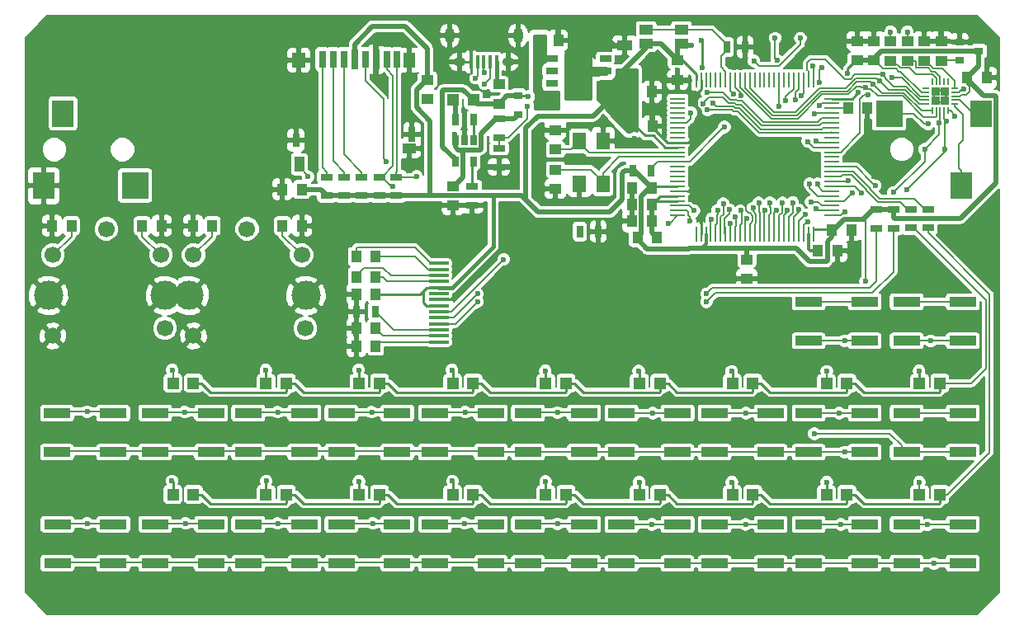
<source format=gtl>
G04 #@! TF.FileFunction,Copper,L1,Top,Signal*
%FSLAX46Y46*%
G04 Gerber Fmt 4.6, Leading zero omitted, Abs format (unit mm)*
G04 Created by KiCad (PCBNEW 4.0.7-e0-6372~58~ubuntu16.10.1) date Sun Oct 29 19:34:23 2017*
%MOMM*%
%LPD*%
G01*
G04 APERTURE LIST*
%ADD10C,0.100000*%
%ADD11C,1.700000*%
%ADD12C,3.000000*%
%ADD13R,1.000000X1.250000*%
%ADD14O,0.750000X0.200000*%
%ADD15O,0.200000X0.750000*%
%ADD16R,0.925000X0.925000*%
%ADD17R,2.200000X2.800000*%
%ADD18R,2.800000X2.800000*%
%ADD19R,1.198880X1.198880*%
%ADD20R,1.500000X0.280000*%
%ADD21R,0.280000X1.500000*%
%ADD22R,2.750000X1.000000*%
%ADD23R,1.250000X1.000000*%
%ADD24R,0.700000X1.300000*%
%ADD25R,0.650000X1.060000*%
%ADD26R,0.400000X1.350000*%
%ADD27O,1.250000X0.950000*%
%ADD28O,1.000000X1.550000*%
%ADD29R,1.600000X1.000000*%
%ADD30R,1.300000X0.700000*%
%ADD31R,0.900000X0.800000*%
%ADD32R,1.200000X0.700000*%
%ADD33R,2.400000X3.200000*%
%ADD34R,1.399540X1.800860*%
%ADD35R,2.000000X0.320000*%
%ADD36R,1.400000X1.500000*%
%ADD37R,1.300000X1.500000*%
%ADD38R,0.700000X1.750000*%
%ADD39R,0.700000X2.032000*%
%ADD40R,0.800000X1.500000*%
%ADD41R,1.400000X1.000000*%
%ADD42R,0.800000X1.400000*%
%ADD43R,1.000000X1.550000*%
%ADD44R,1.400000X1.050000*%
%ADD45C,0.600000*%
%ADD46C,0.160000*%
%ADD47C,0.250000*%
%ADD48C,0.500000*%
%ADD49C,0.600000*%
%ADD50C,0.200000*%
%ADD51C,0.400000*%
%ADD52C,0.300000*%
%ADD53C,0.254000*%
G04 APERTURE END LIST*
D10*
D11*
X98863200Y-102166800D03*
X104863200Y-112366800D03*
X93363200Y-113166800D03*
X104463200Y-104866800D03*
X93363200Y-104866800D03*
D12*
X92913200Y-109016800D03*
X104913200Y-109016800D03*
D11*
X84429600Y-102166800D03*
X90429600Y-112366800D03*
X78929600Y-113166800D03*
X90029600Y-104866800D03*
X78929600Y-104866800D03*
D12*
X78479600Y-109016800D03*
X90479600Y-109016800D03*
D13*
X110062260Y-105018840D03*
X112062260Y-105018840D03*
D14*
X171476800Y-89344400D03*
X171476800Y-88944400D03*
X171476800Y-88544400D03*
X171476800Y-88144400D03*
X171476800Y-87744400D03*
D15*
X170776800Y-87044400D03*
X170376800Y-87044400D03*
X169976800Y-87044400D03*
X169576800Y-87044400D03*
X169176800Y-87044400D03*
D14*
X168476800Y-87744400D03*
X168476800Y-88144400D03*
X168476800Y-88544400D03*
X168476800Y-88944400D03*
X168476800Y-89344400D03*
D15*
X169176800Y-90044400D03*
X169576800Y-90044400D03*
X169976800Y-90044400D03*
X170376800Y-90044400D03*
X170776800Y-90044400D03*
D16*
X169514300Y-88081900D03*
X169514300Y-89006900D03*
X170439300Y-88081900D03*
X170439300Y-89006900D03*
D17*
X174142400Y-90322400D03*
X172142400Y-97722400D03*
D18*
X164742400Y-90322400D03*
D19*
X102903020Y-118008400D03*
X100804980Y-118008400D03*
D13*
X128794000Y-82829400D03*
X130794000Y-82829400D03*
D20*
X143052200Y-88792800D03*
X143052200Y-89292800D03*
X143052200Y-89792800D03*
X143052200Y-90292800D03*
X143052200Y-90792800D03*
X143052200Y-91292800D03*
X143052200Y-91792800D03*
X143052200Y-92292800D03*
X143052200Y-92792800D03*
X143052200Y-93292800D03*
X143052200Y-93792800D03*
X143052200Y-94292800D03*
X143052200Y-94792800D03*
X143052200Y-95292800D03*
X143052200Y-95792800D03*
X143052200Y-96292800D03*
X143052200Y-96792800D03*
X143052200Y-97292800D03*
X143052200Y-97792800D03*
X143052200Y-98292800D03*
X143052200Y-98792800D03*
X143052200Y-99292800D03*
X143052200Y-99792800D03*
X143052200Y-100292800D03*
X143052200Y-100792800D03*
D21*
X144952200Y-102692800D03*
X145452200Y-102692800D03*
X145952200Y-102692800D03*
X146452200Y-102692800D03*
X146952200Y-102692800D03*
X147452200Y-102692800D03*
X147952200Y-102692800D03*
X148452200Y-102692800D03*
X148952200Y-102692800D03*
X149452200Y-102692800D03*
X149952200Y-102692800D03*
X150452200Y-102692800D03*
X150952200Y-102692800D03*
X151452200Y-102692800D03*
X151952200Y-102692800D03*
X152452200Y-102692800D03*
X152952200Y-102692800D03*
X153452200Y-102692800D03*
X153952200Y-102692800D03*
X154452200Y-102692800D03*
X154952200Y-102692800D03*
X155452200Y-102692800D03*
X155952200Y-102692800D03*
X156452200Y-102692800D03*
X156952200Y-102692800D03*
D20*
X158852200Y-100792800D03*
X158852200Y-100292800D03*
X158852200Y-99792800D03*
X158852200Y-99292800D03*
X158852200Y-98792800D03*
X158852200Y-98292800D03*
X158852200Y-97792800D03*
X158852200Y-97292800D03*
X158852200Y-96792800D03*
X158852200Y-96292800D03*
X158852200Y-95792800D03*
X158852200Y-95292800D03*
X158852200Y-94792800D03*
X158852200Y-94292800D03*
X158852200Y-93792800D03*
X158852200Y-93292800D03*
X158852200Y-92792800D03*
X158852200Y-92292800D03*
X158852200Y-91792800D03*
X158852200Y-91292800D03*
X158852200Y-90792800D03*
X158852200Y-90292800D03*
X158852200Y-89792800D03*
X158852200Y-89292800D03*
X158852200Y-88792800D03*
D21*
X156952200Y-86892800D03*
X156452200Y-86892800D03*
X155952200Y-86892800D03*
X155452200Y-86892800D03*
X154952200Y-86892800D03*
X154452200Y-86892800D03*
X153952200Y-86892800D03*
X153452200Y-86892800D03*
X152952200Y-86892800D03*
X152452200Y-86892800D03*
X151952200Y-86892800D03*
X151452200Y-86892800D03*
X150952200Y-86892800D03*
X150452200Y-86892800D03*
X149952200Y-86892800D03*
X149452200Y-86892800D03*
X148952200Y-86892800D03*
X148452200Y-86892800D03*
X147952200Y-86892800D03*
X147452200Y-86892800D03*
X146952200Y-86892800D03*
X146452200Y-86892800D03*
X145952200Y-86892800D03*
X145452200Y-86892800D03*
X144952200Y-86892800D03*
D13*
X112050680Y-112397860D03*
X110050680Y-112397860D03*
X112066680Y-114195860D03*
X110066680Y-114195860D03*
D22*
X118125800Y-121081800D03*
X123875800Y-121081800D03*
X123875800Y-125081800D03*
X118125800Y-125081800D03*
D23*
X168351200Y-84896200D03*
X168351200Y-82896200D03*
D22*
X89428600Y-121081800D03*
X95178600Y-121081800D03*
X95178600Y-125081800D03*
X89428600Y-125081800D03*
X146832600Y-121088400D03*
X152582600Y-121088400D03*
X152582600Y-125088400D03*
X146832600Y-125088400D03*
D24*
X122108000Y-90982800D03*
X120208000Y-90982800D03*
D22*
X156484600Y-121088400D03*
X162234600Y-121088400D03*
X162234600Y-125088400D03*
X156484600Y-125088400D03*
X98974200Y-121081800D03*
X104724200Y-121081800D03*
X104724200Y-125081800D03*
X98974200Y-125081800D03*
X108524600Y-121081800D03*
X114274600Y-121081800D03*
X114274600Y-125081800D03*
X108524600Y-125081800D03*
X127676200Y-121081800D03*
X133426200Y-121081800D03*
X133426200Y-125081800D03*
X127676200Y-125081800D03*
X137282200Y-121088400D03*
X143032200Y-121088400D03*
X143032200Y-125088400D03*
X137282200Y-125088400D03*
X89428600Y-132511800D03*
X95178600Y-132511800D03*
X95178600Y-136511800D03*
X89428600Y-136511800D03*
X98979000Y-132511800D03*
X104729000Y-132511800D03*
X104729000Y-136511800D03*
X98979000Y-136511800D03*
X108529400Y-132511800D03*
X114279400Y-132511800D03*
X114279400Y-136511800D03*
X108529400Y-136511800D03*
X118130600Y-132511800D03*
X123880600Y-132511800D03*
X123880600Y-136511800D03*
X118130600Y-136511800D03*
X127681000Y-132511800D03*
X133431000Y-132511800D03*
X133431000Y-136511800D03*
X127681000Y-136511800D03*
X137282200Y-132518400D03*
X143032200Y-132518400D03*
X143032200Y-136518400D03*
X137282200Y-136518400D03*
X146832600Y-132518400D03*
X152582600Y-132518400D03*
X152582600Y-136518400D03*
X146832600Y-136518400D03*
X156484600Y-132518400D03*
X162234600Y-132518400D03*
X162234600Y-136518400D03*
X156484600Y-136518400D03*
X166550000Y-121088400D03*
X172300000Y-121088400D03*
X172300000Y-125088400D03*
X166550000Y-125088400D03*
X166550000Y-132500000D03*
X172300000Y-132500000D03*
X172300000Y-136500000D03*
X166550000Y-136500000D03*
X166550000Y-109658400D03*
X172300000Y-109658400D03*
X172300000Y-113658400D03*
X166550000Y-113658400D03*
X156484600Y-109658400D03*
X162234600Y-109658400D03*
X162234600Y-113658400D03*
X156484600Y-113658400D03*
D19*
X93352620Y-129438400D03*
X91254580Y-129438400D03*
X102903020Y-129438400D03*
X100804980Y-129438400D03*
X112453420Y-129438400D03*
X110355380Y-129438400D03*
X122054620Y-129438400D03*
X119956580Y-129438400D03*
X131605020Y-129438400D03*
X129506980Y-129438400D03*
X141206220Y-129438400D03*
X139108180Y-129438400D03*
X150756620Y-129438400D03*
X148658580Y-129438400D03*
X160408620Y-129438400D03*
X158310580Y-129438400D03*
X169959020Y-129438400D03*
X167860980Y-129438400D03*
X93352620Y-118008400D03*
X91254580Y-118008400D03*
X112453420Y-118008400D03*
X110355380Y-118008400D03*
X122054620Y-118008400D03*
X119956580Y-118008400D03*
X131605020Y-118008400D03*
X129506980Y-118008400D03*
X141206220Y-118008400D03*
X139108180Y-118008400D03*
X150756620Y-118008400D03*
X148658580Y-118008400D03*
X160408620Y-118008400D03*
X158310580Y-118008400D03*
X169959020Y-118008400D03*
X167860980Y-118008400D03*
D25*
X122108000Y-93057800D03*
X121158000Y-93057800D03*
X120208000Y-93057800D03*
X120208000Y-95257800D03*
X122108000Y-95257800D03*
D26*
X124457880Y-85026940D03*
X123807880Y-85026940D03*
X123157880Y-85026940D03*
X122507880Y-85026940D03*
X121857880Y-85026940D03*
D27*
X125657880Y-85026940D03*
X120657880Y-85026940D03*
D28*
X126657880Y-82326940D03*
X119657880Y-82326940D03*
D23*
X119976900Y-97764600D03*
X119976900Y-99764600D03*
D29*
X137617200Y-86310600D03*
X137617200Y-83310600D03*
D30*
X121970800Y-99740800D03*
X121970800Y-97840800D03*
D31*
X126711200Y-88508800D03*
X126711200Y-90408800D03*
X128711200Y-89458800D03*
D13*
X157445200Y-104444800D03*
X159445200Y-104444800D03*
X160518600Y-89763600D03*
X162518600Y-89763600D03*
X172750000Y-86650000D03*
X174750000Y-86650000D03*
D23*
X163195000Y-84870800D03*
X163195000Y-82870800D03*
X170078400Y-84896200D03*
X170078400Y-82896200D03*
X164896800Y-82896200D03*
X164896800Y-84896200D03*
X166624000Y-82896200D03*
X166624000Y-84896200D03*
D19*
X122080020Y-88950800D03*
X119981980Y-88950800D03*
D23*
X130505200Y-92014800D03*
X130505200Y-94014800D03*
X130505200Y-98078800D03*
X130505200Y-96078800D03*
D13*
X138369800Y-99682800D03*
X140369800Y-99682800D03*
X138369200Y-101382800D03*
X140369200Y-101382800D03*
X140436600Y-88082800D03*
X138436600Y-88082800D03*
X140446000Y-91643200D03*
X138446000Y-91643200D03*
X138369200Y-97982800D03*
X140369200Y-97982800D03*
D23*
X150150000Y-107300000D03*
X150150000Y-105300000D03*
D13*
X160869200Y-102285800D03*
X158869200Y-102285800D03*
D23*
X161467800Y-82870800D03*
X161467800Y-84870800D03*
X143027400Y-86877400D03*
X143027400Y-84877400D03*
D13*
X138919200Y-103082800D03*
X140919200Y-103082800D03*
D30*
X165178740Y-100187680D03*
X165178740Y-102087680D03*
X163408360Y-100190220D03*
X163408360Y-102090220D03*
D24*
X148087040Y-83505040D03*
X149987040Y-83505040D03*
X140319200Y-96232800D03*
X138419200Y-96232800D03*
D30*
X168727120Y-100177520D03*
X168727120Y-102077520D03*
X166959280Y-100180060D03*
X166959280Y-102080060D03*
D23*
X124714000Y-89328500D03*
X124714000Y-87328500D03*
D30*
X110629700Y-98752700D03*
X110629700Y-96852700D03*
X108839000Y-98752700D03*
X108839000Y-96852700D03*
X107061000Y-98752700D03*
X107061000Y-96852700D03*
X114185700Y-98752700D03*
X114185700Y-96852700D03*
X112420400Y-98752700D03*
X112420400Y-96852700D03*
D13*
X104479600Y-98120200D03*
X102479600Y-98120200D03*
D23*
X117373400Y-86871300D03*
X117373400Y-88871300D03*
D13*
X112066680Y-108861860D03*
X110066680Y-108861860D03*
X110066680Y-107083860D03*
X112066680Y-107083860D03*
D24*
X112016680Y-110639860D03*
X110116680Y-110639860D03*
D13*
X80850000Y-101850000D03*
X78850000Y-101850000D03*
X88100000Y-101850000D03*
X90100000Y-101850000D03*
X95300000Y-101850000D03*
X93300000Y-101850000D03*
X102500000Y-101850000D03*
X104500000Y-101850000D03*
D32*
X135617400Y-88488600D03*
X135617400Y-87218600D03*
X135617400Y-85948600D03*
X135617400Y-84678600D03*
X130117400Y-88488600D03*
X130117400Y-87218600D03*
X130117400Y-85948600D03*
X130117400Y-84678600D03*
D33*
X132867400Y-86588600D03*
D30*
X124701300Y-92796400D03*
X124701300Y-90896400D03*
X124714000Y-95816500D03*
X124714000Y-93916500D03*
D31*
X171964600Y-82971600D03*
X171964600Y-84871600D03*
X173964600Y-83921600D03*
D34*
X135382000Y-97536000D03*
X135382000Y-93136720D03*
X132984240Y-93136720D03*
X132984240Y-97536000D03*
D22*
X79400000Y-132500000D03*
X85150000Y-132500000D03*
X85150000Y-136500000D03*
X79400000Y-136500000D03*
X79375000Y-121100000D03*
X85125000Y-121100000D03*
X85125000Y-125100000D03*
X79375000Y-125100000D03*
D24*
X134900000Y-102450000D03*
X133000000Y-102450000D03*
D35*
X118521480Y-105714800D03*
X118521480Y-106334800D03*
X118521480Y-106954800D03*
X118521480Y-107574800D03*
X118521480Y-108194800D03*
X118521480Y-108814800D03*
X118521480Y-109434800D03*
X118521480Y-110054800D03*
X118521480Y-110674800D03*
X118521480Y-111294800D03*
X118521480Y-111914800D03*
X118521480Y-112534800D03*
X118521480Y-113154800D03*
X118521480Y-113774800D03*
D17*
X77978000Y-97730800D03*
X79978000Y-90330800D03*
D18*
X87378000Y-97730800D03*
D36*
X104180400Y-84834400D03*
D37*
X115480400Y-84834400D03*
D38*
X114230400Y-84734400D03*
X113180400Y-84734400D03*
D39*
X112080400Y-84734400D03*
D38*
X110980400Y-84734400D03*
D39*
X109880400Y-84734400D03*
D38*
X108780400Y-84734400D03*
X107680400Y-84734400D03*
X106580400Y-84734400D03*
D40*
X115780400Y-92434400D03*
D41*
X115480400Y-93934400D03*
D42*
X103880400Y-93084400D03*
D43*
X104230400Y-95534400D03*
D44*
X139833800Y-83161800D03*
X143433800Y-83161800D03*
X139833800Y-81711800D03*
X143433800Y-81711800D03*
D45*
X148950000Y-100950000D03*
X91160600Y-128041400D03*
X91185998Y-116662200D03*
X150168388Y-101091357D03*
X100838000Y-128066800D03*
X100787200Y-116662200D03*
X151366084Y-99495125D03*
X110337604Y-128092200D03*
X110312200Y-116662200D03*
X152527000Y-99504500D03*
X119938802Y-128066800D03*
X119888000Y-116662200D03*
X153809700Y-99504500D03*
X129489200Y-128117598D03*
X129463800Y-116738400D03*
X153226860Y-84850960D03*
X157835711Y-85589490D03*
X153047700Y-82575400D03*
X157592212Y-87137431D03*
X157073600Y-90322400D03*
X149501328Y-88454571D03*
X170650004Y-91100000D03*
X163410041Y-102090220D03*
X146000000Y-108850012D03*
X122500000Y-108850000D03*
X166527480Y-98140520D03*
X170434000Y-93980000D03*
X148759850Y-88287752D03*
X169869235Y-91308811D03*
X145999990Y-109650000D03*
X122500000Y-109650000D03*
X165209220Y-98425000D03*
X165178740Y-102087680D03*
X168402000Y-93980000D03*
X152800000Y-94550000D03*
X152050000Y-94550000D03*
X151300000Y-94550000D03*
X150550000Y-94550000D03*
X163150006Y-96750000D03*
X163900000Y-96750000D03*
X164650000Y-96750000D03*
X165400000Y-96749996D03*
X154700000Y-96750000D03*
X154000000Y-96749996D03*
X153250002Y-96750000D03*
X152550000Y-96750000D03*
X121150000Y-90450000D03*
X127250000Y-101050000D03*
X126550000Y-101050000D03*
X125850000Y-101050000D03*
X125149996Y-101050000D03*
X146550000Y-91150000D03*
X146550000Y-91850000D03*
X145849988Y-91850000D03*
X145865069Y-91135328D03*
X114250000Y-83150000D03*
X113500000Y-83150000D03*
X112800000Y-83150000D03*
X145359957Y-101063142D03*
X149809766Y-97845710D03*
X124703840Y-96647000D03*
X117373400Y-88871300D03*
X112077500Y-86487000D03*
X112090200Y-83134200D03*
X138598466Y-92904690D03*
X162518600Y-89763600D03*
X157623923Y-89507016D03*
X149292400Y-81894400D03*
X148869200Y-85582800D03*
X149569200Y-85582800D03*
X148869200Y-84982800D03*
X149569200Y-84982800D03*
X133969200Y-84982800D03*
X133169200Y-84982800D03*
X132469200Y-84982800D03*
X131769200Y-84982800D03*
X140446000Y-91643200D03*
X163195000Y-82870800D03*
X161467800Y-82870800D03*
X140665200Y-85979000D03*
X140665200Y-85267800D03*
X141351000Y-85267800D03*
X141351000Y-85953600D03*
X141884400Y-86868000D03*
X144195800Y-86868000D03*
X135458200Y-82270600D03*
X143027400Y-85902800D03*
X145854336Y-98882200D03*
X146939000Y-98221800D03*
X121158000Y-91236800D03*
X121158000Y-91998800D03*
X169514300Y-89006900D03*
X170439300Y-89006900D03*
X170439300Y-88081900D03*
X169514300Y-88081900D03*
X120205500Y-92430600D03*
X120208000Y-93057800D03*
X146107029Y-89959655D03*
X127669200Y-88582800D03*
X162330010Y-107550002D03*
X166035000Y-121088400D03*
X161603329Y-88132709D03*
X160500446Y-86199242D03*
X144461322Y-83357440D03*
X145495912Y-82849441D03*
X156902941Y-85430970D03*
X145557664Y-85642788D03*
X145639916Y-89310176D03*
X123244367Y-87280010D03*
X146038277Y-88142801D03*
X123181048Y-86119990D03*
X154844978Y-99469929D03*
X139090400Y-128168400D03*
X139039600Y-116763800D03*
X156112558Y-100705646D03*
X148590000Y-116797710D03*
X148615400Y-128168400D03*
X157250000Y-100050000D03*
X158343600Y-116797710D03*
X158343600Y-128168400D03*
X160547089Y-97212790D03*
X167843200Y-128168400D03*
X167817800Y-116738398D03*
X164080488Y-86292919D03*
X162585399Y-88417400D03*
X165048771Y-86625411D03*
X163766916Y-86985227D03*
X163068203Y-87284257D03*
X162306149Y-87608950D03*
X113804700Y-97802700D03*
X156386968Y-93191772D03*
X116243100Y-96774000D03*
X157279106Y-93183533D03*
X155744165Y-88475584D03*
X107061000Y-96852700D03*
X155100000Y-88950000D03*
X108839000Y-96852700D03*
X154077398Y-89018601D03*
X113144300Y-95250000D03*
X153479381Y-89550010D03*
X110629700Y-96852700D03*
X164896800Y-81940400D03*
X87378000Y-97730800D03*
X166624000Y-81940400D03*
X79978000Y-90330800D03*
X172375625Y-87819990D03*
X168750012Y-91400000D03*
X147724007Y-99590904D03*
X148342263Y-100191765D03*
X147131442Y-100248120D03*
X144320260Y-101391720D03*
X147850000Y-91700000D03*
X150869200Y-84930010D03*
X155638500Y-82602291D03*
X127600000Y-89550002D03*
X144400000Y-90250000D03*
X171475400Y-90601800D03*
X170078400Y-84896200D03*
X133000000Y-102450000D03*
X144726660Y-100299520D03*
X157055820Y-123197620D03*
X168650000Y-132549992D03*
X161000000Y-98450004D03*
X162267900Y-109626402D03*
X163319280Y-97744089D03*
X169000000Y-113658400D03*
X169367200Y-136518400D03*
X149512598Y-100287401D03*
X92506800Y-120986800D03*
X92557600Y-132416800D03*
X160205643Y-100443284D03*
X160172400Y-113658400D03*
X160172400Y-125088400D03*
X150772390Y-100031358D03*
X102006400Y-120986800D03*
X102006400Y-132416800D03*
X152000155Y-100283064D03*
X111658400Y-120986800D03*
X111760000Y-132416800D03*
X153160167Y-100228400D03*
X121259600Y-120986800D03*
X121208800Y-132416800D03*
X154320179Y-100241208D03*
X130708400Y-121037600D03*
X130708400Y-132467600D03*
X155480190Y-100215617D03*
X140462000Y-121088400D03*
X140411200Y-132518400D03*
X156440429Y-101435386D03*
X150063200Y-121088400D03*
X150012400Y-132518400D03*
X156750000Y-99400000D03*
X159592390Y-121088400D03*
X159766000Y-132518400D03*
X82450000Y-120950000D03*
X82450000Y-132400000D03*
X148452203Y-101595799D03*
X161870642Y-98450383D03*
X166035000Y-109658400D03*
X142062200Y-101605080D03*
X105117900Y-96824800D03*
X125200000Y-105300000D03*
X146519968Y-101150420D03*
X157410130Y-97560130D03*
X156600000Y-97550000D03*
X122300000Y-86700000D03*
X146700000Y-89250000D03*
D46*
X148952200Y-102692800D02*
X148952200Y-101954204D01*
X148952200Y-101954204D02*
X149032204Y-101874200D01*
X149032204Y-101874200D02*
X149032204Y-101032204D01*
X149032204Y-101032204D02*
X148950000Y-100950000D01*
X91254580Y-118008400D02*
X91254580Y-116730782D01*
X91254580Y-116730782D02*
X91185998Y-116662200D01*
D47*
X91254580Y-128135380D02*
X91160600Y-128041400D01*
X91254580Y-129336800D02*
X91254580Y-128135380D01*
D46*
X168427120Y-100177520D02*
X168727120Y-100177520D01*
X162810655Y-98101523D02*
X163779292Y-99070160D01*
X162810655Y-98022860D02*
X162810655Y-98101523D01*
X161060573Y-96272778D02*
X162810655Y-98022860D01*
X159782222Y-96272778D02*
X161060573Y-96272778D01*
X159762200Y-96292800D02*
X159782222Y-96272778D01*
X167319760Y-99070160D02*
X168427120Y-100177520D01*
X158852200Y-96292800D02*
X159762200Y-96292800D01*
X163779292Y-99070160D02*
X167319760Y-99070160D01*
X160911452Y-96632789D02*
X159922211Y-96632789D01*
X159762200Y-96792800D02*
X158852200Y-96792800D01*
X162450644Y-98257943D02*
X162450644Y-98171981D01*
X163622872Y-99430171D02*
X162450644Y-98257943D01*
X159922211Y-96632789D02*
X159762200Y-96792800D01*
X165909391Y-99430171D02*
X163622872Y-99430171D01*
X166659280Y-100180060D02*
X165909391Y-99430171D01*
X166959280Y-100180060D02*
X166659280Y-100180060D01*
X162450644Y-98171981D02*
X160911452Y-96632789D01*
X149952200Y-102692800D02*
X149952200Y-101307545D01*
X149952200Y-101307545D02*
X150168388Y-101091357D01*
D47*
X100804980Y-128099820D02*
X100838000Y-128066800D01*
X100804980Y-129336800D02*
X100804980Y-128099820D01*
X100804980Y-116679980D02*
X100787200Y-116662200D01*
X100804980Y-117906800D02*
X100804980Y-116679980D01*
D46*
X151366084Y-99919389D02*
X151366084Y-99495125D01*
X151366084Y-100412385D02*
X151366084Y-99919389D01*
X151452200Y-101782800D02*
X151468410Y-101766590D01*
X151468410Y-101766590D02*
X151468410Y-100514711D01*
X151452200Y-102692800D02*
X151452200Y-101782800D01*
X151468410Y-100514711D02*
X151366084Y-100412385D01*
D47*
X110355380Y-128109976D02*
X110337604Y-128092200D01*
X110355380Y-129336800D02*
X110355380Y-128109976D01*
X110355380Y-116705380D02*
X110312200Y-116662200D01*
X110355380Y-117906800D02*
X110355380Y-116705380D01*
D46*
X152580157Y-99981921D02*
X152527000Y-99928764D01*
X152452200Y-100689423D02*
X152580157Y-100561466D01*
X152452200Y-102692800D02*
X152452200Y-100689423D01*
X152527000Y-99928764D02*
X152527000Y-99504500D01*
X152580157Y-100561466D02*
X152580157Y-99981921D01*
D47*
X119956580Y-129336800D02*
X119956580Y-128084578D01*
X119956580Y-128084578D02*
X119938802Y-128066800D01*
X119956580Y-116730780D02*
X119888000Y-116662200D01*
X119956580Y-117906800D02*
X119956580Y-116730780D01*
D46*
X153740169Y-99998295D02*
X153740169Y-100506802D01*
X153452200Y-101782800D02*
X153452200Y-102692800D01*
X153452200Y-100794771D02*
X153452200Y-101782800D01*
X153809700Y-99504500D02*
X153809700Y-99928764D01*
X153809700Y-99928764D02*
X153740169Y-99998295D01*
X153740169Y-100506802D02*
X153452200Y-100794771D01*
D47*
X129506980Y-129387600D02*
X129506980Y-128135378D01*
X129506980Y-128135378D02*
X129489200Y-128117598D01*
X129506980Y-116781580D02*
X129463800Y-116738400D01*
X129506980Y-117957600D02*
X129506980Y-116781580D01*
D46*
X153047700Y-82575400D02*
X153047700Y-84671800D01*
X153047700Y-84671800D02*
X153226860Y-84850960D01*
X157592212Y-85832989D02*
X157835711Y-85589490D01*
X157592212Y-87137431D02*
X157592212Y-85832989D01*
X158852200Y-90292800D02*
X157103200Y-90292800D01*
X157103200Y-90292800D02*
X157073600Y-90322400D01*
X148952200Y-87667365D02*
X149501328Y-88216493D01*
X148952200Y-86892800D02*
X148952200Y-87667365D01*
X149501328Y-88216493D02*
X149501328Y-88454571D01*
X170434000Y-93980000D02*
X170434000Y-91316004D01*
X170376800Y-90044400D02*
X170376800Y-90826796D01*
X170376800Y-90826796D02*
X170650004Y-91100000D01*
X170434000Y-91316004D02*
X170650004Y-91100000D01*
X166527480Y-98140520D02*
X170434000Y-94234000D01*
X170434000Y-94234000D02*
X170434000Y-93980000D01*
X146620010Y-108230002D02*
X162724498Y-108230002D01*
X146000000Y-108850012D02*
X146620010Y-108230002D01*
X162724498Y-108230002D02*
X163410041Y-107544459D01*
X163410041Y-107544459D02*
X163410041Y-102514484D01*
X163410041Y-102514484D02*
X163410041Y-102090220D01*
X118521480Y-111294800D02*
X120055200Y-111294800D01*
X120055200Y-111294800D02*
X122500000Y-108850000D01*
X148952200Y-86892800D02*
X148952200Y-86156897D01*
X148459851Y-87987753D02*
X148759850Y-88287752D01*
X148452200Y-86892800D02*
X148452200Y-87980102D01*
X148452200Y-87980102D02*
X148459851Y-87987753D01*
X169976800Y-91201246D02*
X169869235Y-91308811D01*
X169976800Y-90044400D02*
X169976800Y-91201246D01*
X168402000Y-93980000D02*
X169869235Y-92512765D01*
X169869235Y-91733075D02*
X169869235Y-91308811D01*
X169869235Y-92512765D02*
X169869235Y-91733075D01*
X165209220Y-98425000D02*
X168402000Y-95232220D01*
X168402000Y-95232220D02*
X168402000Y-93980000D01*
X146299989Y-109350001D02*
X145999990Y-109650000D01*
X146920210Y-108729780D02*
X146299989Y-109350001D01*
X163032440Y-108729780D02*
X146920210Y-108729780D01*
X165178740Y-106583480D02*
X163032440Y-108729780D01*
X165178740Y-102087680D02*
X165178740Y-106583480D01*
X118521480Y-111914800D02*
X120235200Y-111914800D01*
X120235200Y-111914800D02*
X122500000Y-109650000D01*
D47*
X144974999Y-89609352D02*
X145365308Y-89999661D01*
X145365308Y-90635567D02*
X145565070Y-90835329D01*
X144974999Y-88321333D02*
X144974999Y-89609352D01*
X145452200Y-86892800D02*
X145452200Y-87844132D01*
X145452200Y-87844132D02*
X144974999Y-88321333D01*
X145365308Y-89999661D02*
X145365308Y-90635567D01*
X145565070Y-90835329D02*
X145865069Y-91135328D01*
X143052200Y-93292800D02*
X144407188Y-93292800D01*
X144407188Y-93292800D02*
X145849988Y-91850000D01*
X152050000Y-94550000D02*
X152800000Y-94550000D01*
X150550000Y-94550000D02*
X151300000Y-94550000D01*
X149809766Y-97845710D02*
X149809766Y-95290234D01*
X149809766Y-95290234D02*
X150550000Y-94550000D01*
D46*
X162518600Y-89763600D02*
X162518600Y-96118594D01*
X162518600Y-96118594D02*
X163150006Y-96750000D01*
D48*
X163900000Y-96750000D02*
X163150006Y-96750000D01*
X164650004Y-96749996D02*
X164650000Y-96750000D01*
X165400000Y-96749996D02*
X164650004Y-96749996D01*
D47*
X154686000Y-96736000D02*
X154700000Y-96750000D01*
X153999996Y-96750000D02*
X154000000Y-96749996D01*
X153250002Y-96750000D02*
X153999996Y-96750000D01*
X121158000Y-91236800D02*
X121158000Y-90458000D01*
X121158000Y-90458000D02*
X121150000Y-90450000D01*
X125850000Y-101050000D02*
X126550000Y-101050000D01*
X125149996Y-101474264D02*
X125149996Y-101050000D01*
X125149996Y-104056284D02*
X125149996Y-101474264D01*
X119771480Y-109434800D02*
X125149996Y-104056284D01*
X118521480Y-109434800D02*
X119771480Y-109434800D01*
X146500000Y-91150010D02*
X146550000Y-91200010D01*
D48*
X113500000Y-83150000D02*
X114250000Y-83150000D01*
X112090200Y-83134200D02*
X112784200Y-83134200D01*
X112784200Y-83134200D02*
X112800000Y-83150000D01*
D46*
X149809766Y-99659440D02*
X149809766Y-97845710D01*
X150092600Y-99942274D02*
X149809766Y-99659440D01*
X150748390Y-101369759D02*
X150748390Y-100812955D01*
X150446790Y-100511355D02*
X150303294Y-100511355D01*
X150092600Y-100300661D02*
X150092600Y-99942274D01*
X150452200Y-102692800D02*
X150452200Y-101665949D01*
X150303294Y-100511355D02*
X150092600Y-100300661D01*
X150748390Y-100812955D02*
X150446790Y-100511355D01*
X150452200Y-101665949D02*
X150748390Y-101369759D01*
D47*
X145452200Y-101155385D02*
X145359957Y-101063142D01*
X145452200Y-102692800D02*
X145452200Y-101155385D01*
D49*
X146939000Y-98221800D02*
X149433676Y-98221800D01*
X149433676Y-98221800D02*
X149509767Y-98145709D01*
X149509767Y-98145709D02*
X149809766Y-97845710D01*
D47*
X124714000Y-95816500D02*
X124714000Y-96636840D01*
X124714000Y-96636840D02*
X124703840Y-96647000D01*
D48*
X112080400Y-84734400D02*
X112080400Y-86484100D01*
X112080400Y-86484100D02*
X112077500Y-86487000D01*
X112080400Y-84734400D02*
X112080400Y-83144000D01*
X112080400Y-83144000D02*
X112090200Y-83134200D01*
D50*
X138174202Y-92904690D02*
X138598466Y-92904690D01*
X137247310Y-92904690D02*
X138174202Y-92904690D01*
X137119200Y-93032800D02*
X137247310Y-92904690D01*
X158852200Y-89292800D02*
X157838139Y-89292800D01*
X157838139Y-89292800D02*
X157623923Y-89507016D01*
X130380200Y-98078800D02*
X130505200Y-98078800D01*
D47*
X149569200Y-84982800D02*
X149569200Y-85582800D01*
X149987040Y-83505040D02*
X149987040Y-84664960D01*
X149987040Y-84664960D02*
X149569200Y-85082800D01*
D48*
X132469200Y-84982800D02*
X133169200Y-84982800D01*
X132769200Y-87082800D02*
X132769200Y-85982800D01*
X132769200Y-85982800D02*
X131769200Y-84982800D01*
D50*
X141351000Y-85267800D02*
X140665200Y-85267800D01*
X141884400Y-86868000D02*
X141884400Y-86487000D01*
X141884400Y-86487000D02*
X141351000Y-85953600D01*
D47*
X143052200Y-93292800D02*
X141970600Y-93292800D01*
X141970600Y-93292800D02*
X140446000Y-91768200D01*
X140446000Y-91768200D02*
X140446000Y-91643200D01*
D49*
X143027400Y-86877400D02*
X141893800Y-86877400D01*
X141893800Y-86877400D02*
X141884400Y-86868000D01*
X143027400Y-86877400D02*
X144186400Y-86877400D01*
X144186400Y-86877400D02*
X144195800Y-86868000D01*
X135709200Y-83310600D02*
X137109200Y-83310600D01*
D48*
X137109200Y-83310600D02*
X136498200Y-83310600D01*
X136498200Y-83310600D02*
X135458200Y-82270600D01*
X143027400Y-86877400D02*
X143027400Y-85902800D01*
X143027400Y-86877400D02*
X143152400Y-86877400D01*
D49*
X146939000Y-98221800D02*
X146514736Y-98221800D01*
X146514736Y-98221800D02*
X145854336Y-98882200D01*
D50*
X145854336Y-98221800D02*
X146939000Y-98221800D01*
X145854336Y-98221800D02*
X145783336Y-98292800D01*
X145783336Y-98292800D02*
X143052200Y-98292800D01*
D48*
X149987040Y-83505040D02*
X149987040Y-84023240D01*
X159445200Y-104444800D02*
X159445200Y-104733600D01*
D47*
X121158000Y-93057800D02*
X121158000Y-91236800D01*
X121857880Y-85026940D02*
X121857880Y-86229300D01*
X121857880Y-85026940D02*
X121857880Y-84226400D01*
X121857880Y-85026940D02*
X120657880Y-85026940D01*
X121158000Y-93057800D02*
X121158000Y-91998800D01*
X122108000Y-90982800D02*
X122108000Y-93057800D01*
D48*
X119976900Y-97764600D02*
X120101900Y-97764600D01*
X120101900Y-97764600D02*
X120983001Y-96883499D01*
X120983001Y-96883499D02*
X120983001Y-94367799D01*
X120983001Y-94367799D02*
X120653003Y-94037801D01*
X120653003Y-94037801D02*
X120472999Y-94037801D01*
X124701300Y-90896400D02*
X126223600Y-90896400D01*
X126223600Y-90896400D02*
X126711200Y-90408800D01*
X120208000Y-93057800D02*
X120208000Y-93772802D01*
X120208000Y-93772802D02*
X120472999Y-94037801D01*
X120472999Y-94037801D02*
X122793001Y-94037801D01*
X122793001Y-94037801D02*
X122883001Y-93947801D01*
X124401300Y-90896400D02*
X124701300Y-90896400D01*
X122883001Y-93947801D02*
X122883001Y-92414699D01*
X122883001Y-92414699D02*
X124401300Y-90896400D01*
X120208000Y-93057800D02*
X120208000Y-92777600D01*
D47*
X120108000Y-93157800D02*
X120208000Y-93057800D01*
X126751800Y-90449400D02*
X126711200Y-90408800D01*
D46*
X146531293Y-89959655D02*
X146107029Y-89959655D01*
X148620612Y-89959655D02*
X146531293Y-89959655D01*
X148775560Y-90114603D02*
X148620612Y-89959655D01*
X149214604Y-90114604D02*
X148775560Y-90114603D01*
X151392799Y-92292799D02*
X149214604Y-90114604D01*
X158852200Y-92292800D02*
X151392799Y-92292799D01*
D48*
X121030579Y-87901359D02*
X119022539Y-87901359D01*
X119022539Y-87901359D02*
X118932539Y-87991359D01*
X122080020Y-88950800D02*
X121030579Y-87901359D01*
X124714000Y-89328500D02*
X122457720Y-89328500D01*
X122457720Y-89328500D02*
X122080020Y-88950800D01*
X126711200Y-88508800D02*
X125533700Y-88508800D01*
X125533700Y-88508800D02*
X124714000Y-89328500D01*
X120208000Y-95052800D02*
X120208000Y-95257800D01*
X118932539Y-87991359D02*
X118932539Y-93777339D01*
X118932539Y-93777339D02*
X120208000Y-95052800D01*
D46*
X158772201Y-92212801D02*
X158852200Y-92292800D01*
D47*
X126711200Y-88508800D02*
X127595200Y-88508800D01*
X127595200Y-88508800D02*
X127669200Y-88582800D01*
X121970800Y-97840800D02*
X121970800Y-95395000D01*
X121970800Y-95395000D02*
X122108000Y-95257800D01*
D48*
X130117400Y-84678600D02*
X129017400Y-84678600D01*
X128794000Y-84455200D02*
X128794000Y-82829400D01*
X129017400Y-84678600D02*
X128794000Y-84455200D01*
D46*
X172011800Y-88544400D02*
X172156209Y-88399991D01*
X172955626Y-88098391D02*
X172955626Y-87541589D01*
X172955626Y-87541589D02*
X172750000Y-87335963D01*
X171476800Y-88544400D02*
X172011800Y-88544400D01*
X172654026Y-88399991D02*
X172955626Y-88098391D01*
X172156209Y-88399991D02*
X172654026Y-88399991D01*
X172750000Y-87335963D02*
X172750000Y-86650000D01*
D48*
X172750000Y-86650000D02*
X173964600Y-85435400D01*
X173964600Y-85435400D02*
X173964600Y-83921600D01*
X162191700Y-101210799D02*
X162191700Y-101111960D01*
X165193980Y-101030060D02*
X165266080Y-101102160D01*
X175602401Y-88472399D02*
X174447399Y-88472399D01*
X162191700Y-101111960D02*
X163123600Y-100180060D01*
X163123600Y-100180060D02*
X165193980Y-100180060D01*
X165193980Y-100180060D02*
X165193980Y-101030060D01*
X165266080Y-101102160D02*
X172024040Y-101102160D01*
X172024040Y-101102160D02*
X175692401Y-97433799D01*
X175692401Y-97433799D02*
X175692401Y-88562399D01*
X175692401Y-88562399D02*
X175602401Y-88472399D01*
X174447399Y-88472399D02*
X172750000Y-86775000D01*
X172750000Y-86775000D02*
X172750000Y-86650000D01*
X127468300Y-99172700D02*
X127468300Y-91833700D01*
X127468300Y-91833700D02*
X128719200Y-90582800D01*
X128719200Y-90582800D02*
X134373200Y-90582800D01*
X134373200Y-90582800D02*
X135617400Y-89338600D01*
X135617400Y-89338600D02*
X135617400Y-88488600D01*
D46*
X162191700Y-101210799D02*
X162330010Y-101349109D01*
X162330010Y-107125738D02*
X162330010Y-107550002D01*
X162330010Y-101349109D02*
X162330010Y-107125738D01*
D48*
X160134203Y-101210799D02*
X162191700Y-101210799D01*
X159059202Y-102285800D02*
X160134203Y-101210799D01*
X158869200Y-102285800D02*
X159059202Y-102285800D01*
D47*
X112066680Y-108861860D02*
X116604420Y-108861860D01*
X116604420Y-108861860D02*
X116950000Y-108516280D01*
X116950000Y-108516280D02*
X116950000Y-109733320D01*
X116950000Y-109733320D02*
X117271480Y-110054800D01*
X117271480Y-110054800D02*
X118521480Y-110054800D01*
X118521480Y-108194800D02*
X117271480Y-108194800D01*
X117271480Y-108194800D02*
X116950000Y-108516280D01*
D51*
X118521480Y-108194800D02*
X119921480Y-108194800D01*
X119921480Y-108194800D02*
X124122180Y-103994100D01*
X124122180Y-103994100D02*
X124122180Y-98752700D01*
D48*
X148234400Y-104190800D02*
X149800000Y-104190800D01*
X149800000Y-104190800D02*
X155256198Y-104190800D01*
X150150000Y-105300000D02*
X150150000Y-104300000D01*
X150150000Y-104300000D02*
X150040800Y-104190800D01*
X150040800Y-104190800D02*
X149800000Y-104190800D01*
X117652800Y-98752700D02*
X124122180Y-98752700D01*
X124122180Y-98752700D02*
X127048300Y-98752700D01*
X114185700Y-98752700D02*
X117652800Y-98752700D01*
X117373400Y-86871300D02*
X117248400Y-86871300D01*
X117248400Y-86871300D02*
X116248400Y-87871300D01*
X116248400Y-87871300D02*
X116248400Y-89681302D01*
X116248400Y-89681302D02*
X117652800Y-91085702D01*
X117652800Y-91085702D02*
X117652800Y-98752700D01*
X109880400Y-84734400D02*
X109880400Y-83218400D01*
X117373400Y-85871300D02*
X117373400Y-86871300D01*
X109880400Y-83218400D02*
X111729900Y-81368900D01*
X111729900Y-81368900D02*
X115087400Y-81368900D01*
X115087400Y-81368900D02*
X117373400Y-83654900D01*
X117373400Y-83654900D02*
X117373400Y-85871300D01*
X127048300Y-98752700D02*
X127468300Y-99172700D01*
X112420400Y-98752700D02*
X114185700Y-98752700D01*
X110629700Y-98752700D02*
X112420400Y-98752700D01*
X108839000Y-98752700D02*
X110629700Y-98752700D01*
X107061000Y-98752700D02*
X108839000Y-98752700D01*
X104479600Y-98120200D02*
X106428500Y-98120200D01*
X106428500Y-98120200D02*
X107061000Y-98752700D01*
X128753400Y-100457800D02*
X127468300Y-99172700D01*
X136067000Y-100457800D02*
X128753400Y-100457800D01*
D47*
X160500446Y-85713154D02*
X160500446Y-85774978D01*
X161467800Y-84870800D02*
X161342800Y-84870800D01*
X160943238Y-88792800D02*
X161303330Y-88432708D01*
X161342800Y-84870800D02*
X160500446Y-85713154D01*
X161303330Y-88432708D02*
X161603329Y-88132709D01*
X158852200Y-88792800D02*
X160943238Y-88792800D01*
X160500446Y-85774978D02*
X160500446Y-86199242D01*
D46*
X165427003Y-85676201D02*
X164125401Y-85676201D01*
X165747013Y-85996211D02*
X165427003Y-85676201D01*
X168476800Y-88144400D02*
X168064385Y-88144400D01*
X163320000Y-84870800D02*
X163195000Y-84870800D01*
X168064385Y-88144400D02*
X165916197Y-85996212D01*
X164125401Y-85676201D02*
X163320000Y-84870800D01*
X165916197Y-85996212D02*
X165747013Y-85996211D01*
D48*
X169286202Y-83896200D02*
X169311602Y-83921600D01*
X169311602Y-83921600D02*
X173964600Y-83921600D01*
X163195000Y-84870800D02*
X163195000Y-84662998D01*
X163195000Y-84662998D02*
X163961798Y-83896200D01*
X163961798Y-83896200D02*
X169286202Y-83896200D01*
X144750198Y-104190800D02*
X148234400Y-104190800D01*
X156585199Y-105519801D02*
X158305201Y-105519801D01*
X138919200Y-103082800D02*
X138919200Y-103207800D01*
X138919200Y-103207800D02*
X139919200Y-104207800D01*
X139919200Y-104207800D02*
X144188200Y-104207800D01*
X144188200Y-104207800D02*
X144205200Y-104190800D01*
X144205200Y-104190800D02*
X144750198Y-104190800D01*
D46*
X166035000Y-121088400D02*
X167570000Y-121088400D01*
X167570000Y-121088400D02*
X171785000Y-121088400D01*
D48*
X138419200Y-96232800D02*
X137569200Y-96232800D01*
X137569200Y-96232800D02*
X137363200Y-96438800D01*
X137363200Y-96438800D02*
X137363200Y-99161600D01*
X137363200Y-99161600D02*
X136067000Y-100457800D01*
X144037058Y-83357440D02*
X144461322Y-83357440D01*
X143433800Y-83161800D02*
X143629440Y-83357440D01*
X143629440Y-83357440D02*
X144037058Y-83357440D01*
X140369200Y-97982800D02*
X140134798Y-97982800D01*
X140134798Y-97982800D02*
X139319801Y-98797797D01*
X139319801Y-102682199D02*
X138919200Y-103082800D01*
X139319801Y-98797797D02*
X139319801Y-102682199D01*
X138419200Y-96232800D02*
X138619200Y-96232800D01*
X138619200Y-96232800D02*
X140369200Y-97982800D01*
D47*
X143052200Y-97792800D02*
X140559200Y-97792800D01*
X140559200Y-97792800D02*
X140369200Y-97982800D01*
X139685999Y-92593201D02*
X138735998Y-91643200D01*
X140570659Y-92593201D02*
X139685999Y-92593201D01*
X138735998Y-91643200D02*
X138446000Y-91643200D01*
X143052200Y-93792800D02*
X141770258Y-93792800D01*
X141770258Y-93792800D02*
X140570659Y-92593201D01*
D48*
X138436600Y-88082800D02*
X138436600Y-91633800D01*
X138436600Y-91633800D02*
X138446000Y-91643200D01*
X137109200Y-86310600D02*
X137109200Y-86755400D01*
X137109200Y-86755400D02*
X138436600Y-88082800D01*
X161467800Y-84870800D02*
X163195000Y-84870800D01*
D47*
X144952200Y-86892800D02*
X144952200Y-86282800D01*
X144952200Y-86282800D02*
X143546800Y-84877400D01*
X143546800Y-84877400D02*
X143027400Y-84877400D01*
D48*
X143027400Y-84877400D02*
X143027400Y-83568200D01*
X143027400Y-83568200D02*
X143433800Y-83161800D01*
X139833800Y-83161800D02*
X141311800Y-83161800D01*
X141311800Y-83161800D02*
X143027400Y-84877400D01*
X139833800Y-83161800D02*
X139833800Y-83586000D01*
X139833800Y-83586000D02*
X137109200Y-86310600D01*
X155256198Y-104190800D02*
X156585199Y-105519801D01*
X158305201Y-105519801D02*
X158395201Y-105429801D01*
X158395201Y-105429801D02*
X158395201Y-103459799D01*
X158395201Y-103459799D02*
X158869200Y-102985800D01*
X158869200Y-102985800D02*
X158869200Y-102082800D01*
D47*
X158869200Y-102082800D02*
X158767200Y-102184800D01*
X158767200Y-102184800D02*
X156952200Y-102184800D01*
D52*
X145952200Y-102692800D02*
X145952200Y-103742800D01*
X145504200Y-104190800D02*
X144750198Y-104190800D01*
X145952200Y-103742800D02*
X145504200Y-104190800D01*
D48*
X161467800Y-84662998D02*
X161467800Y-84870800D01*
D47*
X143052200Y-93792800D02*
X142457023Y-93792800D01*
X161467800Y-84473000D02*
X161467800Y-84870800D01*
X145557664Y-85642788D02*
X145557664Y-82911193D01*
X145557664Y-82911193D02*
X145495912Y-82849441D01*
D46*
X156952200Y-86892800D02*
X156952200Y-85480229D01*
X156952200Y-85480229D02*
X156902941Y-85430970D01*
X145939915Y-89010177D02*
X145639916Y-89310176D01*
X146280094Y-88669998D02*
X145939915Y-89010177D01*
X147706036Y-88669998D02*
X146280094Y-88669998D01*
X148275670Y-89239632D02*
X147706036Y-88669998D01*
X148918854Y-89239633D02*
X148275670Y-89239632D01*
X149073804Y-89394583D02*
X148918854Y-89239633D01*
X151680852Y-91562588D02*
X149512848Y-89394584D01*
X157848068Y-91292800D02*
X157578279Y-91562589D01*
X149512848Y-89394584D02*
X149073804Y-89394583D01*
X157578279Y-91562589D02*
X151680852Y-91562588D01*
X158852200Y-91292800D02*
X157848068Y-91292800D01*
X123807880Y-86716497D02*
X123544366Y-86980011D01*
X123807880Y-85026940D02*
X123807880Y-86716497D01*
X123544366Y-86980011D02*
X123244367Y-87280010D01*
X146462541Y-88142801D02*
X146038277Y-88142801D01*
X149067976Y-88879623D02*
X148424792Y-88879622D01*
X147687971Y-88142801D02*
X146462541Y-88142801D01*
X149222926Y-89034573D02*
X149067976Y-88879623D01*
X149661968Y-89034573D02*
X149222926Y-89034573D01*
X151829974Y-91202578D02*
X149661968Y-89034573D01*
X157429158Y-91202578D02*
X151829974Y-91202578D01*
X157838936Y-90792800D02*
X157429158Y-91202578D01*
X158852200Y-90792800D02*
X157838936Y-90792800D01*
X148424792Y-88879622D02*
X147687971Y-88142801D01*
X123157880Y-85026940D02*
X123157880Y-86096822D01*
X123157880Y-86096822D02*
X123181048Y-86119990D01*
X154452200Y-100967589D02*
X154900180Y-100519609D01*
X154452200Y-102692800D02*
X154452200Y-100967589D01*
X154844978Y-99894193D02*
X154844978Y-99469929D01*
X154900180Y-99949395D02*
X154844978Y-99894193D01*
X154900180Y-100519609D02*
X154900180Y-99949395D01*
D47*
X139108180Y-128186180D02*
X139090400Y-128168400D01*
X139108180Y-129438400D02*
X139108180Y-128186180D01*
X139108180Y-116832380D02*
X139039600Y-116763800D01*
X139108180Y-118008400D02*
X139108180Y-116832380D01*
D46*
X155452200Y-102692800D02*
X155452200Y-101366004D01*
X155452200Y-101366004D02*
X155812559Y-101005645D01*
X155812559Y-101005645D02*
X156112558Y-100705646D01*
D47*
X148658580Y-116866290D02*
X148590000Y-116797710D01*
X148658580Y-118008400D02*
X148658580Y-116866290D01*
X148658580Y-128211580D02*
X148615400Y-128168400D01*
X148658580Y-129438400D02*
X148658580Y-128211580D01*
D46*
X157492800Y-100292800D02*
X157250000Y-100050000D01*
X158852200Y-100292800D02*
X157492800Y-100292800D01*
X158310580Y-118008400D02*
X158310580Y-116830730D01*
X158310580Y-116830730D02*
X158343600Y-116797710D01*
D47*
X158310580Y-128201420D02*
X158343600Y-128168400D01*
X158310580Y-129438400D02*
X158310580Y-128201420D01*
D46*
X160467079Y-97292800D02*
X160547089Y-97212790D01*
X158852200Y-97292800D02*
X160467079Y-97292800D01*
X167860980Y-128186180D02*
X167843200Y-128168400D01*
D47*
X167860980Y-116781578D02*
X167817800Y-116738398D01*
D46*
X167860980Y-129438400D02*
X167860980Y-128186180D01*
D47*
X167860980Y-118008400D02*
X167860980Y-116781578D01*
D52*
X157445200Y-104444800D02*
X156645200Y-104444800D01*
X156645200Y-104444800D02*
X156452200Y-104251800D01*
X156452200Y-104251800D02*
X156452200Y-103742800D01*
X156452200Y-103742800D02*
X156452200Y-102692800D01*
D50*
X158852200Y-89792800D02*
X160489400Y-89792800D01*
X160489400Y-89792800D02*
X160518600Y-89763600D01*
D46*
X170164447Y-85676201D02*
X169256201Y-85676201D01*
X169256201Y-85676201D02*
X168476200Y-84896200D01*
X168476200Y-84896200D02*
X168351200Y-84896200D01*
X171476800Y-87744400D02*
X171476800Y-86988554D01*
X171476800Y-86988554D02*
X170164447Y-85676201D01*
X169204467Y-86316221D02*
X167515955Y-86316221D01*
X169576800Y-87044400D02*
X169576800Y-86688554D01*
X165156134Y-84896200D02*
X164896800Y-84896200D01*
X166835935Y-85636201D02*
X165896135Y-85636201D01*
X167515955Y-86316221D02*
X166835935Y-85636201D01*
X165896135Y-85636201D02*
X165156134Y-84896200D01*
X169576800Y-86688554D02*
X169204467Y-86316221D01*
X167409000Y-84896200D02*
X166624000Y-84896200D01*
X167486199Y-84973399D02*
X167409000Y-84896200D01*
X169463612Y-85996212D02*
X169123648Y-85996210D01*
X167486199Y-85588201D02*
X167486199Y-84973399D01*
X169976800Y-86509400D02*
X169463612Y-85996212D01*
X168763639Y-85636201D02*
X167534199Y-85636201D01*
X169123648Y-85996210D02*
X168763639Y-85636201D01*
X167534199Y-85636201D02*
X167486199Y-85588201D01*
X169976800Y-87044400D02*
X169976800Y-86509400D01*
X167885110Y-88944400D02*
X166501111Y-87560401D01*
X166501111Y-87560401D02*
X165212703Y-87560401D01*
X168476800Y-88944400D02*
X167885110Y-88944400D01*
X164380487Y-86728185D02*
X164380487Y-86592918D01*
X160222045Y-86779243D02*
X160778847Y-86779243D01*
X161265173Y-86292919D02*
X163656224Y-86292919D01*
X163656224Y-86292919D02*
X164080488Y-86292919D01*
X156452200Y-86892800D02*
X156452200Y-85982800D01*
X156452200Y-85982800D02*
X156322940Y-85853540D01*
X156322940Y-85853540D02*
X156322940Y-85101799D01*
X156322940Y-85101799D02*
X156657669Y-84767070D01*
X156657669Y-84767070D02*
X158209872Y-84767070D01*
X158209872Y-84767070D02*
X160222045Y-86779243D01*
X160778847Y-86779243D02*
X161265173Y-86292919D01*
X164380487Y-86592918D02*
X164080488Y-86292919D01*
X165212703Y-87560401D02*
X164380487Y-86728185D01*
X161738599Y-92304665D02*
X161738599Y-88839936D01*
X158979200Y-94292800D02*
X159750464Y-94292800D01*
X161738599Y-88839936D02*
X162161135Y-88417400D01*
X162161135Y-88417400D02*
X162585399Y-88417400D01*
X159750464Y-94292800D02*
X161738599Y-92304665D01*
X165473035Y-86625411D02*
X165048771Y-86625411D01*
X168476800Y-88544400D02*
X167941800Y-88544400D01*
X166022811Y-86625411D02*
X165473035Y-86625411D01*
X167941800Y-88544400D02*
X166022811Y-86625411D01*
X163466917Y-86685228D02*
X163766916Y-86985227D01*
X161325427Y-86685228D02*
X163466917Y-86685228D01*
X160293222Y-87717433D02*
X161325427Y-86685228D01*
X157615754Y-87717433D02*
X160293222Y-87717433D01*
X155130642Y-90202545D02*
X157615754Y-87717433D01*
X152918118Y-90202545D02*
X155130642Y-90202545D01*
X150452200Y-87736627D02*
X152918118Y-90202545D01*
X150452200Y-86892800D02*
X150452200Y-87736627D01*
X167832547Y-89344400D02*
X166368559Y-87880412D01*
X166368559Y-87880412D02*
X164662101Y-87880412D01*
X164662101Y-87880412D02*
X164066915Y-87285226D01*
X164066915Y-87285226D02*
X163766916Y-86985227D01*
X168476800Y-89344400D02*
X167832547Y-89344400D01*
X162848109Y-87064163D02*
X163068203Y-87284257D01*
X157748306Y-88037444D02*
X160425774Y-88037444D01*
X149952200Y-87689190D02*
X152785566Y-90522556D01*
X152785566Y-90522556D02*
X155263194Y-90522556D01*
X155263194Y-90522556D02*
X157748306Y-88037444D01*
X149952200Y-86892800D02*
X149952200Y-87689190D01*
X161399055Y-87064163D02*
X162848109Y-87064163D01*
X160425774Y-88037444D02*
X161399055Y-87064163D01*
X163984369Y-88200423D02*
X163368202Y-87584256D01*
X166236007Y-88200423D02*
X163984369Y-88200423D01*
X169176800Y-90044400D02*
X168079984Y-90044400D01*
X163368202Y-87584256D02*
X163068203Y-87284257D01*
X168079984Y-90044400D02*
X166236007Y-88200423D01*
X161395463Y-87520318D02*
X161793253Y-87520318D01*
X160558326Y-88357455D02*
X161395463Y-87520318D01*
X161881885Y-87608950D02*
X162306149Y-87608950D01*
X157880858Y-88357455D02*
X160558326Y-88357455D01*
X161793253Y-87520318D02*
X161881885Y-87608950D01*
X155395746Y-90842567D02*
X157880858Y-88357455D01*
X152653015Y-90842567D02*
X155395746Y-90842567D01*
X149452200Y-87641752D02*
X152653015Y-90842567D01*
X149452200Y-86892800D02*
X149452200Y-87641752D01*
X169576800Y-90044400D02*
X169576800Y-90579400D01*
X166103455Y-88520434D02*
X163589236Y-88520434D01*
X162472998Y-87775799D02*
X162306149Y-87608950D01*
X169576800Y-90579400D02*
X169496790Y-90659410D01*
X168242431Y-90659410D02*
X166103455Y-88520434D01*
X163589236Y-88520434D02*
X162844601Y-87775799D01*
X162844601Y-87775799D02*
X162472998Y-87775799D01*
X169496790Y-90659410D02*
X168242431Y-90659410D01*
D50*
X143052200Y-94292800D02*
X142102200Y-94292800D01*
X142102200Y-94292800D02*
X142057849Y-94337151D01*
X142057849Y-94337151D02*
X133984011Y-94337151D01*
X133984011Y-94337151D02*
X132984240Y-93337380D01*
X132984240Y-93337380D02*
X132984240Y-93136720D01*
X130505200Y-94014800D02*
X132106160Y-94014800D01*
X132106160Y-94014800D02*
X132984240Y-93136720D01*
X135382000Y-97536000D02*
X135382000Y-96420940D01*
X135382000Y-96420940D02*
X137010140Y-94792800D01*
X135382000Y-97536000D02*
X135382000Y-97335340D01*
X135382000Y-97335340D02*
X134125460Y-96078800D01*
X134125460Y-96078800D02*
X131330200Y-96078800D01*
X131330200Y-96078800D02*
X130505200Y-96078800D01*
X143052200Y-94792800D02*
X137010140Y-94792800D01*
D48*
X140369200Y-101382800D02*
X140369200Y-102532800D01*
X140369200Y-102532800D02*
X140919200Y-103082800D01*
X140369800Y-99682800D02*
X140369800Y-101382200D01*
X140369800Y-101382200D02*
X140369200Y-101382800D01*
D47*
X143052200Y-98792800D02*
X141259800Y-98792800D01*
X141259800Y-98792800D02*
X140369800Y-99682800D01*
X143052200Y-99292800D02*
X140759800Y-99292800D01*
X140759800Y-99292800D02*
X140369800Y-99682800D01*
D51*
X124457880Y-85026940D02*
X124457880Y-87072380D01*
X124457880Y-87072380D02*
X124714000Y-87328500D01*
D46*
X169959020Y-129438400D02*
X170718460Y-129438400D01*
X170718460Y-129438400D02*
X175044100Y-125112760D01*
X175044100Y-125112760D02*
X175044100Y-108904500D01*
X168727120Y-102587520D02*
X168727120Y-102077520D01*
X175044100Y-108904500D02*
X168727120Y-102587520D01*
D47*
X102903020Y-129438400D02*
X102903020Y-130287840D01*
X102903020Y-130287840D02*
X102828019Y-130362841D01*
X102828019Y-130362841D02*
X95126501Y-130362841D01*
X95126501Y-130362841D02*
X94202060Y-129438400D01*
X94202060Y-129438400D02*
X93352620Y-129438400D01*
X112453420Y-129438400D02*
X112453420Y-130287840D01*
X112453420Y-130287840D02*
X112378419Y-130362841D01*
X112378419Y-130362841D02*
X104676901Y-130362841D01*
X104676901Y-130362841D02*
X103752460Y-129438400D01*
X103752460Y-129438400D02*
X102903020Y-129438400D01*
X122054620Y-129438400D02*
X122054620Y-130287840D01*
X122054620Y-130287840D02*
X121979619Y-130362841D01*
X121979619Y-130362841D02*
X114227301Y-130362841D01*
X114227301Y-130362841D02*
X113302860Y-129438400D01*
X113302860Y-129438400D02*
X112453420Y-129438400D01*
X131605020Y-129438400D02*
X131605020Y-130287840D01*
X131605020Y-130287840D02*
X131530019Y-130362841D01*
X131530019Y-130362841D02*
X123828501Y-130362841D01*
X123828501Y-130362841D02*
X122904060Y-129438400D01*
X122904060Y-129438400D02*
X122054620Y-129438400D01*
X141206220Y-129438400D02*
X141206220Y-130287840D01*
X133378901Y-130362841D02*
X132454460Y-129438400D01*
X141206220Y-130287840D02*
X141131219Y-130362841D01*
X141131219Y-130362841D02*
X133378901Y-130362841D01*
X132454460Y-129438400D02*
X131605020Y-129438400D01*
X150756620Y-129438400D02*
X150756620Y-130287840D01*
X150756620Y-130287840D02*
X150681619Y-130362841D01*
X150681619Y-130362841D02*
X142980101Y-130362841D01*
X142980101Y-130362841D02*
X142055660Y-129438400D01*
X142055660Y-129438400D02*
X141206220Y-129438400D01*
X160408620Y-129438400D02*
X160408620Y-130287840D01*
X160408620Y-130287840D02*
X160333619Y-130362841D01*
X160333619Y-130362841D02*
X152530501Y-130362841D01*
X152530501Y-130362841D02*
X151606060Y-129438400D01*
X151606060Y-129438400D02*
X150756620Y-129438400D01*
X169959020Y-129438400D02*
X169959020Y-130287840D01*
X169959020Y-130287840D02*
X169884019Y-130362841D01*
X169884019Y-130362841D02*
X162182501Y-130362841D01*
X162182501Y-130362841D02*
X161258060Y-129438400D01*
X161258060Y-129438400D02*
X160408620Y-129438400D01*
D46*
X169959020Y-118008400D02*
X173202600Y-118008400D01*
X173202600Y-118008400D02*
X174684089Y-116526911D01*
X174684089Y-116526911D02*
X174684089Y-109504869D01*
X174684089Y-109504869D02*
X167259280Y-102080060D01*
X167259280Y-102080060D02*
X166959280Y-102080060D01*
D47*
X102903020Y-118008400D02*
X102903020Y-118857840D01*
X102903020Y-118857840D02*
X102828019Y-118932841D01*
X102828019Y-118932841D02*
X95126501Y-118932841D01*
X95126501Y-118932841D02*
X94202060Y-118008400D01*
X94202060Y-118008400D02*
X93352620Y-118008400D01*
X112453420Y-118008400D02*
X112453420Y-118857840D01*
X112453420Y-118857840D02*
X112378419Y-118932841D01*
X112378419Y-118932841D02*
X104676901Y-118932841D01*
X104676901Y-118932841D02*
X103752460Y-118008400D01*
X103752460Y-118008400D02*
X102903020Y-118008400D01*
X122054620Y-118008400D02*
X122054620Y-118857840D01*
X122054620Y-118857840D02*
X121979619Y-118932841D01*
X121979619Y-118932841D02*
X114227301Y-118932841D01*
X114227301Y-118932841D02*
X113302860Y-118008400D01*
X113302860Y-118008400D02*
X112453420Y-118008400D01*
X131605020Y-118008400D02*
X131605020Y-118857840D01*
X131605020Y-118857840D02*
X131530019Y-118932841D01*
X131530019Y-118932841D02*
X123828501Y-118932841D01*
X123828501Y-118932841D02*
X122904060Y-118008400D01*
X122904060Y-118008400D02*
X122054620Y-118008400D01*
X141206220Y-118008400D02*
X141206220Y-118857840D01*
X141206220Y-118857840D02*
X141131219Y-118932841D01*
X141131219Y-118932841D02*
X133378901Y-118932841D01*
X133378901Y-118932841D02*
X132454460Y-118008400D01*
X132454460Y-118008400D02*
X131605020Y-118008400D01*
X150756620Y-118008400D02*
X150756620Y-118857840D01*
X150756620Y-118857840D02*
X150681619Y-118932841D01*
X150681619Y-118932841D02*
X142980101Y-118932841D01*
X142980101Y-118932841D02*
X142055660Y-118008400D01*
X142055660Y-118008400D02*
X141206220Y-118008400D01*
X160408620Y-118008400D02*
X160408620Y-118857840D01*
X160408620Y-118857840D02*
X160333619Y-118932841D01*
X160333619Y-118932841D02*
X152530501Y-118932841D01*
X152530501Y-118932841D02*
X151606060Y-118008400D01*
X151606060Y-118008400D02*
X150756620Y-118008400D01*
X169959020Y-118008400D02*
X169959020Y-118857840D01*
X169959020Y-118857840D02*
X169884019Y-118932841D01*
X169884019Y-118932841D02*
X162182501Y-118932841D01*
X161258060Y-118008400D02*
X160408620Y-118008400D01*
X162182501Y-118932841D02*
X161258060Y-118008400D01*
D46*
X113851302Y-86440302D02*
X113180400Y-85769400D01*
X113851302Y-95721798D02*
X113851302Y-86440302D01*
X112720400Y-96852700D02*
X113851302Y-95721798D01*
X113180400Y-85769400D02*
X113180400Y-84734400D01*
X112420400Y-96852700D02*
X112720400Y-96852700D01*
X112720400Y-96852700D02*
X113670400Y-97802700D01*
X113670400Y-97802700D02*
X113804700Y-97802700D01*
X158852200Y-93792800D02*
X156987996Y-93792800D01*
X156987996Y-93792800D02*
X156686967Y-93491771D01*
X156686967Y-93491771D02*
X156386968Y-93191772D01*
X114230400Y-96298000D02*
X114230400Y-84734400D01*
X114185700Y-96342700D02*
X114230400Y-96298000D01*
X114185700Y-96852700D02*
X114185700Y-96342700D01*
X114185700Y-96852700D02*
X116164400Y-96852700D01*
X116164400Y-96852700D02*
X116243100Y-96774000D01*
X157388373Y-93292800D02*
X157279106Y-93183533D01*
X158852200Y-93292800D02*
X157388373Y-93292800D01*
X155952200Y-88267549D02*
X155744165Y-88475584D01*
X155952200Y-86892800D02*
X155952200Y-88267549D01*
X107061000Y-96852700D02*
X107061000Y-96342700D01*
X107061000Y-96342700D02*
X106580400Y-95862100D01*
X106580400Y-95862100D02*
X106580400Y-85769400D01*
X106580400Y-85769400D02*
X106580400Y-84734400D01*
X155100000Y-88525736D02*
X155100000Y-88950000D01*
X155452200Y-86892800D02*
X155452200Y-87821541D01*
X155100000Y-88173741D02*
X155100000Y-88525736D01*
X155452200Y-87821541D02*
X155100000Y-88173741D01*
X108839000Y-96852700D02*
X108839000Y-96342700D01*
X108839000Y-96342700D02*
X107680400Y-95184100D01*
X107680400Y-95184100D02*
X107680400Y-85769400D01*
X107680400Y-85769400D02*
X107680400Y-84734400D01*
X154077398Y-88535898D02*
X154077398Y-88594337D01*
X154585398Y-88027898D02*
X154077398Y-88535898D01*
X154727102Y-88027898D02*
X154585398Y-88027898D01*
X154952200Y-87802800D02*
X154727102Y-88027898D01*
X154952200Y-86892800D02*
X154952200Y-87802800D01*
X154077398Y-88594337D02*
X154077398Y-89018601D01*
X110980400Y-84734400D02*
X110980400Y-86977400D01*
X110980400Y-86977400D02*
X112844301Y-88841301D01*
X112844301Y-88841301D02*
X112844301Y-94950001D01*
X112844301Y-94950001D02*
X113144300Y-95250000D01*
X153452200Y-89522829D02*
X153479381Y-89550010D01*
X153452200Y-86892800D02*
X153452200Y-89522829D01*
X110629700Y-96852700D02*
X110629700Y-96342700D01*
X110629700Y-96342700D02*
X108780400Y-94493400D01*
X108780400Y-94493400D02*
X108780400Y-85769400D01*
X108780400Y-85769400D02*
X108780400Y-84734400D01*
X164896800Y-82896200D02*
X164896800Y-81940400D01*
X166624000Y-82896200D02*
X166624000Y-81940400D01*
X171476800Y-88944400D02*
X172011800Y-88944400D01*
X172011800Y-88944400D02*
X173389800Y-90322400D01*
X173389800Y-90322400D02*
X174142400Y-90322400D01*
X172227078Y-87819990D02*
X172375625Y-87819990D01*
X171902668Y-88144400D02*
X172227078Y-87819990D01*
X171476800Y-88144400D02*
X171902668Y-88144400D01*
X164742400Y-90322400D02*
X167248148Y-90322400D01*
X168325748Y-91400000D02*
X168750012Y-91400000D01*
X167248148Y-90322400D02*
X168325748Y-91400000D01*
X171476800Y-89344400D02*
X171476800Y-89604400D01*
X171476800Y-89604400D02*
X172288200Y-90415800D01*
X171912399Y-95932399D02*
X172142400Y-96162400D01*
X172288200Y-90415800D02*
X172288200Y-93104198D01*
X172288200Y-93104198D02*
X171912399Y-93479999D01*
X171912399Y-93479999D02*
X171912399Y-95932399D01*
X172142400Y-96162400D02*
X172142400Y-97722400D01*
D50*
X118521480Y-113154800D02*
X112807620Y-113154800D01*
X112807620Y-113154800D02*
X112050680Y-112397860D01*
X118521480Y-113774800D02*
X112487740Y-113774800D01*
X112487740Y-113774800D02*
X112066680Y-114195860D01*
X110062260Y-105018840D02*
X110062260Y-104193840D01*
X110062260Y-104193840D02*
X110162261Y-104093839D01*
X110162261Y-104093839D02*
X116060519Y-104093839D01*
X116060519Y-104093839D02*
X117681480Y-105714800D01*
X117681480Y-105714800D02*
X118521480Y-105714800D01*
X112062260Y-105018840D02*
X116125518Y-105018840D01*
X117441478Y-106334800D02*
X118521480Y-106334800D01*
X116125518Y-105018840D02*
X117441478Y-106334800D01*
X110066680Y-107083860D02*
X110066680Y-106958860D01*
X117321480Y-106954800D02*
X118521480Y-106954800D01*
X110066680Y-106958860D02*
X110866681Y-106158859D01*
X110866681Y-106158859D02*
X112806681Y-106158859D01*
X112806681Y-106158859D02*
X113602622Y-106954800D01*
X113602622Y-106954800D02*
X117321480Y-106954800D01*
X112066680Y-107083860D02*
X112766680Y-107083860D01*
X112766680Y-107083860D02*
X113257620Y-107574800D01*
X113257620Y-107574800D02*
X117321480Y-107574800D01*
X117321480Y-107574800D02*
X118521480Y-107574800D01*
X118521480Y-112534800D02*
X113911620Y-112534800D01*
X113911620Y-112534800D02*
X112016680Y-110639860D01*
D46*
X88100000Y-101850000D02*
X88100000Y-102937200D01*
X88100000Y-102937200D02*
X90029600Y-104866800D01*
X147459989Y-100922477D02*
X147724007Y-100658459D01*
X147459989Y-101775011D02*
X147459989Y-100922477D01*
X147452200Y-101782800D02*
X147459989Y-101775011D01*
X147452200Y-102692800D02*
X147452200Y-101782800D01*
X147724007Y-100015168D02*
X147724007Y-99590904D01*
X147724007Y-100658459D02*
X147724007Y-100015168D01*
X78929600Y-104866800D02*
X80850000Y-102946400D01*
X80850000Y-102946400D02*
X80850000Y-101850000D01*
X147952200Y-102692800D02*
X147872201Y-102612801D01*
X148342263Y-100616029D02*
X148342263Y-100191765D01*
X147819999Y-101666597D02*
X147819999Y-101138293D01*
X147872201Y-102612801D02*
X147872201Y-101718799D01*
X147819999Y-101138293D02*
X148342263Y-100616029D01*
X147872201Y-101718799D02*
X147819999Y-101666597D01*
X102500000Y-101850000D02*
X102500000Y-102903600D01*
X102500000Y-102903600D02*
X104463200Y-104866800D01*
X146952200Y-102692800D02*
X146952200Y-101767022D01*
X146952200Y-101767022D02*
X147099978Y-101619244D01*
X147099978Y-101619244D02*
X147099978Y-100703848D01*
X147131442Y-100672384D02*
X147131442Y-100248120D01*
X147099978Y-100703848D02*
X147131442Y-100672384D01*
X144108559Y-100755755D02*
X144320260Y-100967456D01*
X144320260Y-100967456D02*
X144320260Y-101391720D01*
X144108559Y-100439159D02*
X144108559Y-100755755D01*
X143052200Y-100292800D02*
X143962200Y-100292800D01*
X143962200Y-100292800D02*
X144108559Y-100439159D01*
X93363200Y-104866800D02*
X95300000Y-102930000D01*
X95300000Y-102930000D02*
X95300000Y-101850000D01*
X144257200Y-95292800D02*
X147550001Y-91999999D01*
X143052200Y-95292800D02*
X144257200Y-95292800D01*
X147550001Y-91999999D02*
X147850000Y-91700000D01*
X151370152Y-85430962D02*
X151169199Y-85230009D01*
X151169199Y-85230009D02*
X150869200Y-84930010D01*
X153467162Y-85430962D02*
X151370152Y-85430962D01*
X155638500Y-82602291D02*
X155638500Y-83259624D01*
X150869200Y-84882800D02*
X150869200Y-84930010D01*
X155638500Y-83259624D02*
X153467162Y-85430962D01*
D50*
X143052200Y-95292800D02*
X140959200Y-95292800D01*
X140959200Y-95292800D02*
X140319200Y-95932800D01*
X140319200Y-95932800D02*
X140319200Y-96232800D01*
D48*
X120208000Y-90982800D02*
X120208000Y-89176820D01*
X120208000Y-89176820D02*
X119981980Y-88950800D01*
D46*
X143433800Y-81711800D02*
X146593800Y-81711800D01*
X146593800Y-81711800D02*
X148087040Y-83205040D01*
X148087040Y-83205040D02*
X148087040Y-83505040D01*
X139833800Y-81711800D02*
X143433800Y-81711800D01*
D47*
X148087040Y-83805040D02*
X148087040Y-83505040D01*
D46*
X147952200Y-86012204D02*
X147487040Y-85547044D01*
X147952200Y-86384800D02*
X147952200Y-86012204D01*
X147487040Y-85547044D02*
X147487040Y-84405040D01*
X147487040Y-84405040D02*
X148087040Y-83805040D01*
X127600000Y-90874002D02*
X127600000Y-89974266D01*
X125677602Y-92796400D02*
X127600000Y-90874002D01*
X124701300Y-92796400D02*
X125677602Y-92796400D01*
X127600000Y-89974266D02*
X127600000Y-89550002D01*
X144400000Y-90674264D02*
X144400000Y-90250000D01*
X144400000Y-90855000D02*
X144400000Y-90674264D01*
X143962200Y-91292800D02*
X144400000Y-90855000D01*
X143052200Y-91292800D02*
X143962200Y-91292800D01*
X124701300Y-92796400D02*
X124701300Y-93903800D01*
X124701300Y-93903800D02*
X124714000Y-93916500D01*
X171475400Y-90483000D02*
X171475400Y-90601800D01*
X171036800Y-90044400D02*
X171475400Y-90483000D01*
X170776800Y-90044400D02*
X171036800Y-90044400D01*
X171964600Y-84871600D02*
X170103000Y-84871600D01*
X170103000Y-84871600D02*
X170078400Y-84896200D01*
X144426661Y-99999521D02*
X144726660Y-100299520D01*
X144219940Y-99792800D02*
X144426661Y-99999521D01*
X143052200Y-99792800D02*
X144219940Y-99792800D01*
X166035000Y-125088400D02*
X166035000Y-124428400D01*
X166035000Y-124428400D02*
X164804220Y-123197620D01*
X164804220Y-123197620D02*
X157480084Y-123197620D01*
X157480084Y-123197620D02*
X157055820Y-123197620D01*
X171785000Y-125088400D02*
X170250000Y-125088400D01*
X170250000Y-125088400D02*
X166035000Y-125088400D01*
X166066592Y-132549992D02*
X168225736Y-132549992D01*
X169074264Y-132549992D02*
X168650000Y-132549992D01*
X171785000Y-132518400D02*
X171753408Y-132549992D01*
X171753408Y-132549992D02*
X169074264Y-132549992D01*
X168225736Y-132549992D02*
X168650000Y-132549992D01*
X166035000Y-132518400D02*
X166066592Y-132549992D01*
X158852200Y-99292800D02*
X160157204Y-99292800D01*
X160700001Y-98750003D02*
X161000000Y-98450004D01*
X160157204Y-99292800D02*
X160700001Y-98750003D01*
X162267898Y-109626402D02*
X162267900Y-109626402D01*
X162235900Y-109658400D02*
X162267898Y-109626402D01*
X156484600Y-109658400D02*
X162235900Y-109658400D01*
X162234600Y-109658400D02*
X162235900Y-109658400D01*
X158873400Y-99314000D02*
X158852200Y-99292800D01*
X163019281Y-97444090D02*
X163319280Y-97744089D01*
X158852200Y-95792800D02*
X161367991Y-95792800D01*
X161367991Y-95792800D02*
X163019281Y-97444090D01*
X171785000Y-113658400D02*
X169000000Y-113658400D01*
X169000000Y-113658400D02*
X166035000Y-113658400D01*
X172020200Y-113893600D02*
X171785000Y-113658400D01*
X89428600Y-136416800D02*
X85679000Y-136416800D01*
X98979000Y-136416800D02*
X97444000Y-136416800D01*
X97444000Y-136416800D02*
X95178600Y-136416800D01*
X108529400Y-136416800D02*
X104729000Y-136416800D01*
X118130600Y-136416800D02*
X116595600Y-136416800D01*
X116595600Y-136416800D02*
X114279400Y-136416800D01*
X127681000Y-136467600D02*
X123931400Y-136467600D01*
X123931400Y-136467600D02*
X123880600Y-136416800D01*
X137282200Y-136518400D02*
X133481800Y-136518400D01*
X133481800Y-136518400D02*
X133431000Y-136467600D01*
X146832600Y-136518400D02*
X143032200Y-136518400D01*
X156484600Y-136518400D02*
X154949600Y-136518400D01*
X154949600Y-136518400D02*
X152582600Y-136518400D01*
X166035000Y-136518400D02*
X162234600Y-136518400D01*
X172172600Y-114046000D02*
X171785000Y-113658400D01*
X166035000Y-136518400D02*
X169367200Y-136518400D01*
X171785000Y-136518400D02*
X169367200Y-136518400D01*
X108529400Y-136416800D02*
X111760000Y-136416800D01*
X114279400Y-136416800D02*
X111760000Y-136416800D01*
X156484600Y-136518400D02*
X162234600Y-136518400D01*
X146832600Y-136518400D02*
X152582600Y-136518400D01*
X137282200Y-136518400D02*
X143032200Y-136518400D01*
X127681000Y-136467600D02*
X133431000Y-136467600D01*
X118130600Y-136416800D02*
X123880600Y-136416800D01*
X98979000Y-136416800D02*
X100514000Y-136416800D01*
X100514000Y-136416800D02*
X104729000Y-136416800D01*
X89428600Y-136416800D02*
X95178600Y-136416800D01*
X85679000Y-136416800D02*
X79929000Y-136416800D01*
X149588378Y-100363181D02*
X149512598Y-100287401D01*
X149452200Y-101782800D02*
X149588378Y-101646622D01*
X149588378Y-101646622D02*
X149588378Y-100363181D01*
X149452200Y-102692800D02*
X149452200Y-101782800D01*
X95178600Y-120986800D02*
X92506800Y-120986800D01*
X92506800Y-120986800D02*
X89428600Y-120986800D01*
X92557600Y-132416800D02*
X89428600Y-132416800D01*
X95178600Y-132416800D02*
X92557600Y-132416800D01*
X158852200Y-100792800D02*
X159807200Y-100792800D01*
X160156716Y-100443284D02*
X160205643Y-100443284D01*
X159807200Y-100792800D02*
X160156716Y-100443284D01*
X127676200Y-125081800D02*
X123875800Y-125081800D01*
X137282200Y-125088400D02*
X133432800Y-125088400D01*
X133432800Y-125088400D02*
X133426200Y-125081800D01*
X146832600Y-125088400D02*
X144567200Y-125088400D01*
X156484600Y-125088400D02*
X152582600Y-125088400D01*
X115814400Y-124986800D02*
X118130600Y-124986800D01*
X104729000Y-124986800D02*
X106264000Y-124986800D01*
X106264000Y-124986800D02*
X108529400Y-124986800D01*
X96713600Y-124986800D02*
X98979000Y-124986800D01*
X85628200Y-124986800D02*
X89428600Y-124986800D01*
X162234600Y-113658400D02*
X160172400Y-113658400D01*
X160172400Y-113658400D02*
X156484600Y-113658400D01*
X156484600Y-125088400D02*
X160172400Y-125088400D01*
X162234600Y-125088400D02*
X160172400Y-125088400D01*
X146832600Y-125088400D02*
X152582600Y-125088400D01*
X143032200Y-125088400D02*
X144567200Y-125088400D01*
X137282200Y-125088400D02*
X143032200Y-125088400D01*
X127681000Y-125037600D02*
X133431000Y-125037600D01*
X118130600Y-124986800D02*
X123880600Y-124986800D01*
X114279400Y-124986800D02*
X115814400Y-124986800D01*
X108529400Y-124986800D02*
X114279400Y-124986800D01*
X98979000Y-124986800D02*
X104729000Y-124986800D01*
X95178600Y-124986800D02*
X96713600Y-124986800D01*
X89428600Y-124986800D02*
X95178600Y-124986800D01*
X79878200Y-124986800D02*
X85628200Y-124986800D01*
X150772390Y-100327823D02*
X150772390Y-100031358D01*
X151108400Y-100663833D02*
X150772390Y-100327823D01*
X150952200Y-102692800D02*
X150952200Y-101675081D01*
X151108401Y-101518880D02*
X151108400Y-100663833D01*
X150952200Y-101675081D02*
X151108401Y-101518880D01*
X98979000Y-120986800D02*
X102006400Y-120986800D01*
X102006400Y-120986800D02*
X104729000Y-120986800D01*
X102006400Y-132416800D02*
X98979000Y-132416800D01*
X104729000Y-132416800D02*
X102006400Y-132416800D01*
X151952200Y-102692800D02*
X151952200Y-100331019D01*
X151952200Y-100331019D02*
X152000155Y-100283064D01*
X108529400Y-120986800D02*
X111658400Y-120986800D01*
X111658400Y-120986800D02*
X114279400Y-120986800D01*
X111760000Y-132416800D02*
X108529400Y-132416800D01*
X114279400Y-132416800D02*
X111760000Y-132416800D01*
X152952200Y-102692800D02*
X152952200Y-100436367D01*
X152952200Y-100436367D02*
X153160167Y-100228400D01*
X118130600Y-120986800D02*
X121259600Y-120986800D01*
X121259600Y-120986800D02*
X123880600Y-120986800D01*
X121208800Y-132416800D02*
X118130600Y-132416800D01*
X123880600Y-132416800D02*
X121208800Y-132416800D01*
X153952200Y-100803903D02*
X154320179Y-100435924D01*
X153952200Y-102692800D02*
X153952200Y-100803903D01*
X154320179Y-100435924D02*
X154320179Y-100241208D01*
X127681000Y-121037600D02*
X130708400Y-121037600D01*
X130708400Y-121037600D02*
X133431000Y-121037600D01*
X130708400Y-132467600D02*
X127681000Y-132467600D01*
X133431000Y-132467600D02*
X130708400Y-132467600D01*
X155480190Y-100448731D02*
X155480190Y-100215617D01*
X154952200Y-102692800D02*
X154952200Y-100976721D01*
X154952200Y-100976721D02*
X155480190Y-100448731D01*
X138817200Y-121088400D02*
X140462000Y-121088400D01*
X140462000Y-121088400D02*
X143032200Y-121088400D01*
X140411200Y-132518400D02*
X137282200Y-132518400D01*
X143032200Y-132518400D02*
X140411200Y-132518400D01*
X137282200Y-121088400D02*
X138817200Y-121088400D01*
X156299614Y-101435386D02*
X156440429Y-101435386D01*
X155952200Y-101782800D02*
X156299614Y-101435386D01*
X155952200Y-102692800D02*
X155952200Y-101782800D01*
X146832600Y-121088400D02*
X150063200Y-121088400D01*
X150063200Y-121088400D02*
X152582600Y-121088400D01*
X150012400Y-132518400D02*
X146832600Y-132518400D01*
X152582600Y-132518400D02*
X150012400Y-132518400D01*
X157450000Y-99400000D02*
X157174264Y-99400000D01*
X157842800Y-99792800D02*
X157450000Y-99400000D01*
X158852200Y-99792800D02*
X157842800Y-99792800D01*
X157174264Y-99400000D02*
X156750000Y-99400000D01*
X162234600Y-121088400D02*
X159592390Y-121088400D01*
X156484600Y-121088400D02*
X159592390Y-121088400D01*
X159766000Y-132518400D02*
X156484600Y-132518400D01*
X162234600Y-132518400D02*
X159766000Y-132518400D01*
X82874264Y-120950000D02*
X82450000Y-120950000D01*
X85591400Y-120950000D02*
X82874264Y-120950000D01*
X85628200Y-120986800D02*
X85591400Y-120950000D01*
X79915000Y-120950000D02*
X82025736Y-120950000D01*
X82025736Y-120950000D02*
X82450000Y-120950000D01*
X79878200Y-120986800D02*
X79915000Y-120950000D01*
X82874264Y-132400000D02*
X82450000Y-132400000D01*
X85662200Y-132400000D02*
X82874264Y-132400000D01*
X79945800Y-132400000D02*
X82025736Y-132400000D01*
X82025736Y-132400000D02*
X82450000Y-132400000D01*
X85679000Y-132416800D02*
X85662200Y-132400000D01*
X79929000Y-132416800D02*
X79945800Y-132400000D01*
X148452200Y-102692800D02*
X148452200Y-101595802D01*
X148452200Y-101595802D02*
X148452203Y-101595799D01*
X161570643Y-98150384D02*
X161870642Y-98450383D01*
X161213059Y-97792800D02*
X161570643Y-98150384D01*
X158852200Y-97792800D02*
X161213059Y-97792800D01*
X166035000Y-109658400D02*
X171785000Y-109658400D01*
X142062200Y-101605080D02*
X142239920Y-101605080D01*
X142239920Y-101605080D02*
X143052200Y-100792800D01*
X104230400Y-95534400D02*
X104230400Y-95809400D01*
X104230400Y-95809400D02*
X105117900Y-96696900D01*
X105117900Y-96696900D02*
X105117900Y-96824800D01*
X124900001Y-105599999D02*
X125200000Y-105300000D01*
X119825200Y-110674800D02*
X124900001Y-105599999D01*
X118521480Y-110674800D02*
X119825200Y-110674800D01*
X146452200Y-102692800D02*
X146452200Y-101218188D01*
X146452200Y-101218188D02*
X146519968Y-101150420D01*
X157942200Y-98292800D02*
X157410130Y-97760730D01*
X157410130Y-97760730D02*
X157410130Y-97560130D01*
X158852200Y-98292800D02*
X157942200Y-98292800D01*
X158852200Y-98792800D02*
X157418536Y-98792800D01*
X157418536Y-98792800D02*
X156600000Y-97974264D01*
X156600000Y-97974264D02*
X156600000Y-97550000D01*
X148769733Y-89599644D02*
X147049644Y-89599644D01*
X149363726Y-89754594D02*
X148924682Y-89754593D01*
X146999999Y-89549999D02*
X146700000Y-89250000D01*
X157942200Y-91792800D02*
X157802211Y-91932789D01*
X148924682Y-89754593D02*
X148769733Y-89599644D01*
X158852200Y-91792800D02*
X157942200Y-91792800D01*
X147049644Y-89599644D02*
X146999999Y-89549999D01*
X157802211Y-91932789D02*
X151541921Y-91932789D01*
X151541921Y-91932789D02*
X149363726Y-89754594D01*
X122507880Y-85026940D02*
X122507880Y-86492120D01*
X122507880Y-86492120D02*
X122300000Y-86700000D01*
G36*
X176025000Y-82557158D02*
X176025000Y-87952655D01*
X175862626Y-87844161D01*
X175805159Y-87832730D01*
X175602401Y-87792398D01*
X175602396Y-87792399D01*
X175537406Y-87792399D01*
X175583076Y-87773482D01*
X175748483Y-87608075D01*
X175838000Y-87391960D01*
X175838000Y-86971000D01*
X175691000Y-86824000D01*
X174924000Y-86824000D01*
X174924000Y-86844000D01*
X174576000Y-86844000D01*
X174576000Y-86824000D01*
X174556000Y-86824000D01*
X174556000Y-86476000D01*
X174576000Y-86476000D01*
X174576000Y-85720825D01*
X174592838Y-85695625D01*
X174606661Y-85626131D01*
X174615041Y-85584000D01*
X174924000Y-85584000D01*
X174924000Y-86476000D01*
X175691000Y-86476000D01*
X175838000Y-86329000D01*
X175838000Y-85908040D01*
X175748483Y-85691925D01*
X175583076Y-85526518D01*
X175366961Y-85437000D01*
X175071000Y-85437000D01*
X174924000Y-85584000D01*
X174615041Y-85584000D01*
X174644601Y-85435400D01*
X174644600Y-85435395D01*
X174644600Y-84684578D01*
X174720300Y-84635866D01*
X174818482Y-84492171D01*
X174853024Y-84321600D01*
X174853024Y-83521600D01*
X174823041Y-83362252D01*
X174728866Y-83215900D01*
X174585171Y-83117718D01*
X174414600Y-83083176D01*
X173514600Y-83083176D01*
X173355252Y-83113159D01*
X173208900Y-83207334D01*
X173185487Y-83241600D01*
X172951600Y-83241600D01*
X172855600Y-83145600D01*
X172138600Y-83145600D01*
X172138600Y-83165600D01*
X171790600Y-83165600D01*
X171790600Y-83145600D01*
X171219800Y-83145600D01*
X171144400Y-83070200D01*
X170252400Y-83070200D01*
X170252400Y-83090200D01*
X169904400Y-83090200D01*
X169904400Y-83070200D01*
X168525200Y-83070200D01*
X168525200Y-83090200D01*
X168177200Y-83090200D01*
X168177200Y-83070200D01*
X168157200Y-83070200D01*
X168157200Y-82722200D01*
X168177200Y-82722200D01*
X168177200Y-81955200D01*
X168525200Y-81955200D01*
X168525200Y-82722200D01*
X169904400Y-82722200D01*
X169904400Y-81955200D01*
X170252400Y-81955200D01*
X170252400Y-82722200D01*
X170998200Y-82722200D01*
X171073600Y-82797600D01*
X171790600Y-82797600D01*
X171790600Y-82130600D01*
X172138600Y-82130600D01*
X172138600Y-82797600D01*
X172855600Y-82797600D01*
X173002600Y-82650600D01*
X173002600Y-82454640D01*
X172913083Y-82238525D01*
X172747676Y-82073118D01*
X172531561Y-81983600D01*
X172285600Y-81983600D01*
X172138600Y-82130600D01*
X171790600Y-82130600D01*
X171643600Y-81983600D01*
X171397639Y-81983600D01*
X171202434Y-82064457D01*
X171201882Y-82063124D01*
X171036475Y-81897717D01*
X170820360Y-81808200D01*
X170399400Y-81808200D01*
X170252400Y-81955200D01*
X169904400Y-81955200D01*
X169757400Y-81808200D01*
X169336440Y-81808200D01*
X169214800Y-81858585D01*
X169093160Y-81808200D01*
X168672200Y-81808200D01*
X168525200Y-81955200D01*
X168177200Y-81955200D01*
X168030200Y-81808200D01*
X167609240Y-81808200D01*
X167393125Y-81897717D01*
X167354004Y-81936838D01*
X167354127Y-81795831D01*
X167243225Y-81527428D01*
X167038052Y-81321897D01*
X166769843Y-81210527D01*
X166479431Y-81210273D01*
X166211028Y-81321175D01*
X166005497Y-81526348D01*
X165894127Y-81794557D01*
X165893967Y-81977539D01*
X165839652Y-81987759D01*
X165760367Y-82038777D01*
X165692371Y-81992318D01*
X165626767Y-81979033D01*
X165626927Y-81795831D01*
X165516025Y-81527428D01*
X165310852Y-81321897D01*
X165042643Y-81210527D01*
X164752231Y-81210273D01*
X164483828Y-81321175D01*
X164278297Y-81526348D01*
X164166927Y-81794557D01*
X164166847Y-81886089D01*
X164153075Y-81872317D01*
X163936960Y-81782800D01*
X163516000Y-81782800D01*
X163369000Y-81929800D01*
X163369000Y-82696800D01*
X163389000Y-82696800D01*
X163389000Y-83044800D01*
X163369000Y-83044800D01*
X163369000Y-83064800D01*
X163021000Y-83064800D01*
X163021000Y-83044800D01*
X161641800Y-83044800D01*
X161641800Y-83064800D01*
X161293800Y-83064800D01*
X161293800Y-83044800D01*
X160401800Y-83044800D01*
X160254800Y-83191800D01*
X160254800Y-83487761D01*
X160344318Y-83703876D01*
X160509725Y-83869283D01*
X160718508Y-83955763D01*
X160683452Y-83962359D01*
X160537100Y-84056534D01*
X160438918Y-84200229D01*
X160404376Y-84370800D01*
X160404376Y-85024336D01*
X160108002Y-85320710D01*
X159987693Y-85500765D01*
X159945446Y-85713154D01*
X159945446Y-85721798D01*
X159915621Y-85751570D01*
X158570496Y-84406446D01*
X158405041Y-84295891D01*
X158209872Y-84257070D01*
X156657669Y-84257070D01*
X156462500Y-84295891D01*
X156297044Y-84406446D01*
X155962316Y-84741175D01*
X155851761Y-84906630D01*
X155812940Y-85101799D01*
X155812940Y-85704376D01*
X155812200Y-85704376D01*
X155698160Y-85725834D01*
X155592200Y-85704376D01*
X155312200Y-85704376D01*
X155198160Y-85725834D01*
X155092200Y-85704376D01*
X154812200Y-85704376D01*
X154698160Y-85725834D01*
X154592200Y-85704376D01*
X154312200Y-85704376D01*
X154198160Y-85725834D01*
X154092200Y-85704376D01*
X153914996Y-85704376D01*
X155999125Y-83620248D01*
X156070678Y-83513161D01*
X156109679Y-83454793D01*
X156148500Y-83259624D01*
X156148500Y-83124657D01*
X156257003Y-83016343D01*
X156368373Y-82748134D01*
X156368627Y-82457722D01*
X156284385Y-82253839D01*
X160254800Y-82253839D01*
X160254800Y-82549800D01*
X160401800Y-82696800D01*
X161293800Y-82696800D01*
X161293800Y-81929800D01*
X161641800Y-81929800D01*
X161641800Y-82696800D01*
X163021000Y-82696800D01*
X163021000Y-81929800D01*
X162874000Y-81782800D01*
X162453040Y-81782800D01*
X162331400Y-81833185D01*
X162209760Y-81782800D01*
X161788800Y-81782800D01*
X161641800Y-81929800D01*
X161293800Y-81929800D01*
X161146800Y-81782800D01*
X160725840Y-81782800D01*
X160509725Y-81872317D01*
X160344318Y-82037724D01*
X160254800Y-82253839D01*
X156284385Y-82253839D01*
X156257725Y-82189319D01*
X156052552Y-81983788D01*
X155784343Y-81872418D01*
X155493931Y-81872164D01*
X155225528Y-81983066D01*
X155019997Y-82188239D01*
X154908627Y-82456448D01*
X154908373Y-82746860D01*
X155019275Y-83015263D01*
X155090382Y-83086494D01*
X153792533Y-84384343D01*
X153640912Y-84232457D01*
X153557700Y-84197904D01*
X153557700Y-83097766D01*
X153666203Y-82989452D01*
X153777573Y-82721243D01*
X153777827Y-82430831D01*
X153666925Y-82162428D01*
X153461752Y-81956897D01*
X153193543Y-81845527D01*
X152903131Y-81845273D01*
X152634728Y-81956175D01*
X152429197Y-82161348D01*
X152317827Y-82429557D01*
X152317573Y-82719969D01*
X152428475Y-82988372D01*
X152537700Y-83097788D01*
X152537700Y-84607069D01*
X152496987Y-84705117D01*
X152496798Y-84920962D01*
X151599208Y-84920962D01*
X151599327Y-84785441D01*
X151488425Y-84517038D01*
X151283252Y-84311507D01*
X151015043Y-84200137D01*
X150925040Y-84200058D01*
X150925040Y-83826040D01*
X150778040Y-83679040D01*
X150161040Y-83679040D01*
X150161040Y-84596040D01*
X150200895Y-84635895D01*
X150139327Y-84784167D01*
X150139073Y-85074579D01*
X150249975Y-85342982D01*
X150455148Y-85548513D01*
X150723357Y-85659883D01*
X150877960Y-85660018D01*
X150922317Y-85704376D01*
X150812200Y-85704376D01*
X150698160Y-85725834D01*
X150592200Y-85704376D01*
X150312200Y-85704376D01*
X150198160Y-85725834D01*
X150092200Y-85704376D01*
X149812200Y-85704376D01*
X149698160Y-85725834D01*
X149592200Y-85704376D01*
X149312200Y-85704376D01*
X149205374Y-85724476D01*
X149147369Y-85685718D01*
X148952200Y-85646897D01*
X148757031Y-85685718D01*
X148697265Y-85725653D01*
X148592200Y-85704376D01*
X148348102Y-85704376D01*
X148312825Y-85651580D01*
X147997040Y-85335796D01*
X147997040Y-84616288D01*
X148019864Y-84593464D01*
X148437040Y-84593464D01*
X148596388Y-84563481D01*
X148742740Y-84469306D01*
X148840922Y-84325611D01*
X148875464Y-84155040D01*
X148875464Y-83826040D01*
X149049040Y-83826040D01*
X149049040Y-84272000D01*
X149138557Y-84488115D01*
X149303964Y-84653522D01*
X149520079Y-84743040D01*
X149666040Y-84743040D01*
X149813040Y-84596040D01*
X149813040Y-83679040D01*
X149196040Y-83679040D01*
X149049040Y-83826040D01*
X148875464Y-83826040D01*
X148875464Y-82855040D01*
X148853457Y-82738080D01*
X149049040Y-82738080D01*
X149049040Y-83184040D01*
X149196040Y-83331040D01*
X149813040Y-83331040D01*
X149813040Y-82414040D01*
X150161040Y-82414040D01*
X150161040Y-83331040D01*
X150778040Y-83331040D01*
X150925040Y-83184040D01*
X150925040Y-82738080D01*
X150835523Y-82521965D01*
X150670116Y-82356558D01*
X150454001Y-82267040D01*
X150308040Y-82267040D01*
X150161040Y-82414040D01*
X149813040Y-82414040D01*
X149666040Y-82267040D01*
X149520079Y-82267040D01*
X149303964Y-82356558D01*
X149138557Y-82521965D01*
X149049040Y-82738080D01*
X148853457Y-82738080D01*
X148845481Y-82695692D01*
X148751306Y-82549340D01*
X148607611Y-82451158D01*
X148437040Y-82416616D01*
X148019865Y-82416616D01*
X146954424Y-81351176D01*
X146788969Y-81240621D01*
X146593800Y-81201800D01*
X144572224Y-81201800D01*
X144572224Y-81186800D01*
X144542241Y-81027452D01*
X144448066Y-80881100D01*
X144304371Y-80782918D01*
X144133800Y-80748376D01*
X142733800Y-80748376D01*
X142574452Y-80778359D01*
X142428100Y-80872534D01*
X142329918Y-81016229D01*
X142295376Y-81186800D01*
X142295376Y-81201800D01*
X140972224Y-81201800D01*
X140972224Y-81186800D01*
X140942241Y-81027452D01*
X140848066Y-80881100D01*
X140704371Y-80782918D01*
X140533800Y-80748376D01*
X139133800Y-80748376D01*
X138974452Y-80778359D01*
X138828100Y-80872534D01*
X138729918Y-81016229D01*
X138695376Y-81186800D01*
X138695376Y-82236800D01*
X138706105Y-82293821D01*
X138534160Y-82222600D01*
X137938200Y-82222600D01*
X137791200Y-82369600D01*
X137791200Y-83136600D01*
X137811200Y-83136600D01*
X137811200Y-83484600D01*
X137791200Y-83484600D01*
X137791200Y-84251600D01*
X137938200Y-84398600D01*
X138059535Y-84398600D01*
X137255334Y-85202800D01*
X136653158Y-85202800D01*
X136626039Y-85175681D01*
X136655824Y-85028600D01*
X136655824Y-84380202D01*
X136700240Y-84398600D01*
X137296200Y-84398600D01*
X137443200Y-84251600D01*
X137443200Y-83484600D01*
X136376200Y-83484600D01*
X136229200Y-83631600D01*
X136229200Y-83892566D01*
X136217400Y-83890176D01*
X135017400Y-83890176D01*
X134858052Y-83920159D01*
X134711700Y-84014334D01*
X134613518Y-84158029D01*
X134578976Y-84328600D01*
X134578976Y-84687135D01*
X134565883Y-84655525D01*
X134400476Y-84490118D01*
X134349200Y-84468879D01*
X134349200Y-84082800D01*
X134343729Y-84053723D01*
X134326545Y-84027018D01*
X134300324Y-84009103D01*
X134269200Y-84002800D01*
X131506564Y-84002800D01*
X131627076Y-83952882D01*
X131792483Y-83787475D01*
X131882000Y-83571360D01*
X131882000Y-83150400D01*
X131735000Y-83003400D01*
X130968000Y-83003400D01*
X130968000Y-83023400D01*
X130620000Y-83023400D01*
X130620000Y-83003400D01*
X130600000Y-83003400D01*
X130600000Y-82693639D01*
X136229200Y-82693639D01*
X136229200Y-82989600D01*
X136376200Y-83136600D01*
X137443200Y-83136600D01*
X137443200Y-82369600D01*
X137296200Y-82222600D01*
X136700240Y-82222600D01*
X136484125Y-82312117D01*
X136318718Y-82477524D01*
X136229200Y-82693639D01*
X130600000Y-82693639D01*
X130600000Y-82655400D01*
X130620000Y-82655400D01*
X130620000Y-81763400D01*
X130968000Y-81763400D01*
X130968000Y-82655400D01*
X131735000Y-82655400D01*
X131882000Y-82508400D01*
X131882000Y-82087440D01*
X131792483Y-81871325D01*
X131627076Y-81705918D01*
X131410961Y-81616400D01*
X131115000Y-81616400D01*
X130968000Y-81763400D01*
X130620000Y-81763400D01*
X130473000Y-81616400D01*
X130177039Y-81616400D01*
X129960924Y-81705918D01*
X129889162Y-81777680D01*
X129777547Y-81701417D01*
X129590800Y-81663600D01*
X128168400Y-81663600D01*
X127993895Y-81696445D01*
X127833675Y-81799566D01*
X127743281Y-81931891D01*
X127645177Y-81565380D01*
X127383825Y-81224595D01*
X126997748Y-81018386D01*
X126831880Y-81127167D01*
X126831880Y-82152940D01*
X126851880Y-82152940D01*
X126851880Y-82500940D01*
X126831880Y-82500940D01*
X126831880Y-83526713D01*
X126997748Y-83635494D01*
X127383825Y-83429285D01*
X127645177Y-83088500D01*
X127688480Y-82926722D01*
X127688983Y-87852817D01*
X127524631Y-87852673D01*
X127510992Y-87858309D01*
X127475466Y-87803100D01*
X127331771Y-87704918D01*
X127161200Y-87670376D01*
X126261200Y-87670376D01*
X126101852Y-87700359D01*
X125955500Y-87794534D01*
X125932087Y-87828800D01*
X125777363Y-87828800D01*
X125777424Y-87828500D01*
X125777424Y-86828500D01*
X125747441Y-86669152D01*
X125653266Y-86522800D01*
X125509571Y-86424618D01*
X125339000Y-86390076D01*
X125087880Y-86390076D01*
X125087880Y-85980223D01*
X125318193Y-86071158D01*
X125483880Y-85940976D01*
X125483880Y-85200940D01*
X125831880Y-85200940D01*
X125831880Y-85940976D01*
X125997567Y-86071158D01*
X126382733Y-85919082D01*
X126680383Y-85631185D01*
X126816412Y-85362845D01*
X126707202Y-85200940D01*
X125831880Y-85200940D01*
X125483880Y-85200940D01*
X125463880Y-85200940D01*
X125463880Y-84852940D01*
X125483880Y-84852940D01*
X125483880Y-84112904D01*
X125831880Y-84112904D01*
X125831880Y-84852940D01*
X126707202Y-84852940D01*
X126816412Y-84691035D01*
X126680383Y-84422695D01*
X126382733Y-84134798D01*
X125997567Y-83982722D01*
X125831880Y-84112904D01*
X125483880Y-84112904D01*
X125318193Y-83982722D01*
X125009661Y-84104540D01*
X124972146Y-84046240D01*
X124828451Y-83948058D01*
X124657880Y-83913516D01*
X124257880Y-83913516D01*
X124128289Y-83937900D01*
X124007880Y-83913516D01*
X123607880Y-83913516D01*
X123478289Y-83937900D01*
X123357880Y-83913516D01*
X122957880Y-83913516D01*
X122828289Y-83937900D01*
X122707880Y-83913516D01*
X122451014Y-83913516D01*
X122390955Y-83853457D01*
X122174840Y-83763940D01*
X122104880Y-83763940D01*
X121957880Y-83910940D01*
X121957880Y-84102510D01*
X121903998Y-84181369D01*
X121869456Y-84351940D01*
X121869456Y-84852938D01*
X121757880Y-84852938D01*
X121757880Y-84777809D01*
X121816412Y-84691035D01*
X121757880Y-84575571D01*
X121757880Y-83910940D01*
X121610880Y-83763940D01*
X121540920Y-83763940D01*
X121324805Y-83853457D01*
X121159398Y-84018864D01*
X121149518Y-84042717D01*
X120997567Y-83982722D01*
X120831880Y-84112904D01*
X120831880Y-84852940D01*
X120851880Y-84852940D01*
X120851880Y-85200940D01*
X120831880Y-85200940D01*
X120831880Y-85940976D01*
X120997567Y-86071158D01*
X121149518Y-86011163D01*
X121159398Y-86035016D01*
X121324805Y-86200423D01*
X121540920Y-86289940D01*
X121610880Y-86289940D01*
X121683878Y-86216942D01*
X121683878Y-86283571D01*
X121681497Y-86285948D01*
X121570127Y-86554157D01*
X121569873Y-86844569D01*
X121680775Y-87112972D01*
X121885948Y-87318503D01*
X122154157Y-87429873D01*
X122444569Y-87430127D01*
X122514260Y-87401331D01*
X122514240Y-87424579D01*
X122625142Y-87692982D01*
X122830315Y-87898513D01*
X123098524Y-88009883D01*
X123388936Y-88010137D01*
X123657339Y-87899235D01*
X123662850Y-87893733D01*
X123680559Y-87987848D01*
X123774734Y-88134200D01*
X123918429Y-88232382D01*
X124089000Y-88266924D01*
X124813910Y-88266924D01*
X124690758Y-88390076D01*
X124089000Y-88390076D01*
X123929652Y-88420059D01*
X123783300Y-88514234D01*
X123691561Y-88648500D01*
X123117884Y-88648500D01*
X123117884Y-88351360D01*
X123087901Y-88192012D01*
X122993726Y-88045660D01*
X122850031Y-87947478D01*
X122679460Y-87912936D01*
X122003822Y-87912936D01*
X121511412Y-87420526D01*
X121489003Y-87405553D01*
X121290804Y-87273121D01*
X121247629Y-87264533D01*
X121030579Y-87221358D01*
X121030574Y-87221359D01*
X119022539Y-87221359D01*
X118762314Y-87273121D01*
X118541706Y-87420526D01*
X118541704Y-87420529D01*
X118451706Y-87510526D01*
X118304301Y-87731134D01*
X118300312Y-87751189D01*
X118280332Y-87851633D01*
X118122692Y-87786337D01*
X118157748Y-87779741D01*
X118304100Y-87685566D01*
X118402282Y-87541871D01*
X118436824Y-87371300D01*
X118436824Y-86371300D01*
X118406841Y-86211952D01*
X118312666Y-86065600D01*
X118168971Y-85967418D01*
X118053400Y-85944014D01*
X118053400Y-85362845D01*
X119499348Y-85362845D01*
X119635377Y-85631185D01*
X119933027Y-85919082D01*
X120318193Y-86071158D01*
X120483880Y-85940976D01*
X120483880Y-85200940D01*
X119608558Y-85200940D01*
X119499348Y-85362845D01*
X118053400Y-85362845D01*
X118053400Y-84691035D01*
X119499348Y-84691035D01*
X119608558Y-84852940D01*
X120483880Y-84852940D01*
X120483880Y-84112904D01*
X120318193Y-83982722D01*
X119933027Y-84134798D01*
X119635377Y-84422695D01*
X119499348Y-84691035D01*
X118053400Y-84691035D01*
X118053400Y-83654900D01*
X118001638Y-83394675D01*
X117854233Y-83174067D01*
X117854230Y-83174065D01*
X117353807Y-82673641D01*
X118559538Y-82673641D01*
X118670583Y-83088500D01*
X118931935Y-83429285D01*
X119318012Y-83635494D01*
X119483880Y-83526713D01*
X119483880Y-82500940D01*
X119831880Y-82500940D01*
X119831880Y-83526713D01*
X119997748Y-83635494D01*
X120383825Y-83429285D01*
X120645177Y-83088500D01*
X120756222Y-82673641D01*
X125559538Y-82673641D01*
X125670583Y-83088500D01*
X125931935Y-83429285D01*
X126318012Y-83635494D01*
X126483880Y-83526713D01*
X126483880Y-82500940D01*
X125708844Y-82500940D01*
X125559538Y-82673641D01*
X120756222Y-82673641D01*
X120606916Y-82500940D01*
X119831880Y-82500940D01*
X119483880Y-82500940D01*
X118708844Y-82500940D01*
X118559538Y-82673641D01*
X117353807Y-82673641D01*
X116660405Y-81980239D01*
X118559538Y-81980239D01*
X118708844Y-82152940D01*
X119483880Y-82152940D01*
X119483880Y-81127167D01*
X119831880Y-81127167D01*
X119831880Y-82152940D01*
X120606916Y-82152940D01*
X120756222Y-81980239D01*
X125559538Y-81980239D01*
X125708844Y-82152940D01*
X126483880Y-82152940D01*
X126483880Y-81127167D01*
X126318012Y-81018386D01*
X125931935Y-81224595D01*
X125670583Y-81565380D01*
X125559538Y-81980239D01*
X120756222Y-81980239D01*
X120645177Y-81565380D01*
X120383825Y-81224595D01*
X119997748Y-81018386D01*
X119831880Y-81127167D01*
X119483880Y-81127167D01*
X119318012Y-81018386D01*
X118931935Y-81224595D01*
X118670583Y-81565380D01*
X118559538Y-81980239D01*
X116660405Y-81980239D01*
X115568233Y-80888067D01*
X115544986Y-80872534D01*
X115347625Y-80740662D01*
X115304450Y-80732074D01*
X115087400Y-80688899D01*
X115087395Y-80688900D01*
X111729905Y-80688900D01*
X111729900Y-80688899D01*
X111512850Y-80732074D01*
X111469675Y-80740662D01*
X111272314Y-80872534D01*
X111249067Y-80888067D01*
X109399567Y-82737567D01*
X109252162Y-82958175D01*
X109252162Y-82958176D01*
X109200399Y-83218400D01*
X109200400Y-83218405D01*
X109200400Y-83435152D01*
X109130400Y-83420976D01*
X108430400Y-83420976D01*
X108271052Y-83450959D01*
X108231525Y-83476394D01*
X108200971Y-83455518D01*
X108030400Y-83420976D01*
X107330400Y-83420976D01*
X107171052Y-83450959D01*
X107131525Y-83476394D01*
X107100971Y-83455518D01*
X106930400Y-83420976D01*
X106230400Y-83420976D01*
X106071052Y-83450959D01*
X105924700Y-83545134D01*
X105826518Y-83688829D01*
X105791976Y-83859400D01*
X105791976Y-85609400D01*
X105821959Y-85768748D01*
X105916134Y-85915100D01*
X106059829Y-86013282D01*
X106070400Y-86015423D01*
X106070400Y-95862100D01*
X106102822Y-96025100D01*
X106109221Y-96057269D01*
X106169332Y-96147230D01*
X106105300Y-96188434D01*
X106007118Y-96332129D01*
X105972576Y-96502700D01*
X105972576Y-97202700D01*
X106002559Y-97362048D01*
X106052848Y-97440200D01*
X105534704Y-97440200D01*
X105736403Y-97238852D01*
X105847773Y-96970643D01*
X105848027Y-96680231D01*
X105737125Y-96411828D01*
X105531952Y-96206297D01*
X105263743Y-96094927D01*
X105237152Y-96094904D01*
X105168824Y-96026575D01*
X105168824Y-94759400D01*
X105138841Y-94600052D01*
X105044666Y-94453700D01*
X104900971Y-94355518D01*
X104730400Y-94320976D01*
X104521509Y-94320976D01*
X104613476Y-94282882D01*
X104778883Y-94117475D01*
X104868400Y-93901360D01*
X104868400Y-93405400D01*
X104721400Y-93258400D01*
X104054400Y-93258400D01*
X104054400Y-93278400D01*
X103706400Y-93278400D01*
X103706400Y-93258400D01*
X103039400Y-93258400D01*
X102892400Y-93405400D01*
X102892400Y-93901360D01*
X102981917Y-94117475D01*
X103147324Y-94282882D01*
X103363439Y-94372400D01*
X103537732Y-94372400D01*
X103424700Y-94445134D01*
X103326518Y-94588829D01*
X103291976Y-94759400D01*
X103291976Y-96309400D01*
X103321959Y-96468748D01*
X103416134Y-96615100D01*
X103559829Y-96713282D01*
X103730400Y-96747824D01*
X104387967Y-96747824D01*
X104387773Y-96969369D01*
X104423889Y-97056776D01*
X103979600Y-97056776D01*
X103820252Y-97086759D01*
X103673900Y-97180934D01*
X103575718Y-97324629D01*
X103565761Y-97373799D01*
X103478083Y-97162125D01*
X103312676Y-96996718D01*
X103096561Y-96907200D01*
X102800600Y-96907200D01*
X102653600Y-97054200D01*
X102653600Y-97946200D01*
X102673600Y-97946200D01*
X102673600Y-98294200D01*
X102653600Y-98294200D01*
X102653600Y-99186200D01*
X102800600Y-99333200D01*
X103096561Y-99333200D01*
X103312676Y-99243682D01*
X103478083Y-99078275D01*
X103564563Y-98869492D01*
X103571159Y-98904548D01*
X103665334Y-99050900D01*
X103809029Y-99149082D01*
X103979600Y-99183624D01*
X104979600Y-99183624D01*
X105138948Y-99153641D01*
X105285300Y-99059466D01*
X105383482Y-98915771D01*
X105406886Y-98800200D01*
X105972576Y-98800200D01*
X105972576Y-99102700D01*
X106002559Y-99262048D01*
X106096734Y-99408400D01*
X106240429Y-99506582D01*
X106411000Y-99541124D01*
X107711000Y-99541124D01*
X107870348Y-99511141D01*
X107950045Y-99459857D01*
X108018429Y-99506582D01*
X108189000Y-99541124D01*
X109489000Y-99541124D01*
X109648348Y-99511141D01*
X109734585Y-99455649D01*
X109809129Y-99506582D01*
X109979700Y-99541124D01*
X111279700Y-99541124D01*
X111439048Y-99511141D01*
X111525285Y-99455649D01*
X111599829Y-99506582D01*
X111770400Y-99541124D01*
X113070400Y-99541124D01*
X113229748Y-99511141D01*
X113302904Y-99464066D01*
X113365129Y-99506582D01*
X113535700Y-99541124D01*
X114835700Y-99541124D01*
X114995048Y-99511141D01*
X115116949Y-99432700D01*
X118763900Y-99432700D01*
X118763900Y-99443600D01*
X118910900Y-99590600D01*
X119802900Y-99590600D01*
X119802900Y-99570600D01*
X120150900Y-99570600D01*
X120150900Y-99590600D01*
X121042900Y-99590600D01*
X121066700Y-99566800D01*
X121796800Y-99566800D01*
X121796800Y-99546800D01*
X122144800Y-99546800D01*
X122144800Y-99566800D01*
X123061800Y-99566800D01*
X123195900Y-99432700D01*
X123492180Y-99432700D01*
X123492180Y-103733146D01*
X119936248Y-107289078D01*
X119930643Y-107259291D01*
X119959904Y-107114800D01*
X119959904Y-106794800D01*
X119930643Y-106639291D01*
X119959904Y-106494800D01*
X119959904Y-106174800D01*
X119930643Y-106019291D01*
X119959904Y-105874800D01*
X119959904Y-105554800D01*
X119929921Y-105395452D01*
X119835746Y-105249100D01*
X119692051Y-105150918D01*
X119521480Y-105116376D01*
X117832590Y-105116376D01*
X116435286Y-103719072D01*
X116263341Y-103604183D01*
X116060519Y-103563838D01*
X116060514Y-103563839D01*
X110162266Y-103563839D01*
X110162261Y-103563838D01*
X109959439Y-103604183D01*
X109787494Y-103719072D01*
X109787492Y-103719075D01*
X109687493Y-103819073D01*
X109596392Y-103955416D01*
X109562260Y-103955416D01*
X109402912Y-103985399D01*
X109256560Y-104079574D01*
X109158378Y-104223269D01*
X109123836Y-104393840D01*
X109123836Y-105643840D01*
X109153819Y-105803188D01*
X109247994Y-105949540D01*
X109391689Y-106047722D01*
X109406775Y-106050777D01*
X109260980Y-106144594D01*
X109162798Y-106288289D01*
X109128256Y-106458860D01*
X109128256Y-107708860D01*
X109149614Y-107822368D01*
X109068197Y-107903785D01*
X108978680Y-108119900D01*
X108978680Y-108540860D01*
X109125680Y-108687860D01*
X109892680Y-108687860D01*
X109892680Y-108667860D01*
X110240680Y-108667860D01*
X110240680Y-108687860D01*
X110260680Y-108687860D01*
X110260680Y-109035860D01*
X110240680Y-109035860D01*
X110240680Y-109927860D01*
X110290680Y-109977860D01*
X110290680Y-110465860D01*
X110907680Y-110465860D01*
X111054680Y-110318860D01*
X111054680Y-109872900D01*
X111042237Y-109842861D01*
X111065163Y-109819935D01*
X111151643Y-109611152D01*
X111158239Y-109646208D01*
X111252414Y-109792560D01*
X111271944Y-109805904D01*
X111262798Y-109819289D01*
X111228256Y-109989860D01*
X111228256Y-111289860D01*
X111258239Y-111449208D01*
X111258628Y-111449812D01*
X111244980Y-111458594D01*
X111146798Y-111602289D01*
X111136841Y-111651459D01*
X111049163Y-111439785D01*
X111043409Y-111434031D01*
X111054680Y-111406820D01*
X111054680Y-110960860D01*
X110907680Y-110813860D01*
X110290680Y-110813860D01*
X110290680Y-111265860D01*
X110224680Y-111331860D01*
X110224680Y-112223860D01*
X110244680Y-112223860D01*
X110244680Y-112571860D01*
X110224680Y-112571860D01*
X110224680Y-113463860D01*
X110240680Y-113479860D01*
X110240680Y-114021860D01*
X110260680Y-114021860D01*
X110260680Y-114369860D01*
X110240680Y-114369860D01*
X110240680Y-115261860D01*
X110387680Y-115408860D01*
X110683641Y-115408860D01*
X110899756Y-115319342D01*
X111065163Y-115153935D01*
X111151643Y-114945152D01*
X111158239Y-114980208D01*
X111252414Y-115126560D01*
X111396109Y-115224742D01*
X111566680Y-115259284D01*
X112566680Y-115259284D01*
X112726028Y-115229301D01*
X112872380Y-115135126D01*
X112970562Y-114991431D01*
X113005104Y-114820860D01*
X113005104Y-114304800D01*
X117301321Y-114304800D01*
X117350909Y-114338682D01*
X117521480Y-114373224D01*
X119521480Y-114373224D01*
X119680828Y-114343241D01*
X119827180Y-114249066D01*
X119925362Y-114105371D01*
X119959904Y-113934800D01*
X119959904Y-113614800D01*
X119930643Y-113459291D01*
X119959904Y-113314800D01*
X119959904Y-113158400D01*
X154671176Y-113158400D01*
X154671176Y-114158400D01*
X154701159Y-114317748D01*
X154795334Y-114464100D01*
X154939029Y-114562282D01*
X155109600Y-114596824D01*
X157859600Y-114596824D01*
X158018948Y-114566841D01*
X158165300Y-114472666D01*
X158263482Y-114328971D01*
X158295999Y-114168400D01*
X159650034Y-114168400D01*
X159758348Y-114276903D01*
X160026557Y-114388273D01*
X160316969Y-114388527D01*
X160458953Y-114329860D01*
X160545334Y-114464100D01*
X160689029Y-114562282D01*
X160859600Y-114596824D01*
X163609600Y-114596824D01*
X163768948Y-114566841D01*
X163915300Y-114472666D01*
X164013482Y-114328971D01*
X164048024Y-114158400D01*
X164048024Y-113158400D01*
X164736576Y-113158400D01*
X164736576Y-114158400D01*
X164766559Y-114317748D01*
X164860734Y-114464100D01*
X165004429Y-114562282D01*
X165175000Y-114596824D01*
X167925000Y-114596824D01*
X168084348Y-114566841D01*
X168230700Y-114472666D01*
X168328882Y-114328971D01*
X168361399Y-114168400D01*
X168477634Y-114168400D01*
X168585948Y-114276903D01*
X168854157Y-114388273D01*
X169144569Y-114388527D01*
X169412972Y-114277625D01*
X169522388Y-114168400D01*
X170488458Y-114168400D01*
X170516559Y-114317748D01*
X170610734Y-114464100D01*
X170754429Y-114562282D01*
X170925000Y-114596824D01*
X173675000Y-114596824D01*
X173834348Y-114566841D01*
X173980700Y-114472666D01*
X174078882Y-114328971D01*
X174113424Y-114158400D01*
X174113424Y-113158400D01*
X174083441Y-112999052D01*
X173989266Y-112852700D01*
X173845571Y-112754518D01*
X173675000Y-112719976D01*
X170925000Y-112719976D01*
X170765652Y-112749959D01*
X170619300Y-112844134D01*
X170521118Y-112987829D01*
X170488601Y-113148400D01*
X169522366Y-113148400D01*
X169414052Y-113039897D01*
X169145843Y-112928527D01*
X168855431Y-112928273D01*
X168587028Y-113039175D01*
X168477612Y-113148400D01*
X168361542Y-113148400D01*
X168333441Y-112999052D01*
X168239266Y-112852700D01*
X168095571Y-112754518D01*
X167925000Y-112719976D01*
X165175000Y-112719976D01*
X165015652Y-112749959D01*
X164869300Y-112844134D01*
X164771118Y-112987829D01*
X164736576Y-113158400D01*
X164048024Y-113158400D01*
X164018041Y-112999052D01*
X163923866Y-112852700D01*
X163780171Y-112754518D01*
X163609600Y-112719976D01*
X160859600Y-112719976D01*
X160700252Y-112749959D01*
X160553900Y-112844134D01*
X160456898Y-112986102D01*
X160318243Y-112928527D01*
X160027831Y-112928273D01*
X159759428Y-113039175D01*
X159650012Y-113148400D01*
X158296142Y-113148400D01*
X158268041Y-112999052D01*
X158173866Y-112852700D01*
X158030171Y-112754518D01*
X157859600Y-112719976D01*
X155109600Y-112719976D01*
X154950252Y-112749959D01*
X154803900Y-112844134D01*
X154705718Y-112987829D01*
X154671176Y-113158400D01*
X119959904Y-113158400D01*
X119959904Y-112994800D01*
X119930643Y-112839291D01*
X119959904Y-112694800D01*
X119959904Y-112424800D01*
X120235200Y-112424800D01*
X120430369Y-112385979D01*
X120595824Y-112275424D01*
X122491256Y-110379993D01*
X122644569Y-110380127D01*
X122912972Y-110269225D01*
X123118503Y-110064052D01*
X123229873Y-109795843D01*
X123230127Y-109505431D01*
X123124462Y-109249702D01*
X123229873Y-108995843D01*
X123230127Y-108705431D01*
X123119225Y-108437028D01*
X122951869Y-108269380D01*
X125191256Y-106029993D01*
X125344569Y-106030127D01*
X125612972Y-105919225D01*
X125818503Y-105714052D01*
X125929873Y-105445843D01*
X125930127Y-105155431D01*
X125819225Y-104887028D01*
X125614052Y-104681497D01*
X125345843Y-104570127D01*
X125055431Y-104569873D01*
X124787028Y-104680775D01*
X124581497Y-104885948D01*
X124470127Y-105154157D01*
X124469992Y-105308759D01*
X120109480Y-109669272D01*
X120109480Y-109661800D01*
X119962480Y-109514800D01*
X119727004Y-109514800D01*
X119692051Y-109490918D01*
X119521480Y-109456376D01*
X118327480Y-109456376D01*
X118327480Y-109413224D01*
X119521480Y-109413224D01*
X119680828Y-109383241D01*
X119725027Y-109354800D01*
X119962480Y-109354800D01*
X120109480Y-109207800D01*
X120109480Y-109157840D01*
X120019963Y-108941725D01*
X119959904Y-108881666D01*
X119959904Y-108817157D01*
X120162571Y-108776844D01*
X120366957Y-108640277D01*
X124567657Y-104439577D01*
X124596332Y-104396662D01*
X124704224Y-104235191D01*
X124752180Y-103994100D01*
X124752180Y-101800000D01*
X132211576Y-101800000D01*
X132211576Y-103100000D01*
X132241559Y-103259348D01*
X132335734Y-103405700D01*
X132479429Y-103503882D01*
X132650000Y-103538424D01*
X133350000Y-103538424D01*
X133509348Y-103508441D01*
X133655700Y-103414266D01*
X133753882Y-103270571D01*
X133788424Y-103100000D01*
X133788424Y-102771000D01*
X133962000Y-102771000D01*
X133962000Y-103216960D01*
X134051517Y-103433075D01*
X134216924Y-103598482D01*
X134433039Y-103688000D01*
X134579000Y-103688000D01*
X134726000Y-103541000D01*
X134726000Y-102624000D01*
X135074000Y-102624000D01*
X135074000Y-103541000D01*
X135221000Y-103688000D01*
X135366961Y-103688000D01*
X135583076Y-103598482D01*
X135748483Y-103433075D01*
X135838000Y-103216960D01*
X135838000Y-102771000D01*
X135691000Y-102624000D01*
X135074000Y-102624000D01*
X134726000Y-102624000D01*
X134109000Y-102624000D01*
X133962000Y-102771000D01*
X133788424Y-102771000D01*
X133788424Y-101800000D01*
X133766417Y-101683040D01*
X133962000Y-101683040D01*
X133962000Y-102129000D01*
X134109000Y-102276000D01*
X134726000Y-102276000D01*
X134726000Y-101359000D01*
X135074000Y-101359000D01*
X135074000Y-102276000D01*
X135691000Y-102276000D01*
X135838000Y-102129000D01*
X135838000Y-101683040D01*
X135748483Y-101466925D01*
X135583076Y-101301518D01*
X135366961Y-101212000D01*
X135221000Y-101212000D01*
X135074000Y-101359000D01*
X134726000Y-101359000D01*
X134579000Y-101212000D01*
X134433039Y-101212000D01*
X134216924Y-101301518D01*
X134051517Y-101466925D01*
X133962000Y-101683040D01*
X133766417Y-101683040D01*
X133758441Y-101640652D01*
X133664266Y-101494300D01*
X133520571Y-101396118D01*
X133350000Y-101361576D01*
X132650000Y-101361576D01*
X132490652Y-101391559D01*
X132344300Y-101485734D01*
X132246118Y-101629429D01*
X132211576Y-101800000D01*
X124752180Y-101800000D01*
X124752180Y-99432700D01*
X126766634Y-99432700D01*
X126987465Y-99653530D01*
X126987467Y-99653533D01*
X128272567Y-100938633D01*
X128493175Y-101086038D01*
X128523892Y-101092148D01*
X128753400Y-101137801D01*
X128753405Y-101137800D01*
X136066995Y-101137800D01*
X136067000Y-101137801D01*
X136296508Y-101092148D01*
X136327225Y-101086038D01*
X136547833Y-100938633D01*
X137281800Y-100204665D01*
X137281800Y-100424760D01*
X137326251Y-100532076D01*
X137281200Y-100640840D01*
X137281200Y-101061800D01*
X137428200Y-101208800D01*
X138195200Y-101208800D01*
X138195200Y-100749400D01*
X138195800Y-100748800D01*
X138195800Y-99856800D01*
X138175800Y-99856800D01*
X138175800Y-99508800D01*
X138195800Y-99508800D01*
X138195800Y-98616800D01*
X138195200Y-98616200D01*
X138195200Y-98156800D01*
X138175200Y-98156800D01*
X138175200Y-97808800D01*
X138195200Y-97808800D01*
X138195200Y-97788800D01*
X138543200Y-97788800D01*
X138543200Y-97808800D01*
X138563200Y-97808800D01*
X138563200Y-98156800D01*
X138543200Y-98156800D01*
X138543200Y-99048800D01*
X138543800Y-99049400D01*
X138543800Y-99508800D01*
X138563800Y-99508800D01*
X138563800Y-99856800D01*
X138543800Y-99856800D01*
X138543800Y-100316200D01*
X138543200Y-100316800D01*
X138543200Y-101208800D01*
X138563200Y-101208800D01*
X138563200Y-101556800D01*
X138543200Y-101556800D01*
X138543200Y-101576800D01*
X138195200Y-101576800D01*
X138195200Y-101556800D01*
X137428200Y-101556800D01*
X137281200Y-101703800D01*
X137281200Y-102124760D01*
X137370717Y-102340875D01*
X137536124Y-102506282D01*
X137752239Y-102595800D01*
X137980776Y-102595800D01*
X137980776Y-103707800D01*
X138010759Y-103867148D01*
X138104934Y-104013500D01*
X138248629Y-104111682D01*
X138419200Y-104146224D01*
X138895958Y-104146224D01*
X139438365Y-104688630D01*
X139438367Y-104688633D01*
X139491060Y-104723841D01*
X139658976Y-104836039D01*
X139919200Y-104887801D01*
X139919205Y-104887800D01*
X144188195Y-104887800D01*
X144188200Y-104887801D01*
X144273668Y-104870800D01*
X149086576Y-104870800D01*
X149086576Y-105800000D01*
X149116559Y-105959348D01*
X149210734Y-106105700D01*
X149354429Y-106203882D01*
X149403599Y-106213839D01*
X149191925Y-106301517D01*
X149026518Y-106466924D01*
X148937000Y-106683039D01*
X148937000Y-106979000D01*
X149084000Y-107126000D01*
X149976000Y-107126000D01*
X149976000Y-107106000D01*
X150324000Y-107106000D01*
X150324000Y-107126000D01*
X151216000Y-107126000D01*
X151363000Y-106979000D01*
X151363000Y-106683039D01*
X151273482Y-106466924D01*
X151108075Y-106301517D01*
X150899292Y-106215037D01*
X150934348Y-106208441D01*
X151080700Y-106114266D01*
X151178882Y-105970571D01*
X151213424Y-105800000D01*
X151213424Y-104870800D01*
X154974532Y-104870800D01*
X156104364Y-106000631D01*
X156104366Y-106000634D01*
X156324974Y-106148039D01*
X156585199Y-106199801D01*
X158305196Y-106199801D01*
X158305201Y-106199802D01*
X158539681Y-106153160D01*
X158565426Y-106148039D01*
X158786034Y-106000634D01*
X158786035Y-106000633D01*
X158876031Y-105910636D01*
X158876034Y-105910634D01*
X159023439Y-105690026D01*
X159029849Y-105657800D01*
X159124200Y-105657800D01*
X159271200Y-105510800D01*
X159271200Y-104618800D01*
X159619200Y-104618800D01*
X159619200Y-105510800D01*
X159766200Y-105657800D01*
X160062161Y-105657800D01*
X160278276Y-105568282D01*
X160443683Y-105402875D01*
X160533200Y-105186760D01*
X160533200Y-104765800D01*
X160386200Y-104618800D01*
X159619200Y-104618800D01*
X159271200Y-104618800D01*
X159251200Y-104618800D01*
X159251200Y-104270800D01*
X159271200Y-104270800D01*
X159271200Y-104250800D01*
X159619200Y-104250800D01*
X159619200Y-104270800D01*
X160386200Y-104270800D01*
X160533200Y-104123800D01*
X160533200Y-103702840D01*
X160448685Y-103498800D01*
X160548200Y-103498800D01*
X160695200Y-103351800D01*
X160695200Y-102459800D01*
X160675200Y-102459800D01*
X160675200Y-102111800D01*
X160695200Y-102111800D01*
X160695200Y-102091800D01*
X161043200Y-102091800D01*
X161043200Y-102111800D01*
X161063200Y-102111800D01*
X161063200Y-102459800D01*
X161043200Y-102459800D01*
X161043200Y-103351800D01*
X161190200Y-103498800D01*
X161486161Y-103498800D01*
X161702276Y-103409282D01*
X161820010Y-103291548D01*
X161820010Y-107027636D01*
X161711507Y-107135950D01*
X161600137Y-107404159D01*
X161599883Y-107694571D01*
X161610391Y-107720002D01*
X151363000Y-107720002D01*
X151363000Y-107621000D01*
X151216000Y-107474000D01*
X150324000Y-107474000D01*
X150324000Y-107494000D01*
X149976000Y-107494000D01*
X149976000Y-107474000D01*
X149084000Y-107474000D01*
X148937000Y-107621000D01*
X148937000Y-107720002D01*
X146620010Y-107720002D01*
X146424842Y-107758822D01*
X146259386Y-107869377D01*
X146008744Y-108120019D01*
X145855431Y-108119885D01*
X145587028Y-108230787D01*
X145381497Y-108435960D01*
X145270127Y-108704169D01*
X145269873Y-108994581D01*
X145375531Y-109250292D01*
X145270117Y-109504157D01*
X145269863Y-109794569D01*
X145380765Y-110062972D01*
X145585938Y-110268503D01*
X145854147Y-110379873D01*
X146144559Y-110380127D01*
X146412962Y-110269225D01*
X146618493Y-110064052D01*
X146729863Y-109795843D01*
X146729998Y-109641240D01*
X147131458Y-109239780D01*
X154671176Y-109239780D01*
X154671176Y-110158400D01*
X154701159Y-110317748D01*
X154795334Y-110464100D01*
X154939029Y-110562282D01*
X155109600Y-110596824D01*
X157859600Y-110596824D01*
X158018948Y-110566841D01*
X158165300Y-110472666D01*
X158263482Y-110328971D01*
X158295999Y-110168400D01*
X160423058Y-110168400D01*
X160451159Y-110317748D01*
X160545334Y-110464100D01*
X160689029Y-110562282D01*
X160859600Y-110596824D01*
X163609600Y-110596824D01*
X163768948Y-110566841D01*
X163915300Y-110472666D01*
X164013482Y-110328971D01*
X164048024Y-110158400D01*
X164048024Y-109158400D01*
X164018041Y-108999052D01*
X163923866Y-108852700D01*
X163780171Y-108754518D01*
X163737576Y-108745892D01*
X165539365Y-106944104D01*
X165619311Y-106824456D01*
X165649919Y-106778649D01*
X165688740Y-106583480D01*
X165688740Y-102876104D01*
X165828740Y-102876104D01*
X165988088Y-102846121D01*
X166074836Y-102790300D01*
X166138709Y-102833942D01*
X166309280Y-102868484D01*
X167326456Y-102868484D01*
X173177947Y-108719976D01*
X170925000Y-108719976D01*
X170765652Y-108749959D01*
X170619300Y-108844134D01*
X170521118Y-108987829D01*
X170488601Y-109148400D01*
X168361542Y-109148400D01*
X168333441Y-108999052D01*
X168239266Y-108852700D01*
X168095571Y-108754518D01*
X167925000Y-108719976D01*
X165175000Y-108719976D01*
X165015652Y-108749959D01*
X164869300Y-108844134D01*
X164771118Y-108987829D01*
X164736576Y-109158400D01*
X164736576Y-110158400D01*
X164766559Y-110317748D01*
X164860734Y-110464100D01*
X165004429Y-110562282D01*
X165175000Y-110596824D01*
X167925000Y-110596824D01*
X168084348Y-110566841D01*
X168230700Y-110472666D01*
X168328882Y-110328971D01*
X168361399Y-110168400D01*
X170488458Y-110168400D01*
X170516559Y-110317748D01*
X170610734Y-110464100D01*
X170754429Y-110562282D01*
X170925000Y-110596824D01*
X173675000Y-110596824D01*
X173834348Y-110566841D01*
X173980700Y-110472666D01*
X174078882Y-110328971D01*
X174113424Y-110158400D01*
X174113424Y-109655453D01*
X174174089Y-109716118D01*
X174174089Y-116315662D01*
X172991352Y-117498400D01*
X170996884Y-117498400D01*
X170996884Y-117408960D01*
X170966901Y-117249612D01*
X170872726Y-117103260D01*
X170729031Y-117005078D01*
X170558460Y-116970536D01*
X169359580Y-116970536D01*
X169200232Y-117000519D01*
X169053880Y-117094694D01*
X168955698Y-117238389D01*
X168921156Y-117408960D01*
X168921156Y-118377841D01*
X168898844Y-118377841D01*
X168898844Y-117408960D01*
X168868861Y-117249612D01*
X168774686Y-117103260D01*
X168630991Y-117005078D01*
X168507852Y-116980141D01*
X168547673Y-116884241D01*
X168547927Y-116593829D01*
X168437025Y-116325426D01*
X168231852Y-116119895D01*
X167963643Y-116008525D01*
X167673231Y-116008271D01*
X167404828Y-116119173D01*
X167199297Y-116324346D01*
X167087927Y-116592555D01*
X167087673Y-116882967D01*
X167133788Y-116994574D01*
X167102192Y-117000519D01*
X166955840Y-117094694D01*
X166857658Y-117238389D01*
X166823116Y-117408960D01*
X166823116Y-118377841D01*
X162412389Y-118377841D01*
X161650504Y-117615956D01*
X161470449Y-117495647D01*
X161446484Y-117490880D01*
X161446484Y-117408960D01*
X161416501Y-117249612D01*
X161322326Y-117103260D01*
X161178631Y-117005078D01*
X161008060Y-116970536D01*
X159809180Y-116970536D01*
X159649832Y-117000519D01*
X159503480Y-117094694D01*
X159405298Y-117238389D01*
X159370756Y-117408960D01*
X159370756Y-118377841D01*
X159348444Y-118377841D01*
X159348444Y-117408960D01*
X159318461Y-117249612D01*
X159224286Y-117103260D01*
X159080591Y-117005078D01*
X159050459Y-116998976D01*
X159073473Y-116943553D01*
X159073727Y-116653141D01*
X158962825Y-116384738D01*
X158757652Y-116179207D01*
X158489443Y-116067837D01*
X158199031Y-116067583D01*
X157930628Y-116178485D01*
X157725097Y-116383658D01*
X157613727Y-116651867D01*
X157613473Y-116942279D01*
X157631352Y-116985549D01*
X157551792Y-117000519D01*
X157405440Y-117094694D01*
X157307258Y-117238389D01*
X157272716Y-117408960D01*
X157272716Y-118377841D01*
X152760389Y-118377841D01*
X151998504Y-117615956D01*
X151818449Y-117495647D01*
X151794484Y-117490880D01*
X151794484Y-117408960D01*
X151764501Y-117249612D01*
X151670326Y-117103260D01*
X151526631Y-117005078D01*
X151356060Y-116970536D01*
X150157180Y-116970536D01*
X149997832Y-117000519D01*
X149851480Y-117094694D01*
X149753298Y-117238389D01*
X149718756Y-117408960D01*
X149718756Y-118377841D01*
X149696444Y-118377841D01*
X149696444Y-117408960D01*
X149666461Y-117249612D01*
X149572286Y-117103260D01*
X149428591Y-117005078D01*
X149304740Y-116979997D01*
X149319873Y-116943553D01*
X149320127Y-116653141D01*
X149209225Y-116384738D01*
X149004052Y-116179207D01*
X148735843Y-116067837D01*
X148445431Y-116067583D01*
X148177028Y-116178485D01*
X147971497Y-116383658D01*
X147860127Y-116651867D01*
X147859873Y-116942279D01*
X147887267Y-117008578D01*
X147753440Y-117094694D01*
X147655258Y-117238389D01*
X147620716Y-117408960D01*
X147620716Y-118377841D01*
X143209989Y-118377841D01*
X142448104Y-117615956D01*
X142268049Y-117495647D01*
X142244084Y-117490880D01*
X142244084Y-117408960D01*
X142214101Y-117249612D01*
X142119926Y-117103260D01*
X141976231Y-117005078D01*
X141805660Y-116970536D01*
X140606780Y-116970536D01*
X140447432Y-117000519D01*
X140301080Y-117094694D01*
X140202898Y-117238389D01*
X140168356Y-117408960D01*
X140168356Y-118377841D01*
X140146044Y-118377841D01*
X140146044Y-117408960D01*
X140116061Y-117249612D01*
X140021886Y-117103260D01*
X139878191Y-117005078D01*
X139741352Y-116977367D01*
X139769473Y-116909643D01*
X139769727Y-116619231D01*
X139658825Y-116350828D01*
X139453652Y-116145297D01*
X139185443Y-116033927D01*
X138895031Y-116033673D01*
X138626628Y-116144575D01*
X138421097Y-116349748D01*
X138309727Y-116617957D01*
X138309473Y-116908369D01*
X138347936Y-117001456D01*
X138203040Y-117094694D01*
X138104858Y-117238389D01*
X138070316Y-117408960D01*
X138070316Y-118377841D01*
X133608789Y-118377841D01*
X132846904Y-117615956D01*
X132666849Y-117495647D01*
X132642884Y-117490880D01*
X132642884Y-117408960D01*
X132612901Y-117249612D01*
X132518726Y-117103260D01*
X132375031Y-117005078D01*
X132204460Y-116970536D01*
X131005580Y-116970536D01*
X130846232Y-117000519D01*
X130699880Y-117094694D01*
X130601698Y-117238389D01*
X130567156Y-117408960D01*
X130567156Y-118377841D01*
X130544844Y-118377841D01*
X130544844Y-117408960D01*
X130514861Y-117249612D01*
X130420686Y-117103260D01*
X130276991Y-117005078D01*
X130153853Y-116980141D01*
X130193673Y-116884243D01*
X130193927Y-116593831D01*
X130083025Y-116325428D01*
X129877852Y-116119897D01*
X129609643Y-116008527D01*
X129319231Y-116008273D01*
X129050828Y-116119175D01*
X128845297Y-116324348D01*
X128733927Y-116592557D01*
X128733673Y-116882969D01*
X128779787Y-116994574D01*
X128748192Y-117000519D01*
X128601840Y-117094694D01*
X128503658Y-117238389D01*
X128469116Y-117408960D01*
X128469116Y-118377841D01*
X124058389Y-118377841D01*
X123296504Y-117615956D01*
X123116449Y-117495647D01*
X123092484Y-117490880D01*
X123092484Y-117408960D01*
X123062501Y-117249612D01*
X122968326Y-117103260D01*
X122824631Y-117005078D01*
X122654060Y-116970536D01*
X121455180Y-116970536D01*
X121295832Y-117000519D01*
X121149480Y-117094694D01*
X121051298Y-117238389D01*
X121016756Y-117408960D01*
X121016756Y-118377841D01*
X120994444Y-118377841D01*
X120994444Y-117408960D01*
X120964461Y-117249612D01*
X120870286Y-117103260D01*
X120726591Y-117005078D01*
X120556020Y-116970536D01*
X120550400Y-116970536D01*
X120617873Y-116808043D01*
X120618127Y-116517631D01*
X120507225Y-116249228D01*
X120302052Y-116043697D01*
X120033843Y-115932327D01*
X119743431Y-115932073D01*
X119475028Y-116042975D01*
X119269497Y-116248148D01*
X119158127Y-116516357D01*
X119157873Y-116806769D01*
X119235034Y-116993512D01*
X119197792Y-117000519D01*
X119051440Y-117094694D01*
X118953258Y-117238389D01*
X118918716Y-117408960D01*
X118918716Y-118377841D01*
X114457189Y-118377841D01*
X113695304Y-117615956D01*
X113515249Y-117495647D01*
X113491284Y-117490880D01*
X113491284Y-117408960D01*
X113461301Y-117249612D01*
X113367126Y-117103260D01*
X113223431Y-117005078D01*
X113052860Y-116970536D01*
X111853980Y-116970536D01*
X111694632Y-117000519D01*
X111548280Y-117094694D01*
X111450098Y-117238389D01*
X111415556Y-117408960D01*
X111415556Y-118377841D01*
X111393244Y-118377841D01*
X111393244Y-117408960D01*
X111363261Y-117249612D01*
X111269086Y-117103260D01*
X111125391Y-117005078D01*
X110973066Y-116974231D01*
X111042073Y-116808043D01*
X111042327Y-116517631D01*
X110931425Y-116249228D01*
X110726252Y-116043697D01*
X110458043Y-115932327D01*
X110167631Y-115932073D01*
X109899228Y-116042975D01*
X109693697Y-116248148D01*
X109582327Y-116516357D01*
X109582073Y-116806769D01*
X109657401Y-116989077D01*
X109596592Y-117000519D01*
X109450240Y-117094694D01*
X109352058Y-117238389D01*
X109317516Y-117408960D01*
X109317516Y-118377841D01*
X104906789Y-118377841D01*
X104144904Y-117615956D01*
X103964849Y-117495647D01*
X103940884Y-117490880D01*
X103940884Y-117408960D01*
X103910901Y-117249612D01*
X103816726Y-117103260D01*
X103673031Y-117005078D01*
X103502460Y-116970536D01*
X102303580Y-116970536D01*
X102144232Y-117000519D01*
X101997880Y-117094694D01*
X101899698Y-117238389D01*
X101865156Y-117408960D01*
X101865156Y-118377841D01*
X101842844Y-118377841D01*
X101842844Y-117408960D01*
X101812861Y-117249612D01*
X101718686Y-117103260D01*
X101574991Y-117005078D01*
X101446096Y-116978976D01*
X101517073Y-116808043D01*
X101517327Y-116517631D01*
X101406425Y-116249228D01*
X101201252Y-116043697D01*
X100933043Y-115932327D01*
X100642631Y-115932073D01*
X100374228Y-116042975D01*
X100168697Y-116248148D01*
X100057327Y-116516357D01*
X100057073Y-116806769D01*
X100130569Y-116984643D01*
X100046192Y-117000519D01*
X99899840Y-117094694D01*
X99801658Y-117238389D01*
X99767116Y-117408960D01*
X99767116Y-118377841D01*
X95356389Y-118377841D01*
X94594504Y-117615956D01*
X94414449Y-117495647D01*
X94390484Y-117490880D01*
X94390484Y-117408960D01*
X94360501Y-117249612D01*
X94266326Y-117103260D01*
X94122631Y-117005078D01*
X93952060Y-116970536D01*
X92753180Y-116970536D01*
X92593832Y-117000519D01*
X92447480Y-117094694D01*
X92349298Y-117238389D01*
X92314756Y-117408960D01*
X92314756Y-118607840D01*
X92344739Y-118767188D01*
X92438914Y-118913540D01*
X92582609Y-119011722D01*
X92753180Y-119046264D01*
X93952060Y-119046264D01*
X94111408Y-119016281D01*
X94257760Y-118922106D01*
X94287440Y-118878668D01*
X94734057Y-119325285D01*
X94914112Y-119445594D01*
X95126501Y-119487841D01*
X102828019Y-119487841D01*
X103040408Y-119445594D01*
X103220463Y-119325285D01*
X103295464Y-119250285D01*
X103415773Y-119070230D01*
X103420540Y-119046264D01*
X103502460Y-119046264D01*
X103661808Y-119016281D01*
X103808160Y-118922106D01*
X103837840Y-118878668D01*
X104284457Y-119325285D01*
X104464512Y-119445594D01*
X104676901Y-119487841D01*
X112378419Y-119487841D01*
X112590808Y-119445594D01*
X112770863Y-119325285D01*
X112845864Y-119250285D01*
X112966173Y-119070230D01*
X112970940Y-119046264D01*
X113052860Y-119046264D01*
X113212208Y-119016281D01*
X113358560Y-118922106D01*
X113388240Y-118878668D01*
X113834857Y-119325285D01*
X114014912Y-119445594D01*
X114227301Y-119487841D01*
X121979619Y-119487841D01*
X122192008Y-119445594D01*
X122372063Y-119325285D01*
X122447064Y-119250285D01*
X122567373Y-119070230D01*
X122572140Y-119046264D01*
X122654060Y-119046264D01*
X122813408Y-119016281D01*
X122959760Y-118922106D01*
X122989440Y-118878668D01*
X123436057Y-119325285D01*
X123616112Y-119445594D01*
X123828501Y-119487841D01*
X131530019Y-119487841D01*
X131742408Y-119445594D01*
X131922463Y-119325285D01*
X131997464Y-119250285D01*
X132117773Y-119070230D01*
X132122540Y-119046264D01*
X132204460Y-119046264D01*
X132363808Y-119016281D01*
X132510160Y-118922106D01*
X132539840Y-118878668D01*
X132986457Y-119325285D01*
X133166512Y-119445594D01*
X133378901Y-119487841D01*
X141131219Y-119487841D01*
X141343608Y-119445594D01*
X141523663Y-119325285D01*
X141598664Y-119250285D01*
X141718973Y-119070230D01*
X141723740Y-119046264D01*
X141805660Y-119046264D01*
X141965008Y-119016281D01*
X142111360Y-118922106D01*
X142141040Y-118878668D01*
X142587657Y-119325285D01*
X142767712Y-119445594D01*
X142980101Y-119487841D01*
X150681619Y-119487841D01*
X150894008Y-119445594D01*
X151074063Y-119325285D01*
X151149064Y-119250285D01*
X151269373Y-119070230D01*
X151274140Y-119046264D01*
X151356060Y-119046264D01*
X151515408Y-119016281D01*
X151661760Y-118922106D01*
X151691440Y-118878668D01*
X152138057Y-119325285D01*
X152318112Y-119445594D01*
X152530501Y-119487841D01*
X160333619Y-119487841D01*
X160546008Y-119445594D01*
X160726063Y-119325285D01*
X160801064Y-119250285D01*
X160921373Y-119070230D01*
X160926140Y-119046264D01*
X161008060Y-119046264D01*
X161167408Y-119016281D01*
X161313760Y-118922106D01*
X161343440Y-118878668D01*
X161790057Y-119325285D01*
X161970112Y-119445594D01*
X162182501Y-119487841D01*
X169884019Y-119487841D01*
X170096408Y-119445594D01*
X170276463Y-119325285D01*
X170351464Y-119250285D01*
X170471773Y-119070230D01*
X170476540Y-119046264D01*
X170558460Y-119046264D01*
X170717808Y-119016281D01*
X170864160Y-118922106D01*
X170962342Y-118778411D01*
X170996884Y-118607840D01*
X170996884Y-118518400D01*
X173202600Y-118518400D01*
X173397769Y-118479579D01*
X173563224Y-118369024D01*
X174534100Y-117398149D01*
X174534100Y-124901511D01*
X174113424Y-125322187D01*
X174113424Y-124588400D01*
X174083441Y-124429052D01*
X173989266Y-124282700D01*
X173845571Y-124184518D01*
X173675000Y-124149976D01*
X170925000Y-124149976D01*
X170765652Y-124179959D01*
X170619300Y-124274134D01*
X170521118Y-124417829D01*
X170488601Y-124578400D01*
X168361542Y-124578400D01*
X168333441Y-124429052D01*
X168239266Y-124282700D01*
X168095571Y-124184518D01*
X167925000Y-124149976D01*
X166450549Y-124149976D01*
X166446139Y-124143376D01*
X166395625Y-124067776D01*
X165164844Y-122836996D01*
X164999389Y-122726441D01*
X164804220Y-122687620D01*
X157578186Y-122687620D01*
X157469872Y-122579117D01*
X157201663Y-122467747D01*
X156911251Y-122467493D01*
X156642848Y-122578395D01*
X156437317Y-122783568D01*
X156325947Y-123051777D01*
X156325693Y-123342189D01*
X156436595Y-123610592D01*
X156641768Y-123816123D01*
X156909977Y-123927493D01*
X157200389Y-123927747D01*
X157468792Y-123816845D01*
X157578208Y-123707620D01*
X164592972Y-123707620D01*
X165057446Y-124172095D01*
X165015652Y-124179959D01*
X164869300Y-124274134D01*
X164771118Y-124417829D01*
X164736576Y-124588400D01*
X164736576Y-125588400D01*
X164766559Y-125747748D01*
X164860734Y-125894100D01*
X165004429Y-125992282D01*
X165175000Y-126026824D01*
X167925000Y-126026824D01*
X168084348Y-125996841D01*
X168230700Y-125902666D01*
X168328882Y-125758971D01*
X168361399Y-125598400D01*
X170488458Y-125598400D01*
X170516559Y-125747748D01*
X170610734Y-125894100D01*
X170754429Y-125992282D01*
X170925000Y-126026824D01*
X173408787Y-126026824D01*
X170884326Y-128551286D01*
X170872726Y-128533260D01*
X170729031Y-128435078D01*
X170558460Y-128400536D01*
X169359580Y-128400536D01*
X169200232Y-128430519D01*
X169053880Y-128524694D01*
X168955698Y-128668389D01*
X168921156Y-128838960D01*
X168921156Y-129807841D01*
X168898844Y-129807841D01*
X168898844Y-128838960D01*
X168868861Y-128679612D01*
X168774686Y-128533260D01*
X168630991Y-128435078D01*
X168531282Y-128414886D01*
X168573073Y-128314243D01*
X168573327Y-128023831D01*
X168462425Y-127755428D01*
X168257252Y-127549897D01*
X167989043Y-127438527D01*
X167698631Y-127438273D01*
X167430228Y-127549175D01*
X167224697Y-127754348D01*
X167113327Y-128022557D01*
X167113073Y-128312969D01*
X167157355Y-128420140D01*
X167102192Y-128430519D01*
X166955840Y-128524694D01*
X166857658Y-128668389D01*
X166823116Y-128838960D01*
X166823116Y-129807841D01*
X162412389Y-129807841D01*
X161650504Y-129045956D01*
X161470449Y-128925647D01*
X161446484Y-128920880D01*
X161446484Y-128838960D01*
X161416501Y-128679612D01*
X161322326Y-128533260D01*
X161178631Y-128435078D01*
X161008060Y-128400536D01*
X159809180Y-128400536D01*
X159649832Y-128430519D01*
X159503480Y-128524694D01*
X159405298Y-128668389D01*
X159370756Y-128838960D01*
X159370756Y-129807841D01*
X159348444Y-129807841D01*
X159348444Y-128838960D01*
X159318461Y-128679612D01*
X159224286Y-128533260D01*
X159080591Y-128435078D01*
X159027742Y-128424376D01*
X159073473Y-128314243D01*
X159073727Y-128023831D01*
X158962825Y-127755428D01*
X158757652Y-127549897D01*
X158489443Y-127438527D01*
X158199031Y-127438273D01*
X157930628Y-127549175D01*
X157725097Y-127754348D01*
X157613727Y-128022557D01*
X157613473Y-128312969D01*
X157654090Y-128411270D01*
X157551792Y-128430519D01*
X157405440Y-128524694D01*
X157307258Y-128668389D01*
X157272716Y-128838960D01*
X157272716Y-129807841D01*
X152760389Y-129807841D01*
X151998504Y-129045956D01*
X151818449Y-128925647D01*
X151794484Y-128920880D01*
X151794484Y-128838960D01*
X151764501Y-128679612D01*
X151670326Y-128533260D01*
X151526631Y-128435078D01*
X151356060Y-128400536D01*
X150157180Y-128400536D01*
X149997832Y-128430519D01*
X149851480Y-128524694D01*
X149753298Y-128668389D01*
X149718756Y-128838960D01*
X149718756Y-129807841D01*
X149696444Y-129807841D01*
X149696444Y-128838960D01*
X149666461Y-128679612D01*
X149572286Y-128533260D01*
X149428591Y-128435078D01*
X149305453Y-128410141D01*
X149345273Y-128314243D01*
X149345527Y-128023831D01*
X149234625Y-127755428D01*
X149029452Y-127549897D01*
X148761243Y-127438527D01*
X148470831Y-127438273D01*
X148202428Y-127549175D01*
X147996897Y-127754348D01*
X147885527Y-128022557D01*
X147885273Y-128312969D01*
X147931387Y-128424574D01*
X147899792Y-128430519D01*
X147753440Y-128524694D01*
X147655258Y-128668389D01*
X147620716Y-128838960D01*
X147620716Y-129807841D01*
X143209989Y-129807841D01*
X142448104Y-129045956D01*
X142268049Y-128925647D01*
X142244084Y-128920880D01*
X142244084Y-128838960D01*
X142214101Y-128679612D01*
X142119926Y-128533260D01*
X141976231Y-128435078D01*
X141805660Y-128400536D01*
X140606780Y-128400536D01*
X140447432Y-128430519D01*
X140301080Y-128524694D01*
X140202898Y-128668389D01*
X140168356Y-128838960D01*
X140168356Y-129807841D01*
X140146044Y-129807841D01*
X140146044Y-128838960D01*
X140116061Y-128679612D01*
X140021886Y-128533260D01*
X139878191Y-128435078D01*
X139778482Y-128414886D01*
X139820273Y-128314243D01*
X139820527Y-128023831D01*
X139709625Y-127755428D01*
X139504452Y-127549897D01*
X139236243Y-127438527D01*
X138945831Y-127438273D01*
X138677428Y-127549175D01*
X138471897Y-127754348D01*
X138360527Y-128022557D01*
X138360273Y-128312969D01*
X138404555Y-128420140D01*
X138349392Y-128430519D01*
X138203040Y-128524694D01*
X138104858Y-128668389D01*
X138070316Y-128838960D01*
X138070316Y-129807841D01*
X133608789Y-129807841D01*
X132846904Y-129045956D01*
X132666849Y-128925647D01*
X132642884Y-128920880D01*
X132642884Y-128838960D01*
X132612901Y-128679612D01*
X132518726Y-128533260D01*
X132375031Y-128435078D01*
X132204460Y-128400536D01*
X131005580Y-128400536D01*
X130846232Y-128430519D01*
X130699880Y-128524694D01*
X130601698Y-128668389D01*
X130567156Y-128838960D01*
X130567156Y-129807841D01*
X130544844Y-129807841D01*
X130544844Y-128838960D01*
X130514861Y-128679612D01*
X130420686Y-128533260D01*
X130276991Y-128435078D01*
X130157824Y-128410946D01*
X130219073Y-128263441D01*
X130219327Y-127973029D01*
X130108425Y-127704626D01*
X129903252Y-127499095D01*
X129635043Y-127387725D01*
X129344631Y-127387471D01*
X129076228Y-127498373D01*
X128870697Y-127703546D01*
X128759327Y-127971755D01*
X128759073Y-128262167D01*
X128822832Y-128416475D01*
X128748192Y-128430519D01*
X128601840Y-128524694D01*
X128503658Y-128668389D01*
X128469116Y-128838960D01*
X128469116Y-129807841D01*
X124058389Y-129807841D01*
X123296504Y-129045956D01*
X123116449Y-128925647D01*
X123092484Y-128920880D01*
X123092484Y-128838960D01*
X123062501Y-128679612D01*
X122968326Y-128533260D01*
X122824631Y-128435078D01*
X122654060Y-128400536D01*
X121455180Y-128400536D01*
X121295832Y-128430519D01*
X121149480Y-128524694D01*
X121051298Y-128668389D01*
X121016756Y-128838960D01*
X121016756Y-129807841D01*
X120994444Y-129807841D01*
X120994444Y-128838960D01*
X120964461Y-128679612D01*
X120870286Y-128533260D01*
X120726591Y-128435078D01*
X120587969Y-128407006D01*
X120668675Y-128212643D01*
X120668929Y-127922231D01*
X120558027Y-127653828D01*
X120352854Y-127448297D01*
X120084645Y-127336927D01*
X119794233Y-127336673D01*
X119525830Y-127447575D01*
X119320299Y-127652748D01*
X119208929Y-127920957D01*
X119208675Y-128211369D01*
X119291909Y-128412810D01*
X119197792Y-128430519D01*
X119051440Y-128524694D01*
X118953258Y-128668389D01*
X118918716Y-128838960D01*
X118918716Y-129807841D01*
X114457189Y-129807841D01*
X113695304Y-129045956D01*
X113515249Y-128925647D01*
X113491284Y-128920880D01*
X113491284Y-128838960D01*
X113461301Y-128679612D01*
X113367126Y-128533260D01*
X113223431Y-128435078D01*
X113052860Y-128400536D01*
X111853980Y-128400536D01*
X111694632Y-128430519D01*
X111548280Y-128524694D01*
X111450098Y-128668389D01*
X111415556Y-128838960D01*
X111415556Y-129807841D01*
X111393244Y-129807841D01*
X111393244Y-128838960D01*
X111363261Y-128679612D01*
X111269086Y-128533260D01*
X111125391Y-128435078D01*
X110996499Y-128408976D01*
X111067477Y-128238043D01*
X111067731Y-127947631D01*
X110956829Y-127679228D01*
X110751656Y-127473697D01*
X110483447Y-127362327D01*
X110193035Y-127362073D01*
X109924632Y-127472975D01*
X109719101Y-127678148D01*
X109607731Y-127946357D01*
X109607477Y-128236769D01*
X109680973Y-128414642D01*
X109596592Y-128430519D01*
X109450240Y-128524694D01*
X109352058Y-128668389D01*
X109317516Y-128838960D01*
X109317516Y-129807841D01*
X104906789Y-129807841D01*
X104144904Y-129045956D01*
X103964849Y-128925647D01*
X103940884Y-128920880D01*
X103940884Y-128838960D01*
X103910901Y-128679612D01*
X103816726Y-128533260D01*
X103673031Y-128435078D01*
X103502460Y-128400536D01*
X102303580Y-128400536D01*
X102144232Y-128430519D01*
X101997880Y-128524694D01*
X101899698Y-128668389D01*
X101865156Y-128838960D01*
X101865156Y-129807841D01*
X101842844Y-129807841D01*
X101842844Y-128838960D01*
X101812861Y-128679612D01*
X101718686Y-128533260D01*
X101574991Y-128435078D01*
X101483226Y-128416495D01*
X101567873Y-128212643D01*
X101568127Y-127922231D01*
X101457225Y-127653828D01*
X101252052Y-127448297D01*
X100983843Y-127336927D01*
X100693431Y-127336673D01*
X100425028Y-127447575D01*
X100219497Y-127652748D01*
X100108127Y-127920957D01*
X100107873Y-128211369D01*
X100187442Y-128403941D01*
X100046192Y-128430519D01*
X99899840Y-128524694D01*
X99801658Y-128668389D01*
X99767116Y-128838960D01*
X99767116Y-129807841D01*
X95356389Y-129807841D01*
X94594504Y-129045956D01*
X94414449Y-128925647D01*
X94390484Y-128920880D01*
X94390484Y-128838960D01*
X94360501Y-128679612D01*
X94266326Y-128533260D01*
X94122631Y-128435078D01*
X93952060Y-128400536D01*
X92753180Y-128400536D01*
X92593832Y-128430519D01*
X92447480Y-128524694D01*
X92349298Y-128668389D01*
X92314756Y-128838960D01*
X92314756Y-130037840D01*
X92344739Y-130197188D01*
X92438914Y-130343540D01*
X92582609Y-130441722D01*
X92753180Y-130476264D01*
X93952060Y-130476264D01*
X94111408Y-130446281D01*
X94257760Y-130352106D01*
X94287440Y-130308668D01*
X94734057Y-130755285D01*
X94914112Y-130875594D01*
X95126501Y-130917841D01*
X102828019Y-130917841D01*
X103040408Y-130875594D01*
X103220463Y-130755285D01*
X103295464Y-130680285D01*
X103415773Y-130500230D01*
X103420540Y-130476264D01*
X103502460Y-130476264D01*
X103661808Y-130446281D01*
X103808160Y-130352106D01*
X103837840Y-130308668D01*
X104284457Y-130755285D01*
X104464512Y-130875594D01*
X104676901Y-130917841D01*
X112378419Y-130917841D01*
X112590808Y-130875594D01*
X112770863Y-130755285D01*
X112845864Y-130680285D01*
X112966173Y-130500230D01*
X112970940Y-130476264D01*
X113052860Y-130476264D01*
X113212208Y-130446281D01*
X113358560Y-130352106D01*
X113388240Y-130308668D01*
X113834857Y-130755285D01*
X114014912Y-130875594D01*
X114227301Y-130917841D01*
X121979619Y-130917841D01*
X122192008Y-130875594D01*
X122372063Y-130755285D01*
X122447064Y-130680285D01*
X122567373Y-130500230D01*
X122572140Y-130476264D01*
X122654060Y-130476264D01*
X122813408Y-130446281D01*
X122959760Y-130352106D01*
X122989440Y-130308668D01*
X123436057Y-130755285D01*
X123616112Y-130875594D01*
X123828501Y-130917841D01*
X131530019Y-130917841D01*
X131742408Y-130875594D01*
X131922463Y-130755285D01*
X131997464Y-130680285D01*
X132117773Y-130500230D01*
X132122540Y-130476264D01*
X132204460Y-130476264D01*
X132363808Y-130446281D01*
X132510160Y-130352106D01*
X132539840Y-130308668D01*
X132986457Y-130755285D01*
X133166512Y-130875594D01*
X133378901Y-130917841D01*
X141131219Y-130917841D01*
X141343608Y-130875594D01*
X141523663Y-130755285D01*
X141598664Y-130680285D01*
X141718973Y-130500230D01*
X141723740Y-130476264D01*
X141805660Y-130476264D01*
X141965008Y-130446281D01*
X142111360Y-130352106D01*
X142141040Y-130308668D01*
X142587657Y-130755285D01*
X142767712Y-130875594D01*
X142980101Y-130917841D01*
X150681619Y-130917841D01*
X150894008Y-130875594D01*
X151074063Y-130755285D01*
X151149064Y-130680285D01*
X151269373Y-130500230D01*
X151274140Y-130476264D01*
X151356060Y-130476264D01*
X151515408Y-130446281D01*
X151661760Y-130352106D01*
X151691440Y-130308668D01*
X152138057Y-130755285D01*
X152318112Y-130875594D01*
X152530501Y-130917841D01*
X160333619Y-130917841D01*
X160546008Y-130875594D01*
X160726063Y-130755285D01*
X160801064Y-130680285D01*
X160921373Y-130500230D01*
X160926140Y-130476264D01*
X161008060Y-130476264D01*
X161167408Y-130446281D01*
X161313760Y-130352106D01*
X161343440Y-130308668D01*
X161790057Y-130755285D01*
X161970112Y-130875594D01*
X162182501Y-130917841D01*
X169884019Y-130917841D01*
X170096408Y-130875594D01*
X170276463Y-130755285D01*
X170351464Y-130680285D01*
X170471773Y-130500230D01*
X170476540Y-130476264D01*
X170558460Y-130476264D01*
X170717808Y-130446281D01*
X170864160Y-130352106D01*
X170962342Y-130208411D01*
X170996884Y-130037840D01*
X170996884Y-129853949D01*
X171079084Y-129799024D01*
X175404725Y-125473384D01*
X175488889Y-125347424D01*
X175515279Y-125307929D01*
X175554100Y-125112760D01*
X175554100Y-108904500D01*
X175515279Y-108709331D01*
X175433703Y-108587245D01*
X175404725Y-108543876D01*
X169634030Y-102773182D01*
X169682820Y-102741786D01*
X169781002Y-102598091D01*
X169815544Y-102427520D01*
X169815544Y-101782160D01*
X172024035Y-101782160D01*
X172024040Y-101782161D01*
X172247656Y-101737680D01*
X172284265Y-101730398D01*
X172504873Y-101582993D01*
X176025000Y-98062866D01*
X176025000Y-139490822D01*
X173780822Y-141735000D01*
X78339578Y-141735000D01*
X76095400Y-139490822D01*
X76095400Y-136000000D01*
X77586576Y-136000000D01*
X77586576Y-137000000D01*
X77616559Y-137159348D01*
X77710734Y-137305700D01*
X77854429Y-137403882D01*
X78025000Y-137438424D01*
X80775000Y-137438424D01*
X80934348Y-137408441D01*
X81080700Y-137314266D01*
X81178882Y-137170571D01*
X81213424Y-137000000D01*
X81213424Y-136926800D01*
X83336576Y-136926800D01*
X83336576Y-137000000D01*
X83366559Y-137159348D01*
X83460734Y-137305700D01*
X83604429Y-137403882D01*
X83775000Y-137438424D01*
X86525000Y-137438424D01*
X86684348Y-137408441D01*
X86830700Y-137314266D01*
X86928882Y-137170571D01*
X86963424Y-137000000D01*
X86963424Y-136926800D01*
X87615176Y-136926800D01*
X87615176Y-137011800D01*
X87645159Y-137171148D01*
X87739334Y-137317500D01*
X87883029Y-137415682D01*
X88053600Y-137450224D01*
X90803600Y-137450224D01*
X90962948Y-137420241D01*
X91109300Y-137326066D01*
X91207482Y-137182371D01*
X91242024Y-137011800D01*
X91242024Y-136926800D01*
X93365176Y-136926800D01*
X93365176Y-137011800D01*
X93395159Y-137171148D01*
X93489334Y-137317500D01*
X93633029Y-137415682D01*
X93803600Y-137450224D01*
X96553600Y-137450224D01*
X96712948Y-137420241D01*
X96859300Y-137326066D01*
X96957482Y-137182371D01*
X96992024Y-137011800D01*
X96992024Y-136926800D01*
X97165576Y-136926800D01*
X97165576Y-137011800D01*
X97195559Y-137171148D01*
X97289734Y-137317500D01*
X97433429Y-137415682D01*
X97604000Y-137450224D01*
X100354000Y-137450224D01*
X100513348Y-137420241D01*
X100659700Y-137326066D01*
X100757882Y-137182371D01*
X100792424Y-137011800D01*
X100792424Y-136926800D01*
X102915576Y-136926800D01*
X102915576Y-137011800D01*
X102945559Y-137171148D01*
X103039734Y-137317500D01*
X103183429Y-137415682D01*
X103354000Y-137450224D01*
X106104000Y-137450224D01*
X106263348Y-137420241D01*
X106409700Y-137326066D01*
X106507882Y-137182371D01*
X106542424Y-137011800D01*
X106542424Y-136926800D01*
X106715976Y-136926800D01*
X106715976Y-137011800D01*
X106745959Y-137171148D01*
X106840134Y-137317500D01*
X106983829Y-137415682D01*
X107154400Y-137450224D01*
X109904400Y-137450224D01*
X110063748Y-137420241D01*
X110210100Y-137326066D01*
X110308282Y-137182371D01*
X110342824Y-137011800D01*
X110342824Y-136926800D01*
X112465976Y-136926800D01*
X112465976Y-137011800D01*
X112495959Y-137171148D01*
X112590134Y-137317500D01*
X112733829Y-137415682D01*
X112904400Y-137450224D01*
X115654400Y-137450224D01*
X115813748Y-137420241D01*
X115960100Y-137326066D01*
X116058282Y-137182371D01*
X116092824Y-137011800D01*
X116092824Y-136926800D01*
X116317176Y-136926800D01*
X116317176Y-137011800D01*
X116347159Y-137171148D01*
X116441334Y-137317500D01*
X116585029Y-137415682D01*
X116755600Y-137450224D01*
X119505600Y-137450224D01*
X119664948Y-137420241D01*
X119811300Y-137326066D01*
X119909482Y-137182371D01*
X119944024Y-137011800D01*
X119944024Y-136926800D01*
X122067176Y-136926800D01*
X122067176Y-137011800D01*
X122097159Y-137171148D01*
X122191334Y-137317500D01*
X122335029Y-137415682D01*
X122505600Y-137450224D01*
X125255600Y-137450224D01*
X125414948Y-137420241D01*
X125561300Y-137326066D01*
X125659482Y-137182371D01*
X125694024Y-137011800D01*
X125694024Y-136977600D01*
X125867576Y-136977600D01*
X125867576Y-137011800D01*
X125897559Y-137171148D01*
X125991734Y-137317500D01*
X126135429Y-137415682D01*
X126306000Y-137450224D01*
X129056000Y-137450224D01*
X129215348Y-137420241D01*
X129361700Y-137326066D01*
X129459882Y-137182371D01*
X129494424Y-137011800D01*
X129494424Y-136977600D01*
X131617576Y-136977600D01*
X131617576Y-137011800D01*
X131647559Y-137171148D01*
X131741734Y-137317500D01*
X131885429Y-137415682D01*
X132056000Y-137450224D01*
X134806000Y-137450224D01*
X134965348Y-137420241D01*
X135111700Y-137326066D01*
X135209882Y-137182371D01*
X135241062Y-137028400D01*
X135470658Y-137028400D01*
X135498759Y-137177748D01*
X135592934Y-137324100D01*
X135736629Y-137422282D01*
X135907200Y-137456824D01*
X138657200Y-137456824D01*
X138816548Y-137426841D01*
X138962900Y-137332666D01*
X139061082Y-137188971D01*
X139093599Y-137028400D01*
X141220658Y-137028400D01*
X141248759Y-137177748D01*
X141342934Y-137324100D01*
X141486629Y-137422282D01*
X141657200Y-137456824D01*
X144407200Y-137456824D01*
X144566548Y-137426841D01*
X144712900Y-137332666D01*
X144811082Y-137188971D01*
X144843599Y-137028400D01*
X145021058Y-137028400D01*
X145049159Y-137177748D01*
X145143334Y-137324100D01*
X145287029Y-137422282D01*
X145457600Y-137456824D01*
X148207600Y-137456824D01*
X148366948Y-137426841D01*
X148513300Y-137332666D01*
X148611482Y-137188971D01*
X148643999Y-137028400D01*
X150771058Y-137028400D01*
X150799159Y-137177748D01*
X150893334Y-137324100D01*
X151037029Y-137422282D01*
X151207600Y-137456824D01*
X153957600Y-137456824D01*
X154116948Y-137426841D01*
X154263300Y-137332666D01*
X154361482Y-137188971D01*
X154393999Y-137028400D01*
X154673058Y-137028400D01*
X154701159Y-137177748D01*
X154795334Y-137324100D01*
X154939029Y-137422282D01*
X155109600Y-137456824D01*
X157859600Y-137456824D01*
X158018948Y-137426841D01*
X158165300Y-137332666D01*
X158263482Y-137188971D01*
X158295999Y-137028400D01*
X160423058Y-137028400D01*
X160451159Y-137177748D01*
X160545334Y-137324100D01*
X160689029Y-137422282D01*
X160859600Y-137456824D01*
X163609600Y-137456824D01*
X163768948Y-137426841D01*
X163915300Y-137332666D01*
X164013482Y-137188971D01*
X164045999Y-137028400D01*
X164741920Y-137028400D01*
X164766559Y-137159348D01*
X164860734Y-137305700D01*
X165004429Y-137403882D01*
X165175000Y-137438424D01*
X167925000Y-137438424D01*
X168084348Y-137408441D01*
X168230700Y-137314266D01*
X168328882Y-137170571D01*
X168357673Y-137028400D01*
X168844834Y-137028400D01*
X168953148Y-137136903D01*
X169221357Y-137248273D01*
X169511769Y-137248527D01*
X169780172Y-137137625D01*
X169889588Y-137028400D01*
X170491920Y-137028400D01*
X170516559Y-137159348D01*
X170610734Y-137305700D01*
X170754429Y-137403882D01*
X170925000Y-137438424D01*
X173675000Y-137438424D01*
X173834348Y-137408441D01*
X173980700Y-137314266D01*
X174078882Y-137170571D01*
X174113424Y-137000000D01*
X174113424Y-136000000D01*
X174083441Y-135840652D01*
X173989266Y-135694300D01*
X173845571Y-135596118D01*
X173675000Y-135561576D01*
X170925000Y-135561576D01*
X170765652Y-135591559D01*
X170619300Y-135685734D01*
X170521118Y-135829429D01*
X170486576Y-136000000D01*
X170486576Y-136008400D01*
X169889566Y-136008400D01*
X169781252Y-135899897D01*
X169513043Y-135788527D01*
X169222631Y-135788273D01*
X168954228Y-135899175D01*
X168844812Y-136008400D01*
X168363424Y-136008400D01*
X168363424Y-136000000D01*
X168333441Y-135840652D01*
X168239266Y-135694300D01*
X168095571Y-135596118D01*
X167925000Y-135561576D01*
X165175000Y-135561576D01*
X165015652Y-135591559D01*
X164869300Y-135685734D01*
X164771118Y-135829429D01*
X164736576Y-136000000D01*
X164736576Y-136008400D01*
X164046142Y-136008400D01*
X164018041Y-135859052D01*
X163923866Y-135712700D01*
X163780171Y-135614518D01*
X163609600Y-135579976D01*
X160859600Y-135579976D01*
X160700252Y-135609959D01*
X160553900Y-135704134D01*
X160455718Y-135847829D01*
X160423201Y-136008400D01*
X158296142Y-136008400D01*
X158268041Y-135859052D01*
X158173866Y-135712700D01*
X158030171Y-135614518D01*
X157859600Y-135579976D01*
X155109600Y-135579976D01*
X154950252Y-135609959D01*
X154803900Y-135704134D01*
X154705718Y-135847829D01*
X154673201Y-136008400D01*
X154394142Y-136008400D01*
X154366041Y-135859052D01*
X154271866Y-135712700D01*
X154128171Y-135614518D01*
X153957600Y-135579976D01*
X151207600Y-135579976D01*
X151048252Y-135609959D01*
X150901900Y-135704134D01*
X150803718Y-135847829D01*
X150771201Y-136008400D01*
X148644142Y-136008400D01*
X148616041Y-135859052D01*
X148521866Y-135712700D01*
X148378171Y-135614518D01*
X148207600Y-135579976D01*
X145457600Y-135579976D01*
X145298252Y-135609959D01*
X145151900Y-135704134D01*
X145053718Y-135847829D01*
X145021201Y-136008400D01*
X144843742Y-136008400D01*
X144815641Y-135859052D01*
X144721466Y-135712700D01*
X144577771Y-135614518D01*
X144407200Y-135579976D01*
X141657200Y-135579976D01*
X141497852Y-135609959D01*
X141351500Y-135704134D01*
X141253318Y-135847829D01*
X141220801Y-136008400D01*
X139093742Y-136008400D01*
X139065641Y-135859052D01*
X138971466Y-135712700D01*
X138827771Y-135614518D01*
X138657200Y-135579976D01*
X135907200Y-135579976D01*
X135747852Y-135609959D01*
X135601500Y-135704134D01*
X135503318Y-135847829D01*
X135470801Y-136008400D01*
X135243784Y-136008400D01*
X135214441Y-135852452D01*
X135120266Y-135706100D01*
X134976571Y-135607918D01*
X134806000Y-135573376D01*
X132056000Y-135573376D01*
X131896652Y-135603359D01*
X131750300Y-135697534D01*
X131652118Y-135841229D01*
X131628552Y-135957600D01*
X129484226Y-135957600D01*
X129464441Y-135852452D01*
X129370266Y-135706100D01*
X129226571Y-135607918D01*
X129056000Y-135573376D01*
X126306000Y-135573376D01*
X126146652Y-135603359D01*
X126000300Y-135697534D01*
X125902118Y-135841229D01*
X125878552Y-135957600D01*
X125683826Y-135957600D01*
X125664041Y-135852452D01*
X125569866Y-135706100D01*
X125426171Y-135607918D01*
X125255600Y-135573376D01*
X122505600Y-135573376D01*
X122346252Y-135603359D01*
X122199900Y-135697534D01*
X122101718Y-135841229D01*
X122088439Y-135906800D01*
X119924267Y-135906800D01*
X119914041Y-135852452D01*
X119819866Y-135706100D01*
X119676171Y-135607918D01*
X119505600Y-135573376D01*
X116755600Y-135573376D01*
X116596252Y-135603359D01*
X116449900Y-135697534D01*
X116351718Y-135841229D01*
X116338439Y-135906800D01*
X116073067Y-135906800D01*
X116062841Y-135852452D01*
X115968666Y-135706100D01*
X115824971Y-135607918D01*
X115654400Y-135573376D01*
X112904400Y-135573376D01*
X112745052Y-135603359D01*
X112598700Y-135697534D01*
X112500518Y-135841229D01*
X112487239Y-135906800D01*
X110323067Y-135906800D01*
X110312841Y-135852452D01*
X110218666Y-135706100D01*
X110074971Y-135607918D01*
X109904400Y-135573376D01*
X107154400Y-135573376D01*
X106995052Y-135603359D01*
X106848700Y-135697534D01*
X106750518Y-135841229D01*
X106737239Y-135906800D01*
X106522667Y-135906800D01*
X106512441Y-135852452D01*
X106418266Y-135706100D01*
X106274571Y-135607918D01*
X106104000Y-135573376D01*
X103354000Y-135573376D01*
X103194652Y-135603359D01*
X103048300Y-135697534D01*
X102950118Y-135841229D01*
X102936839Y-135906800D01*
X100772667Y-135906800D01*
X100762441Y-135852452D01*
X100668266Y-135706100D01*
X100524571Y-135607918D01*
X100354000Y-135573376D01*
X97604000Y-135573376D01*
X97444652Y-135603359D01*
X97298300Y-135697534D01*
X97200118Y-135841229D01*
X97186839Y-135906800D01*
X96972267Y-135906800D01*
X96962041Y-135852452D01*
X96867866Y-135706100D01*
X96724171Y-135607918D01*
X96553600Y-135573376D01*
X93803600Y-135573376D01*
X93644252Y-135603359D01*
X93497900Y-135697534D01*
X93399718Y-135841229D01*
X93386439Y-135906800D01*
X91222267Y-135906800D01*
X91212041Y-135852452D01*
X91117866Y-135706100D01*
X90974171Y-135607918D01*
X90803600Y-135573376D01*
X88053600Y-135573376D01*
X87894252Y-135603359D01*
X87747900Y-135697534D01*
X87649718Y-135841229D01*
X87636439Y-135906800D01*
X86945887Y-135906800D01*
X86933441Y-135840652D01*
X86839266Y-135694300D01*
X86695571Y-135596118D01*
X86525000Y-135561576D01*
X83775000Y-135561576D01*
X83615652Y-135591559D01*
X83469300Y-135685734D01*
X83371118Y-135829429D01*
X83355450Y-135906800D01*
X81195887Y-135906800D01*
X81183441Y-135840652D01*
X81089266Y-135694300D01*
X80945571Y-135596118D01*
X80775000Y-135561576D01*
X78025000Y-135561576D01*
X77865652Y-135591559D01*
X77719300Y-135685734D01*
X77621118Y-135829429D01*
X77586576Y-136000000D01*
X76095400Y-136000000D01*
X76095400Y-132000000D01*
X77586576Y-132000000D01*
X77586576Y-133000000D01*
X77616559Y-133159348D01*
X77710734Y-133305700D01*
X77854429Y-133403882D01*
X78025000Y-133438424D01*
X80775000Y-133438424D01*
X80934348Y-133408441D01*
X81080700Y-133314266D01*
X81178882Y-133170571D01*
X81213424Y-133000000D01*
X81213424Y-132910000D01*
X81927634Y-132910000D01*
X82035948Y-133018503D01*
X82304157Y-133129873D01*
X82594569Y-133130127D01*
X82862972Y-133019225D01*
X82972388Y-132910000D01*
X83336576Y-132910000D01*
X83336576Y-133000000D01*
X83366559Y-133159348D01*
X83460734Y-133305700D01*
X83604429Y-133403882D01*
X83775000Y-133438424D01*
X86525000Y-133438424D01*
X86684348Y-133408441D01*
X86830700Y-133314266D01*
X86928882Y-133170571D01*
X86963424Y-133000000D01*
X86963424Y-132011800D01*
X87615176Y-132011800D01*
X87615176Y-133011800D01*
X87645159Y-133171148D01*
X87739334Y-133317500D01*
X87883029Y-133415682D01*
X88053600Y-133450224D01*
X90803600Y-133450224D01*
X90962948Y-133420241D01*
X91109300Y-133326066D01*
X91207482Y-133182371D01*
X91242024Y-133011800D01*
X91242024Y-132926800D01*
X92035234Y-132926800D01*
X92143548Y-133035303D01*
X92411757Y-133146673D01*
X92702169Y-133146927D01*
X92970572Y-133036025D01*
X93079988Y-132926800D01*
X93365176Y-132926800D01*
X93365176Y-133011800D01*
X93395159Y-133171148D01*
X93489334Y-133317500D01*
X93633029Y-133415682D01*
X93803600Y-133450224D01*
X96553600Y-133450224D01*
X96712948Y-133420241D01*
X96859300Y-133326066D01*
X96957482Y-133182371D01*
X96992024Y-133011800D01*
X96992024Y-132011800D01*
X97165576Y-132011800D01*
X97165576Y-133011800D01*
X97195559Y-133171148D01*
X97289734Y-133317500D01*
X97433429Y-133415682D01*
X97604000Y-133450224D01*
X100354000Y-133450224D01*
X100513348Y-133420241D01*
X100659700Y-133326066D01*
X100757882Y-133182371D01*
X100792424Y-133011800D01*
X100792424Y-132926800D01*
X101484034Y-132926800D01*
X101592348Y-133035303D01*
X101860557Y-133146673D01*
X102150969Y-133146927D01*
X102419372Y-133036025D01*
X102528788Y-132926800D01*
X102915576Y-132926800D01*
X102915576Y-133011800D01*
X102945559Y-133171148D01*
X103039734Y-133317500D01*
X103183429Y-133415682D01*
X103354000Y-133450224D01*
X106104000Y-133450224D01*
X106263348Y-133420241D01*
X106409700Y-133326066D01*
X106507882Y-133182371D01*
X106542424Y-133011800D01*
X106542424Y-132011800D01*
X106715976Y-132011800D01*
X106715976Y-133011800D01*
X106745959Y-133171148D01*
X106840134Y-133317500D01*
X106983829Y-133415682D01*
X107154400Y-133450224D01*
X109904400Y-133450224D01*
X110063748Y-133420241D01*
X110210100Y-133326066D01*
X110308282Y-133182371D01*
X110342824Y-133011800D01*
X110342824Y-132926800D01*
X111237634Y-132926800D01*
X111345948Y-133035303D01*
X111614157Y-133146673D01*
X111904569Y-133146927D01*
X112172972Y-133036025D01*
X112282388Y-132926800D01*
X112465976Y-132926800D01*
X112465976Y-133011800D01*
X112495959Y-133171148D01*
X112590134Y-133317500D01*
X112733829Y-133415682D01*
X112904400Y-133450224D01*
X115654400Y-133450224D01*
X115813748Y-133420241D01*
X115960100Y-133326066D01*
X116058282Y-133182371D01*
X116092824Y-133011800D01*
X116092824Y-132011800D01*
X116317176Y-132011800D01*
X116317176Y-133011800D01*
X116347159Y-133171148D01*
X116441334Y-133317500D01*
X116585029Y-133415682D01*
X116755600Y-133450224D01*
X119505600Y-133450224D01*
X119664948Y-133420241D01*
X119811300Y-133326066D01*
X119909482Y-133182371D01*
X119944024Y-133011800D01*
X119944024Y-132926800D01*
X120686434Y-132926800D01*
X120794748Y-133035303D01*
X121062957Y-133146673D01*
X121353369Y-133146927D01*
X121621772Y-133036025D01*
X121731188Y-132926800D01*
X122067176Y-132926800D01*
X122067176Y-133011800D01*
X122097159Y-133171148D01*
X122191334Y-133317500D01*
X122335029Y-133415682D01*
X122505600Y-133450224D01*
X125255600Y-133450224D01*
X125414948Y-133420241D01*
X125561300Y-133326066D01*
X125659482Y-133182371D01*
X125694024Y-133011800D01*
X125694024Y-132011800D01*
X125867576Y-132011800D01*
X125867576Y-133011800D01*
X125897559Y-133171148D01*
X125991734Y-133317500D01*
X126135429Y-133415682D01*
X126306000Y-133450224D01*
X129056000Y-133450224D01*
X129215348Y-133420241D01*
X129361700Y-133326066D01*
X129459882Y-133182371D01*
X129494424Y-133011800D01*
X129494424Y-132977600D01*
X130186034Y-132977600D01*
X130294348Y-133086103D01*
X130562557Y-133197473D01*
X130852969Y-133197727D01*
X131121372Y-133086825D01*
X131230788Y-132977600D01*
X131617576Y-132977600D01*
X131617576Y-133011800D01*
X131647559Y-133171148D01*
X131741734Y-133317500D01*
X131885429Y-133415682D01*
X132056000Y-133450224D01*
X134806000Y-133450224D01*
X134965348Y-133420241D01*
X135111700Y-133326066D01*
X135209882Y-133182371D01*
X135244424Y-133011800D01*
X135244424Y-132018400D01*
X135468776Y-132018400D01*
X135468776Y-133018400D01*
X135498759Y-133177748D01*
X135592934Y-133324100D01*
X135736629Y-133422282D01*
X135907200Y-133456824D01*
X138657200Y-133456824D01*
X138816548Y-133426841D01*
X138962900Y-133332666D01*
X139061082Y-133188971D01*
X139093599Y-133028400D01*
X139888834Y-133028400D01*
X139997148Y-133136903D01*
X140265357Y-133248273D01*
X140555769Y-133248527D01*
X140824172Y-133137625D01*
X140933588Y-133028400D01*
X141220658Y-133028400D01*
X141248759Y-133177748D01*
X141342934Y-133324100D01*
X141486629Y-133422282D01*
X141657200Y-133456824D01*
X144407200Y-133456824D01*
X144566548Y-133426841D01*
X144712900Y-133332666D01*
X144811082Y-133188971D01*
X144845624Y-133018400D01*
X144845624Y-132018400D01*
X145019176Y-132018400D01*
X145019176Y-133018400D01*
X145049159Y-133177748D01*
X145143334Y-133324100D01*
X145287029Y-133422282D01*
X145457600Y-133456824D01*
X148207600Y-133456824D01*
X148366948Y-133426841D01*
X148513300Y-133332666D01*
X148611482Y-133188971D01*
X148643999Y-133028400D01*
X149490034Y-133028400D01*
X149598348Y-133136903D01*
X149866557Y-133248273D01*
X150156969Y-133248527D01*
X150425372Y-133137625D01*
X150534788Y-133028400D01*
X150771058Y-133028400D01*
X150799159Y-133177748D01*
X150893334Y-133324100D01*
X151037029Y-133422282D01*
X151207600Y-133456824D01*
X153957600Y-133456824D01*
X154116948Y-133426841D01*
X154263300Y-133332666D01*
X154361482Y-133188971D01*
X154396024Y-133018400D01*
X154396024Y-132018400D01*
X154671176Y-132018400D01*
X154671176Y-133018400D01*
X154701159Y-133177748D01*
X154795334Y-133324100D01*
X154939029Y-133422282D01*
X155109600Y-133456824D01*
X157859600Y-133456824D01*
X158018948Y-133426841D01*
X158165300Y-133332666D01*
X158263482Y-133188971D01*
X158295999Y-133028400D01*
X159243634Y-133028400D01*
X159351948Y-133136903D01*
X159620157Y-133248273D01*
X159910569Y-133248527D01*
X160178972Y-133137625D01*
X160288388Y-133028400D01*
X160423058Y-133028400D01*
X160451159Y-133177748D01*
X160545334Y-133324100D01*
X160689029Y-133422282D01*
X160859600Y-133456824D01*
X163609600Y-133456824D01*
X163768948Y-133426841D01*
X163915300Y-133332666D01*
X164013482Y-133188971D01*
X164048024Y-133018400D01*
X164048024Y-132018400D01*
X164044562Y-132000000D01*
X164736576Y-132000000D01*
X164736576Y-133000000D01*
X164766559Y-133159348D01*
X164860734Y-133305700D01*
X165004429Y-133403882D01*
X165175000Y-133438424D01*
X167925000Y-133438424D01*
X168084348Y-133408441D01*
X168230700Y-133314266D01*
X168309447Y-133199015D01*
X168504157Y-133279865D01*
X168794569Y-133280119D01*
X169062972Y-133169217D01*
X169172388Y-133059992D01*
X170497864Y-133059992D01*
X170516559Y-133159348D01*
X170610734Y-133305700D01*
X170754429Y-133403882D01*
X170925000Y-133438424D01*
X173675000Y-133438424D01*
X173834348Y-133408441D01*
X173980700Y-133314266D01*
X174078882Y-133170571D01*
X174113424Y-133000000D01*
X174113424Y-132000000D01*
X174083441Y-131840652D01*
X173989266Y-131694300D01*
X173845571Y-131596118D01*
X173675000Y-131561576D01*
X170925000Y-131561576D01*
X170765652Y-131591559D01*
X170619300Y-131685734D01*
X170521118Y-131829429D01*
X170486576Y-132000000D01*
X170486576Y-132039992D01*
X169172366Y-132039992D01*
X169064052Y-131931489D01*
X168795843Y-131820119D01*
X168505431Y-131819865D01*
X168342219Y-131887303D01*
X168333441Y-131840652D01*
X168239266Y-131694300D01*
X168095571Y-131596118D01*
X167925000Y-131561576D01*
X165175000Y-131561576D01*
X165015652Y-131591559D01*
X164869300Y-131685734D01*
X164771118Y-131829429D01*
X164736576Y-132000000D01*
X164044562Y-132000000D01*
X164018041Y-131859052D01*
X163923866Y-131712700D01*
X163780171Y-131614518D01*
X163609600Y-131579976D01*
X160859600Y-131579976D01*
X160700252Y-131609959D01*
X160553900Y-131704134D01*
X160455718Y-131847829D01*
X160423201Y-132008400D01*
X160288366Y-132008400D01*
X160180052Y-131899897D01*
X159911843Y-131788527D01*
X159621431Y-131788273D01*
X159353028Y-131899175D01*
X159243612Y-132008400D01*
X158296142Y-132008400D01*
X158268041Y-131859052D01*
X158173866Y-131712700D01*
X158030171Y-131614518D01*
X157859600Y-131579976D01*
X155109600Y-131579976D01*
X154950252Y-131609959D01*
X154803900Y-131704134D01*
X154705718Y-131847829D01*
X154671176Y-132018400D01*
X154396024Y-132018400D01*
X154366041Y-131859052D01*
X154271866Y-131712700D01*
X154128171Y-131614518D01*
X153957600Y-131579976D01*
X151207600Y-131579976D01*
X151048252Y-131609959D01*
X150901900Y-131704134D01*
X150803718Y-131847829D01*
X150771201Y-132008400D01*
X150534766Y-132008400D01*
X150426452Y-131899897D01*
X150158243Y-131788527D01*
X149867831Y-131788273D01*
X149599428Y-131899175D01*
X149490012Y-132008400D01*
X148644142Y-132008400D01*
X148616041Y-131859052D01*
X148521866Y-131712700D01*
X148378171Y-131614518D01*
X148207600Y-131579976D01*
X145457600Y-131579976D01*
X145298252Y-131609959D01*
X145151900Y-131704134D01*
X145053718Y-131847829D01*
X145019176Y-132018400D01*
X144845624Y-132018400D01*
X144815641Y-131859052D01*
X144721466Y-131712700D01*
X144577771Y-131614518D01*
X144407200Y-131579976D01*
X141657200Y-131579976D01*
X141497852Y-131609959D01*
X141351500Y-131704134D01*
X141253318Y-131847829D01*
X141220801Y-132008400D01*
X140933566Y-132008400D01*
X140825252Y-131899897D01*
X140557043Y-131788527D01*
X140266631Y-131788273D01*
X139998228Y-131899175D01*
X139888812Y-132008400D01*
X139093742Y-132008400D01*
X139065641Y-131859052D01*
X138971466Y-131712700D01*
X138827771Y-131614518D01*
X138657200Y-131579976D01*
X135907200Y-131579976D01*
X135747852Y-131609959D01*
X135601500Y-131704134D01*
X135503318Y-131847829D01*
X135468776Y-132018400D01*
X135244424Y-132018400D01*
X135244424Y-132011800D01*
X135214441Y-131852452D01*
X135120266Y-131706100D01*
X134976571Y-131607918D01*
X134806000Y-131573376D01*
X132056000Y-131573376D01*
X131896652Y-131603359D01*
X131750300Y-131697534D01*
X131652118Y-131841229D01*
X131628552Y-131957600D01*
X131230766Y-131957600D01*
X131122452Y-131849097D01*
X130854243Y-131737727D01*
X130563831Y-131737473D01*
X130295428Y-131848375D01*
X130186012Y-131957600D01*
X129484226Y-131957600D01*
X129464441Y-131852452D01*
X129370266Y-131706100D01*
X129226571Y-131607918D01*
X129056000Y-131573376D01*
X126306000Y-131573376D01*
X126146652Y-131603359D01*
X126000300Y-131697534D01*
X125902118Y-131841229D01*
X125867576Y-132011800D01*
X125694024Y-132011800D01*
X125664041Y-131852452D01*
X125569866Y-131706100D01*
X125426171Y-131607918D01*
X125255600Y-131573376D01*
X122505600Y-131573376D01*
X122346252Y-131603359D01*
X122199900Y-131697534D01*
X122101718Y-131841229D01*
X122088439Y-131906800D01*
X121731166Y-131906800D01*
X121622852Y-131798297D01*
X121354643Y-131686927D01*
X121064231Y-131686673D01*
X120795828Y-131797575D01*
X120686412Y-131906800D01*
X119924267Y-131906800D01*
X119914041Y-131852452D01*
X119819866Y-131706100D01*
X119676171Y-131607918D01*
X119505600Y-131573376D01*
X116755600Y-131573376D01*
X116596252Y-131603359D01*
X116449900Y-131697534D01*
X116351718Y-131841229D01*
X116317176Y-132011800D01*
X116092824Y-132011800D01*
X116062841Y-131852452D01*
X115968666Y-131706100D01*
X115824971Y-131607918D01*
X115654400Y-131573376D01*
X112904400Y-131573376D01*
X112745052Y-131603359D01*
X112598700Y-131697534D01*
X112500518Y-131841229D01*
X112487239Y-131906800D01*
X112282366Y-131906800D01*
X112174052Y-131798297D01*
X111905843Y-131686927D01*
X111615431Y-131686673D01*
X111347028Y-131797575D01*
X111237612Y-131906800D01*
X110323067Y-131906800D01*
X110312841Y-131852452D01*
X110218666Y-131706100D01*
X110074971Y-131607918D01*
X109904400Y-131573376D01*
X107154400Y-131573376D01*
X106995052Y-131603359D01*
X106848700Y-131697534D01*
X106750518Y-131841229D01*
X106715976Y-132011800D01*
X106542424Y-132011800D01*
X106512441Y-131852452D01*
X106418266Y-131706100D01*
X106274571Y-131607918D01*
X106104000Y-131573376D01*
X103354000Y-131573376D01*
X103194652Y-131603359D01*
X103048300Y-131697534D01*
X102950118Y-131841229D01*
X102936839Y-131906800D01*
X102528766Y-131906800D01*
X102420452Y-131798297D01*
X102152243Y-131686927D01*
X101861831Y-131686673D01*
X101593428Y-131797575D01*
X101484012Y-131906800D01*
X100772667Y-131906800D01*
X100762441Y-131852452D01*
X100668266Y-131706100D01*
X100524571Y-131607918D01*
X100354000Y-131573376D01*
X97604000Y-131573376D01*
X97444652Y-131603359D01*
X97298300Y-131697534D01*
X97200118Y-131841229D01*
X97165576Y-132011800D01*
X96992024Y-132011800D01*
X96962041Y-131852452D01*
X96867866Y-131706100D01*
X96724171Y-131607918D01*
X96553600Y-131573376D01*
X93803600Y-131573376D01*
X93644252Y-131603359D01*
X93497900Y-131697534D01*
X93399718Y-131841229D01*
X93386439Y-131906800D01*
X93079966Y-131906800D01*
X92971652Y-131798297D01*
X92703443Y-131686927D01*
X92413031Y-131686673D01*
X92144628Y-131797575D01*
X92035212Y-131906800D01*
X91222267Y-131906800D01*
X91212041Y-131852452D01*
X91117866Y-131706100D01*
X90974171Y-131607918D01*
X90803600Y-131573376D01*
X88053600Y-131573376D01*
X87894252Y-131603359D01*
X87747900Y-131697534D01*
X87649718Y-131841229D01*
X87615176Y-132011800D01*
X86963424Y-132011800D01*
X86963424Y-132000000D01*
X86933441Y-131840652D01*
X86839266Y-131694300D01*
X86695571Y-131596118D01*
X86525000Y-131561576D01*
X83775000Y-131561576D01*
X83615652Y-131591559D01*
X83469300Y-131685734D01*
X83371118Y-131829429D01*
X83358852Y-131890000D01*
X82972366Y-131890000D01*
X82864052Y-131781497D01*
X82595843Y-131670127D01*
X82305431Y-131669873D01*
X82037028Y-131780775D01*
X81927612Y-131890000D01*
X81192726Y-131890000D01*
X81183441Y-131840652D01*
X81089266Y-131694300D01*
X80945571Y-131596118D01*
X80775000Y-131561576D01*
X78025000Y-131561576D01*
X77865652Y-131591559D01*
X77719300Y-131685734D01*
X77621118Y-131829429D01*
X77586576Y-132000000D01*
X76095400Y-132000000D01*
X76095400Y-128838960D01*
X90216716Y-128838960D01*
X90216716Y-130037840D01*
X90246699Y-130197188D01*
X90340874Y-130343540D01*
X90484569Y-130441722D01*
X90655140Y-130476264D01*
X91854020Y-130476264D01*
X92013368Y-130446281D01*
X92159720Y-130352106D01*
X92257902Y-130208411D01*
X92292444Y-130037840D01*
X92292444Y-128838960D01*
X92262461Y-128679612D01*
X92168286Y-128533260D01*
X92024591Y-128435078D01*
X91854020Y-128400536D01*
X91809580Y-128400536D01*
X91809580Y-128382055D01*
X91890473Y-128187243D01*
X91890727Y-127896831D01*
X91779825Y-127628428D01*
X91574652Y-127422897D01*
X91306443Y-127311527D01*
X91016031Y-127311273D01*
X90747628Y-127422175D01*
X90542097Y-127627348D01*
X90430727Y-127895557D01*
X90430473Y-128185969D01*
X90528942Y-128424282D01*
X90495792Y-128430519D01*
X90349440Y-128524694D01*
X90251258Y-128668389D01*
X90216716Y-128838960D01*
X76095400Y-128838960D01*
X76095400Y-124600000D01*
X77561576Y-124600000D01*
X77561576Y-125600000D01*
X77591559Y-125759348D01*
X77685734Y-125905700D01*
X77829429Y-126003882D01*
X78000000Y-126038424D01*
X80750000Y-126038424D01*
X80909348Y-126008441D01*
X81055700Y-125914266D01*
X81153882Y-125770571D01*
X81188424Y-125600000D01*
X81188424Y-125496800D01*
X83311576Y-125496800D01*
X83311576Y-125600000D01*
X83341559Y-125759348D01*
X83435734Y-125905700D01*
X83579429Y-126003882D01*
X83750000Y-126038424D01*
X86500000Y-126038424D01*
X86659348Y-126008441D01*
X86805700Y-125914266D01*
X86903882Y-125770571D01*
X86938424Y-125600000D01*
X86938424Y-125496800D01*
X87615176Y-125496800D01*
X87615176Y-125581800D01*
X87645159Y-125741148D01*
X87739334Y-125887500D01*
X87883029Y-125985682D01*
X88053600Y-126020224D01*
X90803600Y-126020224D01*
X90962948Y-125990241D01*
X91109300Y-125896066D01*
X91207482Y-125752371D01*
X91242024Y-125581800D01*
X91242024Y-125496800D01*
X93365176Y-125496800D01*
X93365176Y-125581800D01*
X93395159Y-125741148D01*
X93489334Y-125887500D01*
X93633029Y-125985682D01*
X93803600Y-126020224D01*
X96553600Y-126020224D01*
X96712948Y-125990241D01*
X96859300Y-125896066D01*
X96957482Y-125752371D01*
X96992024Y-125581800D01*
X96992024Y-125496800D01*
X97160776Y-125496800D01*
X97160776Y-125581800D01*
X97190759Y-125741148D01*
X97284934Y-125887500D01*
X97428629Y-125985682D01*
X97599200Y-126020224D01*
X100349200Y-126020224D01*
X100508548Y-125990241D01*
X100654900Y-125896066D01*
X100753082Y-125752371D01*
X100787624Y-125581800D01*
X100787624Y-125496800D01*
X102910776Y-125496800D01*
X102910776Y-125581800D01*
X102940759Y-125741148D01*
X103034934Y-125887500D01*
X103178629Y-125985682D01*
X103349200Y-126020224D01*
X106099200Y-126020224D01*
X106258548Y-125990241D01*
X106404900Y-125896066D01*
X106503082Y-125752371D01*
X106537624Y-125581800D01*
X106537624Y-125496800D01*
X106711176Y-125496800D01*
X106711176Y-125581800D01*
X106741159Y-125741148D01*
X106835334Y-125887500D01*
X106979029Y-125985682D01*
X107149600Y-126020224D01*
X109899600Y-126020224D01*
X110058948Y-125990241D01*
X110205300Y-125896066D01*
X110303482Y-125752371D01*
X110338024Y-125581800D01*
X110338024Y-125496800D01*
X112461176Y-125496800D01*
X112461176Y-125581800D01*
X112491159Y-125741148D01*
X112585334Y-125887500D01*
X112729029Y-125985682D01*
X112899600Y-126020224D01*
X115649600Y-126020224D01*
X115808948Y-125990241D01*
X115955300Y-125896066D01*
X116053482Y-125752371D01*
X116088024Y-125581800D01*
X116088024Y-125496800D01*
X116312376Y-125496800D01*
X116312376Y-125581800D01*
X116342359Y-125741148D01*
X116436534Y-125887500D01*
X116580229Y-125985682D01*
X116750800Y-126020224D01*
X119500800Y-126020224D01*
X119660148Y-125990241D01*
X119806500Y-125896066D01*
X119904682Y-125752371D01*
X119939224Y-125581800D01*
X119939224Y-125496800D01*
X122062376Y-125496800D01*
X122062376Y-125581800D01*
X122092359Y-125741148D01*
X122186534Y-125887500D01*
X122330229Y-125985682D01*
X122500800Y-126020224D01*
X125250800Y-126020224D01*
X125410148Y-125990241D01*
X125556500Y-125896066D01*
X125654682Y-125752371D01*
X125687199Y-125591800D01*
X125864658Y-125591800D01*
X125892759Y-125741148D01*
X125986934Y-125887500D01*
X126130629Y-125985682D01*
X126301200Y-126020224D01*
X129051200Y-126020224D01*
X129210548Y-125990241D01*
X129356900Y-125896066D01*
X129455082Y-125752371D01*
X129489624Y-125581800D01*
X129489624Y-125547600D01*
X131612776Y-125547600D01*
X131612776Y-125581800D01*
X131642759Y-125741148D01*
X131736934Y-125887500D01*
X131880629Y-125985682D01*
X132051200Y-126020224D01*
X134801200Y-126020224D01*
X134960548Y-125990241D01*
X135106900Y-125896066D01*
X135205082Y-125752371D01*
X135236262Y-125598400D01*
X135470658Y-125598400D01*
X135498759Y-125747748D01*
X135592934Y-125894100D01*
X135736629Y-125992282D01*
X135907200Y-126026824D01*
X138657200Y-126026824D01*
X138816548Y-125996841D01*
X138962900Y-125902666D01*
X139061082Y-125758971D01*
X139093599Y-125598400D01*
X141220658Y-125598400D01*
X141248759Y-125747748D01*
X141342934Y-125894100D01*
X141486629Y-125992282D01*
X141657200Y-126026824D01*
X144407200Y-126026824D01*
X144566548Y-125996841D01*
X144712900Y-125902666D01*
X144811082Y-125758971D01*
X144843599Y-125598400D01*
X145021058Y-125598400D01*
X145049159Y-125747748D01*
X145143334Y-125894100D01*
X145287029Y-125992282D01*
X145457600Y-126026824D01*
X148207600Y-126026824D01*
X148366948Y-125996841D01*
X148513300Y-125902666D01*
X148611482Y-125758971D01*
X148643999Y-125598400D01*
X150771058Y-125598400D01*
X150799159Y-125747748D01*
X150893334Y-125894100D01*
X151037029Y-125992282D01*
X151207600Y-126026824D01*
X153957600Y-126026824D01*
X154116948Y-125996841D01*
X154263300Y-125902666D01*
X154361482Y-125758971D01*
X154393999Y-125598400D01*
X154673058Y-125598400D01*
X154701159Y-125747748D01*
X154795334Y-125894100D01*
X154939029Y-125992282D01*
X155109600Y-126026824D01*
X157859600Y-126026824D01*
X158018948Y-125996841D01*
X158165300Y-125902666D01*
X158263482Y-125758971D01*
X158295999Y-125598400D01*
X159650034Y-125598400D01*
X159758348Y-125706903D01*
X160026557Y-125818273D01*
X160316969Y-125818527D01*
X160458953Y-125759860D01*
X160545334Y-125894100D01*
X160689029Y-125992282D01*
X160859600Y-126026824D01*
X163609600Y-126026824D01*
X163768948Y-125996841D01*
X163915300Y-125902666D01*
X164013482Y-125758971D01*
X164048024Y-125588400D01*
X164048024Y-124588400D01*
X164018041Y-124429052D01*
X163923866Y-124282700D01*
X163780171Y-124184518D01*
X163609600Y-124149976D01*
X160859600Y-124149976D01*
X160700252Y-124179959D01*
X160553900Y-124274134D01*
X160456898Y-124416102D01*
X160318243Y-124358527D01*
X160027831Y-124358273D01*
X159759428Y-124469175D01*
X159650012Y-124578400D01*
X158296142Y-124578400D01*
X158268041Y-124429052D01*
X158173866Y-124282700D01*
X158030171Y-124184518D01*
X157859600Y-124149976D01*
X155109600Y-124149976D01*
X154950252Y-124179959D01*
X154803900Y-124274134D01*
X154705718Y-124417829D01*
X154673201Y-124578400D01*
X154394142Y-124578400D01*
X154366041Y-124429052D01*
X154271866Y-124282700D01*
X154128171Y-124184518D01*
X153957600Y-124149976D01*
X151207600Y-124149976D01*
X151048252Y-124179959D01*
X150901900Y-124274134D01*
X150803718Y-124417829D01*
X150771201Y-124578400D01*
X148644142Y-124578400D01*
X148616041Y-124429052D01*
X148521866Y-124282700D01*
X148378171Y-124184518D01*
X148207600Y-124149976D01*
X145457600Y-124149976D01*
X145298252Y-124179959D01*
X145151900Y-124274134D01*
X145053718Y-124417829D01*
X145021201Y-124578400D01*
X144843742Y-124578400D01*
X144815641Y-124429052D01*
X144721466Y-124282700D01*
X144577771Y-124184518D01*
X144407200Y-124149976D01*
X141657200Y-124149976D01*
X141497852Y-124179959D01*
X141351500Y-124274134D01*
X141253318Y-124417829D01*
X141220801Y-124578400D01*
X139093742Y-124578400D01*
X139065641Y-124429052D01*
X138971466Y-124282700D01*
X138827771Y-124184518D01*
X138657200Y-124149976D01*
X135907200Y-124149976D01*
X135747852Y-124179959D01*
X135601500Y-124274134D01*
X135503318Y-124417829D01*
X135470801Y-124578400D01*
X135238984Y-124578400D01*
X135209641Y-124422452D01*
X135115466Y-124276100D01*
X134971771Y-124177918D01*
X134801200Y-124143376D01*
X132051200Y-124143376D01*
X131891852Y-124173359D01*
X131745500Y-124267534D01*
X131647318Y-124411229D01*
X131623752Y-124527600D01*
X129479426Y-124527600D01*
X129459641Y-124422452D01*
X129365466Y-124276100D01*
X129221771Y-124177918D01*
X129051200Y-124143376D01*
X126301200Y-124143376D01*
X126141852Y-124173359D01*
X125995500Y-124267534D01*
X125897318Y-124411229D01*
X125864801Y-124571800D01*
X125687342Y-124571800D01*
X125659241Y-124422452D01*
X125565066Y-124276100D01*
X125421371Y-124177918D01*
X125250800Y-124143376D01*
X122500800Y-124143376D01*
X122341452Y-124173359D01*
X122195100Y-124267534D01*
X122096918Y-124411229D01*
X122083639Y-124476800D01*
X119919467Y-124476800D01*
X119909241Y-124422452D01*
X119815066Y-124276100D01*
X119671371Y-124177918D01*
X119500800Y-124143376D01*
X116750800Y-124143376D01*
X116591452Y-124173359D01*
X116445100Y-124267534D01*
X116346918Y-124411229D01*
X116333639Y-124476800D01*
X116068267Y-124476800D01*
X116058041Y-124422452D01*
X115963866Y-124276100D01*
X115820171Y-124177918D01*
X115649600Y-124143376D01*
X112899600Y-124143376D01*
X112740252Y-124173359D01*
X112593900Y-124267534D01*
X112495718Y-124411229D01*
X112482439Y-124476800D01*
X110318267Y-124476800D01*
X110308041Y-124422452D01*
X110213866Y-124276100D01*
X110070171Y-124177918D01*
X109899600Y-124143376D01*
X107149600Y-124143376D01*
X106990252Y-124173359D01*
X106843900Y-124267534D01*
X106745718Y-124411229D01*
X106732439Y-124476800D01*
X106517867Y-124476800D01*
X106507641Y-124422452D01*
X106413466Y-124276100D01*
X106269771Y-124177918D01*
X106099200Y-124143376D01*
X103349200Y-124143376D01*
X103189852Y-124173359D01*
X103043500Y-124267534D01*
X102945318Y-124411229D01*
X102932039Y-124476800D01*
X100767867Y-124476800D01*
X100757641Y-124422452D01*
X100663466Y-124276100D01*
X100519771Y-124177918D01*
X100349200Y-124143376D01*
X97599200Y-124143376D01*
X97439852Y-124173359D01*
X97293500Y-124267534D01*
X97195318Y-124411229D01*
X97182039Y-124476800D01*
X96972267Y-124476800D01*
X96962041Y-124422452D01*
X96867866Y-124276100D01*
X96724171Y-124177918D01*
X96553600Y-124143376D01*
X93803600Y-124143376D01*
X93644252Y-124173359D01*
X93497900Y-124267534D01*
X93399718Y-124411229D01*
X93386439Y-124476800D01*
X91222267Y-124476800D01*
X91212041Y-124422452D01*
X91117866Y-124276100D01*
X90974171Y-124177918D01*
X90803600Y-124143376D01*
X88053600Y-124143376D01*
X87894252Y-124173359D01*
X87747900Y-124267534D01*
X87649718Y-124411229D01*
X87636439Y-124476800D01*
X86915243Y-124476800D01*
X86908441Y-124440652D01*
X86814266Y-124294300D01*
X86670571Y-124196118D01*
X86500000Y-124161576D01*
X83750000Y-124161576D01*
X83590652Y-124191559D01*
X83444300Y-124285734D01*
X83346118Y-124429429D01*
X83336525Y-124476800D01*
X81165243Y-124476800D01*
X81158441Y-124440652D01*
X81064266Y-124294300D01*
X80920571Y-124196118D01*
X80750000Y-124161576D01*
X78000000Y-124161576D01*
X77840652Y-124191559D01*
X77694300Y-124285734D01*
X77596118Y-124429429D01*
X77561576Y-124600000D01*
X76095400Y-124600000D01*
X76095400Y-120600000D01*
X77561576Y-120600000D01*
X77561576Y-121600000D01*
X77591559Y-121759348D01*
X77685734Y-121905700D01*
X77829429Y-122003882D01*
X78000000Y-122038424D01*
X80750000Y-122038424D01*
X80909348Y-122008441D01*
X81055700Y-121914266D01*
X81153882Y-121770571D01*
X81188424Y-121600000D01*
X81188424Y-121460000D01*
X81927634Y-121460000D01*
X82035948Y-121568503D01*
X82304157Y-121679873D01*
X82594569Y-121680127D01*
X82862972Y-121569225D01*
X82972388Y-121460000D01*
X83311576Y-121460000D01*
X83311576Y-121600000D01*
X83341559Y-121759348D01*
X83435734Y-121905700D01*
X83579429Y-122003882D01*
X83750000Y-122038424D01*
X86500000Y-122038424D01*
X86659348Y-122008441D01*
X86805700Y-121914266D01*
X86903882Y-121770571D01*
X86938424Y-121600000D01*
X86938424Y-120600000D01*
X86935000Y-120581800D01*
X87615176Y-120581800D01*
X87615176Y-121581800D01*
X87645159Y-121741148D01*
X87739334Y-121887500D01*
X87883029Y-121985682D01*
X88053600Y-122020224D01*
X90803600Y-122020224D01*
X90962948Y-121990241D01*
X91109300Y-121896066D01*
X91207482Y-121752371D01*
X91242024Y-121581800D01*
X91242024Y-121496800D01*
X91984434Y-121496800D01*
X92092748Y-121605303D01*
X92360957Y-121716673D01*
X92651369Y-121716927D01*
X92919772Y-121606025D01*
X93029188Y-121496800D01*
X93365176Y-121496800D01*
X93365176Y-121581800D01*
X93395159Y-121741148D01*
X93489334Y-121887500D01*
X93633029Y-121985682D01*
X93803600Y-122020224D01*
X96553600Y-122020224D01*
X96712948Y-121990241D01*
X96859300Y-121896066D01*
X96957482Y-121752371D01*
X96992024Y-121581800D01*
X96992024Y-120581800D01*
X97160776Y-120581800D01*
X97160776Y-121581800D01*
X97190759Y-121741148D01*
X97284934Y-121887500D01*
X97428629Y-121985682D01*
X97599200Y-122020224D01*
X100349200Y-122020224D01*
X100508548Y-121990241D01*
X100654900Y-121896066D01*
X100753082Y-121752371D01*
X100787624Y-121581800D01*
X100787624Y-121496800D01*
X101484034Y-121496800D01*
X101592348Y-121605303D01*
X101860557Y-121716673D01*
X102150969Y-121716927D01*
X102419372Y-121606025D01*
X102528788Y-121496800D01*
X102910776Y-121496800D01*
X102910776Y-121581800D01*
X102940759Y-121741148D01*
X103034934Y-121887500D01*
X103178629Y-121985682D01*
X103349200Y-122020224D01*
X106099200Y-122020224D01*
X106258548Y-121990241D01*
X106404900Y-121896066D01*
X106503082Y-121752371D01*
X106537624Y-121581800D01*
X106537624Y-120581800D01*
X106711176Y-120581800D01*
X106711176Y-121581800D01*
X106741159Y-121741148D01*
X106835334Y-121887500D01*
X106979029Y-121985682D01*
X107149600Y-122020224D01*
X109899600Y-122020224D01*
X110058948Y-121990241D01*
X110205300Y-121896066D01*
X110303482Y-121752371D01*
X110338024Y-121581800D01*
X110338024Y-121496800D01*
X111136034Y-121496800D01*
X111244348Y-121605303D01*
X111512557Y-121716673D01*
X111802969Y-121716927D01*
X112071372Y-121606025D01*
X112180788Y-121496800D01*
X112461176Y-121496800D01*
X112461176Y-121581800D01*
X112491159Y-121741148D01*
X112585334Y-121887500D01*
X112729029Y-121985682D01*
X112899600Y-122020224D01*
X115649600Y-122020224D01*
X115808948Y-121990241D01*
X115955300Y-121896066D01*
X116053482Y-121752371D01*
X116088024Y-121581800D01*
X116088024Y-120581800D01*
X116312376Y-120581800D01*
X116312376Y-121581800D01*
X116342359Y-121741148D01*
X116436534Y-121887500D01*
X116580229Y-121985682D01*
X116750800Y-122020224D01*
X119500800Y-122020224D01*
X119660148Y-121990241D01*
X119806500Y-121896066D01*
X119904682Y-121752371D01*
X119939224Y-121581800D01*
X119939224Y-121496800D01*
X120737234Y-121496800D01*
X120845548Y-121605303D01*
X121113757Y-121716673D01*
X121404169Y-121716927D01*
X121672572Y-121606025D01*
X121781988Y-121496800D01*
X122062376Y-121496800D01*
X122062376Y-121581800D01*
X122092359Y-121741148D01*
X122186534Y-121887500D01*
X122330229Y-121985682D01*
X122500800Y-122020224D01*
X125250800Y-122020224D01*
X125410148Y-121990241D01*
X125556500Y-121896066D01*
X125654682Y-121752371D01*
X125689224Y-121581800D01*
X125689224Y-120581800D01*
X125862776Y-120581800D01*
X125862776Y-121581800D01*
X125892759Y-121741148D01*
X125986934Y-121887500D01*
X126130629Y-121985682D01*
X126301200Y-122020224D01*
X129051200Y-122020224D01*
X129210548Y-121990241D01*
X129356900Y-121896066D01*
X129455082Y-121752371D01*
X129489624Y-121581800D01*
X129489624Y-121547600D01*
X130186034Y-121547600D01*
X130294348Y-121656103D01*
X130562557Y-121767473D01*
X130852969Y-121767727D01*
X131121372Y-121656825D01*
X131230788Y-121547600D01*
X131612776Y-121547600D01*
X131612776Y-121581800D01*
X131642759Y-121741148D01*
X131736934Y-121887500D01*
X131880629Y-121985682D01*
X132051200Y-122020224D01*
X134801200Y-122020224D01*
X134960548Y-121990241D01*
X135106900Y-121896066D01*
X135205082Y-121752371D01*
X135239624Y-121581800D01*
X135239624Y-120588400D01*
X135468776Y-120588400D01*
X135468776Y-121588400D01*
X135498759Y-121747748D01*
X135592934Y-121894100D01*
X135736629Y-121992282D01*
X135907200Y-122026824D01*
X138657200Y-122026824D01*
X138816548Y-121996841D01*
X138962900Y-121902666D01*
X139061082Y-121758971D01*
X139093599Y-121598400D01*
X139939634Y-121598400D01*
X140047948Y-121706903D01*
X140316157Y-121818273D01*
X140606569Y-121818527D01*
X140874972Y-121707625D01*
X140984388Y-121598400D01*
X141220658Y-121598400D01*
X141248759Y-121747748D01*
X141342934Y-121894100D01*
X141486629Y-121992282D01*
X141657200Y-122026824D01*
X144407200Y-122026824D01*
X144566548Y-121996841D01*
X144712900Y-121902666D01*
X144811082Y-121758971D01*
X144845624Y-121588400D01*
X144845624Y-120588400D01*
X145019176Y-120588400D01*
X145019176Y-121588400D01*
X145049159Y-121747748D01*
X145143334Y-121894100D01*
X145287029Y-121992282D01*
X145457600Y-122026824D01*
X148207600Y-122026824D01*
X148366948Y-121996841D01*
X148513300Y-121902666D01*
X148611482Y-121758971D01*
X148643999Y-121598400D01*
X149540834Y-121598400D01*
X149649148Y-121706903D01*
X149917357Y-121818273D01*
X150207769Y-121818527D01*
X150476172Y-121707625D01*
X150585588Y-121598400D01*
X150771058Y-121598400D01*
X150799159Y-121747748D01*
X150893334Y-121894100D01*
X151037029Y-121992282D01*
X151207600Y-122026824D01*
X153957600Y-122026824D01*
X154116948Y-121996841D01*
X154263300Y-121902666D01*
X154361482Y-121758971D01*
X154396024Y-121588400D01*
X154396024Y-120588400D01*
X154671176Y-120588400D01*
X154671176Y-121588400D01*
X154701159Y-121747748D01*
X154795334Y-121894100D01*
X154939029Y-121992282D01*
X155109600Y-122026824D01*
X157859600Y-122026824D01*
X158018948Y-121996841D01*
X158165300Y-121902666D01*
X158263482Y-121758971D01*
X158295999Y-121598400D01*
X159070024Y-121598400D01*
X159178338Y-121706903D01*
X159446547Y-121818273D01*
X159736959Y-121818527D01*
X160005362Y-121707625D01*
X160114778Y-121598400D01*
X160423058Y-121598400D01*
X160451159Y-121747748D01*
X160545334Y-121894100D01*
X160689029Y-121992282D01*
X160859600Y-122026824D01*
X163609600Y-122026824D01*
X163768948Y-121996841D01*
X163915300Y-121902666D01*
X164013482Y-121758971D01*
X164048024Y-121588400D01*
X164048024Y-120588400D01*
X164736576Y-120588400D01*
X164736576Y-121588400D01*
X164766559Y-121747748D01*
X164860734Y-121894100D01*
X165004429Y-121992282D01*
X165175000Y-122026824D01*
X167925000Y-122026824D01*
X168084348Y-121996841D01*
X168230700Y-121902666D01*
X168328882Y-121758971D01*
X168361399Y-121598400D01*
X170488458Y-121598400D01*
X170516559Y-121747748D01*
X170610734Y-121894100D01*
X170754429Y-121992282D01*
X170925000Y-122026824D01*
X173675000Y-122026824D01*
X173834348Y-121996841D01*
X173980700Y-121902666D01*
X174078882Y-121758971D01*
X174113424Y-121588400D01*
X174113424Y-120588400D01*
X174083441Y-120429052D01*
X173989266Y-120282700D01*
X173845571Y-120184518D01*
X173675000Y-120149976D01*
X170925000Y-120149976D01*
X170765652Y-120179959D01*
X170619300Y-120274134D01*
X170521118Y-120417829D01*
X170488601Y-120578400D01*
X168361542Y-120578400D01*
X168333441Y-120429052D01*
X168239266Y-120282700D01*
X168095571Y-120184518D01*
X167925000Y-120149976D01*
X165175000Y-120149976D01*
X165015652Y-120179959D01*
X164869300Y-120274134D01*
X164771118Y-120417829D01*
X164736576Y-120588400D01*
X164048024Y-120588400D01*
X164018041Y-120429052D01*
X163923866Y-120282700D01*
X163780171Y-120184518D01*
X163609600Y-120149976D01*
X160859600Y-120149976D01*
X160700252Y-120179959D01*
X160553900Y-120274134D01*
X160455718Y-120417829D01*
X160423201Y-120578400D01*
X160114756Y-120578400D01*
X160006442Y-120469897D01*
X159738233Y-120358527D01*
X159447821Y-120358273D01*
X159179418Y-120469175D01*
X159070002Y-120578400D01*
X158296142Y-120578400D01*
X158268041Y-120429052D01*
X158173866Y-120282700D01*
X158030171Y-120184518D01*
X157859600Y-120149976D01*
X155109600Y-120149976D01*
X154950252Y-120179959D01*
X154803900Y-120274134D01*
X154705718Y-120417829D01*
X154671176Y-120588400D01*
X154396024Y-120588400D01*
X154366041Y-120429052D01*
X154271866Y-120282700D01*
X154128171Y-120184518D01*
X153957600Y-120149976D01*
X151207600Y-120149976D01*
X151048252Y-120179959D01*
X150901900Y-120274134D01*
X150803718Y-120417829D01*
X150771201Y-120578400D01*
X150585566Y-120578400D01*
X150477252Y-120469897D01*
X150209043Y-120358527D01*
X149918631Y-120358273D01*
X149650228Y-120469175D01*
X149540812Y-120578400D01*
X148644142Y-120578400D01*
X148616041Y-120429052D01*
X148521866Y-120282700D01*
X148378171Y-120184518D01*
X148207600Y-120149976D01*
X145457600Y-120149976D01*
X145298252Y-120179959D01*
X145151900Y-120274134D01*
X145053718Y-120417829D01*
X145019176Y-120588400D01*
X144845624Y-120588400D01*
X144815641Y-120429052D01*
X144721466Y-120282700D01*
X144577771Y-120184518D01*
X144407200Y-120149976D01*
X141657200Y-120149976D01*
X141497852Y-120179959D01*
X141351500Y-120274134D01*
X141253318Y-120417829D01*
X141220801Y-120578400D01*
X140984366Y-120578400D01*
X140876052Y-120469897D01*
X140607843Y-120358527D01*
X140317431Y-120358273D01*
X140049028Y-120469175D01*
X139939612Y-120578400D01*
X139093742Y-120578400D01*
X139065641Y-120429052D01*
X138971466Y-120282700D01*
X138827771Y-120184518D01*
X138657200Y-120149976D01*
X135907200Y-120149976D01*
X135747852Y-120179959D01*
X135601500Y-120274134D01*
X135503318Y-120417829D01*
X135468776Y-120588400D01*
X135239624Y-120588400D01*
X135239624Y-120581800D01*
X135209641Y-120422452D01*
X135115466Y-120276100D01*
X134971771Y-120177918D01*
X134801200Y-120143376D01*
X132051200Y-120143376D01*
X131891852Y-120173359D01*
X131745500Y-120267534D01*
X131647318Y-120411229D01*
X131623752Y-120527600D01*
X131230766Y-120527600D01*
X131122452Y-120419097D01*
X130854243Y-120307727D01*
X130563831Y-120307473D01*
X130295428Y-120418375D01*
X130186012Y-120527600D01*
X129479426Y-120527600D01*
X129459641Y-120422452D01*
X129365466Y-120276100D01*
X129221771Y-120177918D01*
X129051200Y-120143376D01*
X126301200Y-120143376D01*
X126141852Y-120173359D01*
X125995500Y-120267534D01*
X125897318Y-120411229D01*
X125862776Y-120581800D01*
X125689224Y-120581800D01*
X125659241Y-120422452D01*
X125565066Y-120276100D01*
X125421371Y-120177918D01*
X125250800Y-120143376D01*
X122500800Y-120143376D01*
X122341452Y-120173359D01*
X122195100Y-120267534D01*
X122096918Y-120411229D01*
X122083639Y-120476800D01*
X121781966Y-120476800D01*
X121673652Y-120368297D01*
X121405443Y-120256927D01*
X121115031Y-120256673D01*
X120846628Y-120367575D01*
X120737212Y-120476800D01*
X119919467Y-120476800D01*
X119909241Y-120422452D01*
X119815066Y-120276100D01*
X119671371Y-120177918D01*
X119500800Y-120143376D01*
X116750800Y-120143376D01*
X116591452Y-120173359D01*
X116445100Y-120267534D01*
X116346918Y-120411229D01*
X116312376Y-120581800D01*
X116088024Y-120581800D01*
X116058041Y-120422452D01*
X115963866Y-120276100D01*
X115820171Y-120177918D01*
X115649600Y-120143376D01*
X112899600Y-120143376D01*
X112740252Y-120173359D01*
X112593900Y-120267534D01*
X112495718Y-120411229D01*
X112482439Y-120476800D01*
X112180766Y-120476800D01*
X112072452Y-120368297D01*
X111804243Y-120256927D01*
X111513831Y-120256673D01*
X111245428Y-120367575D01*
X111136012Y-120476800D01*
X110318267Y-120476800D01*
X110308041Y-120422452D01*
X110213866Y-120276100D01*
X110070171Y-120177918D01*
X109899600Y-120143376D01*
X107149600Y-120143376D01*
X106990252Y-120173359D01*
X106843900Y-120267534D01*
X106745718Y-120411229D01*
X106711176Y-120581800D01*
X106537624Y-120581800D01*
X106507641Y-120422452D01*
X106413466Y-120276100D01*
X106269771Y-120177918D01*
X106099200Y-120143376D01*
X103349200Y-120143376D01*
X103189852Y-120173359D01*
X103043500Y-120267534D01*
X102945318Y-120411229D01*
X102932039Y-120476800D01*
X102528766Y-120476800D01*
X102420452Y-120368297D01*
X102152243Y-120256927D01*
X101861831Y-120256673D01*
X101593428Y-120367575D01*
X101484012Y-120476800D01*
X100767867Y-120476800D01*
X100757641Y-120422452D01*
X100663466Y-120276100D01*
X100519771Y-120177918D01*
X100349200Y-120143376D01*
X97599200Y-120143376D01*
X97439852Y-120173359D01*
X97293500Y-120267534D01*
X97195318Y-120411229D01*
X97160776Y-120581800D01*
X96992024Y-120581800D01*
X96962041Y-120422452D01*
X96867866Y-120276100D01*
X96724171Y-120177918D01*
X96553600Y-120143376D01*
X93803600Y-120143376D01*
X93644252Y-120173359D01*
X93497900Y-120267534D01*
X93399718Y-120411229D01*
X93386439Y-120476800D01*
X93029166Y-120476800D01*
X92920852Y-120368297D01*
X92652643Y-120256927D01*
X92362231Y-120256673D01*
X92093828Y-120367575D01*
X91984412Y-120476800D01*
X91222267Y-120476800D01*
X91212041Y-120422452D01*
X91117866Y-120276100D01*
X90974171Y-120177918D01*
X90803600Y-120143376D01*
X88053600Y-120143376D01*
X87894252Y-120173359D01*
X87747900Y-120267534D01*
X87649718Y-120411229D01*
X87615176Y-120581800D01*
X86935000Y-120581800D01*
X86908441Y-120440652D01*
X86814266Y-120294300D01*
X86670571Y-120196118D01*
X86500000Y-120161576D01*
X83750000Y-120161576D01*
X83590652Y-120191559D01*
X83444300Y-120285734D01*
X83346118Y-120429429D01*
X83343977Y-120440000D01*
X82972366Y-120440000D01*
X82864052Y-120331497D01*
X82595843Y-120220127D01*
X82305431Y-120219873D01*
X82037028Y-120330775D01*
X81927612Y-120440000D01*
X81158021Y-120440000D01*
X81064266Y-120294300D01*
X80920571Y-120196118D01*
X80750000Y-120161576D01*
X78000000Y-120161576D01*
X77840652Y-120191559D01*
X77694300Y-120285734D01*
X77596118Y-120429429D01*
X77561576Y-120600000D01*
X76095400Y-120600000D01*
X76095400Y-117408960D01*
X90216716Y-117408960D01*
X90216716Y-118607840D01*
X90246699Y-118767188D01*
X90340874Y-118913540D01*
X90484569Y-119011722D01*
X90655140Y-119046264D01*
X91854020Y-119046264D01*
X92013368Y-119016281D01*
X92159720Y-118922106D01*
X92257902Y-118778411D01*
X92292444Y-118607840D01*
X92292444Y-117408960D01*
X92262461Y-117249612D01*
X92168286Y-117103260D01*
X92024591Y-117005078D01*
X91854020Y-116970536D01*
X91848398Y-116970536D01*
X91915871Y-116808043D01*
X91916125Y-116517631D01*
X91805223Y-116249228D01*
X91600050Y-116043697D01*
X91331841Y-115932327D01*
X91041429Y-115932073D01*
X90773026Y-116042975D01*
X90567495Y-116248148D01*
X90456125Y-116516357D01*
X90455871Y-116806769D01*
X90533032Y-116993512D01*
X90495792Y-117000519D01*
X90349440Y-117094694D01*
X90251258Y-117238389D01*
X90216716Y-117408960D01*
X76095400Y-117408960D01*
X76095400Y-114214482D01*
X78127991Y-114214482D01*
X78214665Y-114446851D01*
X78758940Y-114623007D01*
X79329197Y-114577468D01*
X79644535Y-114446851D01*
X79731209Y-114214482D01*
X92561591Y-114214482D01*
X92648265Y-114446851D01*
X93192540Y-114623007D01*
X93762797Y-114577468D01*
X93909117Y-114516860D01*
X108978680Y-114516860D01*
X108978680Y-114937820D01*
X109068197Y-115153935D01*
X109233604Y-115319342D01*
X109449719Y-115408860D01*
X109745680Y-115408860D01*
X109892680Y-115261860D01*
X109892680Y-114369860D01*
X109125680Y-114369860D01*
X108978680Y-114516860D01*
X93909117Y-114516860D01*
X94078135Y-114446851D01*
X94164809Y-114214482D01*
X93363200Y-113412873D01*
X92561591Y-114214482D01*
X79731209Y-114214482D01*
X78929600Y-113412873D01*
X78127991Y-114214482D01*
X76095400Y-114214482D01*
X76095400Y-112996140D01*
X77473393Y-112996140D01*
X77518932Y-113566397D01*
X77649549Y-113881735D01*
X77881918Y-113968409D01*
X78683527Y-113166800D01*
X79175673Y-113166800D01*
X79977282Y-113968409D01*
X80209651Y-113881735D01*
X80385807Y-113337460D01*
X80340268Y-112767203D01*
X80279416Y-112620291D01*
X89149378Y-112620291D01*
X89343836Y-113090915D01*
X89703591Y-113451299D01*
X90173875Y-113646578D01*
X90683091Y-113647022D01*
X91153715Y-113452564D01*
X91514099Y-113092809D01*
X91554239Y-112996140D01*
X91906993Y-112996140D01*
X91952532Y-113566397D01*
X92083149Y-113881735D01*
X92315518Y-113968409D01*
X93117127Y-113166800D01*
X93609273Y-113166800D01*
X94410882Y-113968409D01*
X94643251Y-113881735D01*
X94819407Y-113337460D01*
X94773868Y-112767203D01*
X94713016Y-112620291D01*
X103582978Y-112620291D01*
X103777436Y-113090915D01*
X104137191Y-113451299D01*
X104607475Y-113646578D01*
X105116691Y-113647022D01*
X105587315Y-113452564D01*
X105947699Y-113092809D01*
X106102976Y-112718860D01*
X108962680Y-112718860D01*
X108962680Y-113139820D01*
X109035728Y-113316174D01*
X108978680Y-113453900D01*
X108978680Y-113874860D01*
X109125680Y-114021860D01*
X109892680Y-114021860D01*
X109892680Y-113129860D01*
X109876680Y-113113860D01*
X109876680Y-112571860D01*
X109109680Y-112571860D01*
X108962680Y-112718860D01*
X106102976Y-112718860D01*
X106142978Y-112622525D01*
X106143422Y-112113309D01*
X105954425Y-111655900D01*
X108962680Y-111655900D01*
X108962680Y-112076860D01*
X109109680Y-112223860D01*
X109876680Y-112223860D01*
X109876680Y-111796860D01*
X109942680Y-111730860D01*
X109942680Y-110813860D01*
X109325680Y-110813860D01*
X109178680Y-110960860D01*
X109178680Y-111313302D01*
X109052197Y-111439785D01*
X108962680Y-111655900D01*
X105954425Y-111655900D01*
X105948964Y-111642685D01*
X105589209Y-111282301D01*
X105142755Y-111096917D01*
X105416978Y-111085241D01*
X106019584Y-110835633D01*
X106186171Y-110535844D01*
X104913200Y-109262873D01*
X103640229Y-110535844D01*
X103806816Y-110835633D01*
X104555408Y-111109015D01*
X104139085Y-111281036D01*
X103778701Y-111640791D01*
X103583422Y-112111075D01*
X103582978Y-112620291D01*
X94713016Y-112620291D01*
X94643251Y-112451865D01*
X94410882Y-112365191D01*
X93609273Y-113166800D01*
X93117127Y-113166800D01*
X92315518Y-112365191D01*
X92083149Y-112451865D01*
X91906993Y-112996140D01*
X91554239Y-112996140D01*
X91709378Y-112622525D01*
X91709816Y-112119118D01*
X92561591Y-112119118D01*
X93363200Y-112920727D01*
X94164809Y-112119118D01*
X94078135Y-111886749D01*
X93533860Y-111710593D01*
X92963603Y-111756132D01*
X92648265Y-111886749D01*
X92561591Y-112119118D01*
X91709816Y-112119118D01*
X91709822Y-112113309D01*
X91515364Y-111642685D01*
X91155609Y-111282301D01*
X90709155Y-111096917D01*
X90983378Y-111085241D01*
X91585984Y-110835633D01*
X91696400Y-110636929D01*
X91806816Y-110835633D01*
X92587072Y-111120578D01*
X93416978Y-111085241D01*
X94019584Y-110835633D01*
X94186171Y-110535844D01*
X92913200Y-109262873D01*
X92899058Y-109277016D01*
X92652985Y-109030943D01*
X92667127Y-109016800D01*
X93159273Y-109016800D01*
X94432244Y-110289771D01*
X94732033Y-110123184D01*
X95016978Y-109342928D01*
X94989206Y-108690672D01*
X102809422Y-108690672D01*
X102844759Y-109520578D01*
X103094367Y-110123184D01*
X103394156Y-110289771D01*
X104667127Y-109016800D01*
X105159273Y-109016800D01*
X106432244Y-110289771D01*
X106732033Y-110123184D01*
X107016978Y-109342928D01*
X107010163Y-109182860D01*
X108978680Y-109182860D01*
X108978680Y-109603820D01*
X109068197Y-109819935D01*
X109178680Y-109930418D01*
X109178680Y-110318860D01*
X109325680Y-110465860D01*
X109942680Y-110465860D01*
X109942680Y-109548860D01*
X109892680Y-109498860D01*
X109892680Y-109035860D01*
X109125680Y-109035860D01*
X108978680Y-109182860D01*
X107010163Y-109182860D01*
X106981641Y-108513022D01*
X106732033Y-107910416D01*
X106432244Y-107743829D01*
X105159273Y-109016800D01*
X104667127Y-109016800D01*
X103394156Y-107743829D01*
X103094367Y-107910416D01*
X102809422Y-108690672D01*
X94989206Y-108690672D01*
X94981641Y-108513022D01*
X94732033Y-107910416D01*
X94432244Y-107743829D01*
X93159273Y-109016800D01*
X92667127Y-109016800D01*
X92652985Y-109002658D01*
X92899058Y-108756585D01*
X92913200Y-108770727D01*
X94186171Y-107497756D01*
X103640229Y-107497756D01*
X104913200Y-108770727D01*
X106186171Y-107497756D01*
X106019584Y-107197967D01*
X105239328Y-106913022D01*
X104409422Y-106948359D01*
X103806816Y-107197967D01*
X103640229Y-107497756D01*
X94186171Y-107497756D01*
X94019584Y-107197967D01*
X93239328Y-106913022D01*
X92409422Y-106948359D01*
X91806816Y-107197967D01*
X91696400Y-107396671D01*
X91585984Y-107197967D01*
X90805728Y-106913022D01*
X89975822Y-106948359D01*
X89373216Y-107197967D01*
X89206629Y-107497756D01*
X90479600Y-108770727D01*
X90493743Y-108756585D01*
X90739816Y-109002658D01*
X90725673Y-109016800D01*
X90739816Y-109030943D01*
X90493743Y-109277016D01*
X90479600Y-109262873D01*
X89206629Y-110535844D01*
X89373216Y-110835633D01*
X90121808Y-111109015D01*
X89705485Y-111281036D01*
X89345101Y-111640791D01*
X89149822Y-112111075D01*
X89149378Y-112620291D01*
X80279416Y-112620291D01*
X80209651Y-112451865D01*
X79977282Y-112365191D01*
X79175673Y-113166800D01*
X78683527Y-113166800D01*
X77881918Y-112365191D01*
X77649549Y-112451865D01*
X77473393Y-112996140D01*
X76095400Y-112996140D01*
X76095400Y-112119118D01*
X78127991Y-112119118D01*
X78929600Y-112920727D01*
X79731209Y-112119118D01*
X79644535Y-111886749D01*
X79100260Y-111710593D01*
X78530003Y-111756132D01*
X78214665Y-111886749D01*
X78127991Y-112119118D01*
X76095400Y-112119118D01*
X76095400Y-110535844D01*
X77206629Y-110535844D01*
X77373216Y-110835633D01*
X78153472Y-111120578D01*
X78983378Y-111085241D01*
X79585984Y-110835633D01*
X79752571Y-110535844D01*
X78479600Y-109262873D01*
X77206629Y-110535844D01*
X76095400Y-110535844D01*
X76095400Y-108690672D01*
X76375822Y-108690672D01*
X76411159Y-109520578D01*
X76660767Y-110123184D01*
X76960556Y-110289771D01*
X78233527Y-109016800D01*
X78725673Y-109016800D01*
X79998644Y-110289771D01*
X80298433Y-110123184D01*
X80583378Y-109342928D01*
X80555606Y-108690672D01*
X88375822Y-108690672D01*
X88411159Y-109520578D01*
X88660767Y-110123184D01*
X88960556Y-110289771D01*
X90233527Y-109016800D01*
X88960556Y-107743829D01*
X88660767Y-107910416D01*
X88375822Y-108690672D01*
X80555606Y-108690672D01*
X80548041Y-108513022D01*
X80298433Y-107910416D01*
X79998644Y-107743829D01*
X78725673Y-109016800D01*
X78233527Y-109016800D01*
X76960556Y-107743829D01*
X76660767Y-107910416D01*
X76375822Y-108690672D01*
X76095400Y-108690672D01*
X76095400Y-107497756D01*
X77206629Y-107497756D01*
X78479600Y-108770727D01*
X79752571Y-107497756D01*
X79585984Y-107197967D01*
X78805728Y-106913022D01*
X77975822Y-106948359D01*
X77373216Y-107197967D01*
X77206629Y-107497756D01*
X76095400Y-107497756D01*
X76095400Y-105120291D01*
X77649378Y-105120291D01*
X77843836Y-105590915D01*
X78203591Y-105951299D01*
X78673875Y-106146578D01*
X79183091Y-106147022D01*
X79653715Y-105952564D01*
X80014099Y-105592809D01*
X80209378Y-105122525D01*
X80209822Y-104613309D01*
X80120504Y-104397144D01*
X81210625Y-103307024D01*
X81295415Y-103180127D01*
X81321179Y-103141569D01*
X81360000Y-102946400D01*
X81360000Y-102911542D01*
X81509348Y-102883441D01*
X81655700Y-102789266D01*
X81753882Y-102645571D01*
X81788424Y-102475000D01*
X81788424Y-102420291D01*
X83149378Y-102420291D01*
X83343836Y-102890915D01*
X83703591Y-103251299D01*
X84173875Y-103446578D01*
X84683091Y-103447022D01*
X85153715Y-103252564D01*
X85514099Y-102892809D01*
X85709378Y-102422525D01*
X85709822Y-101913309D01*
X85515364Y-101442685D01*
X85298059Y-101225000D01*
X87161576Y-101225000D01*
X87161576Y-102475000D01*
X87191559Y-102634348D01*
X87285734Y-102780700D01*
X87429429Y-102878882D01*
X87590000Y-102911399D01*
X87590000Y-102937200D01*
X87626918Y-103122801D01*
X87628821Y-103132369D01*
X87739376Y-103297824D01*
X88838666Y-104397115D01*
X88749822Y-104611075D01*
X88749378Y-105120291D01*
X88943836Y-105590915D01*
X89303591Y-105951299D01*
X89773875Y-106146578D01*
X90283091Y-106147022D01*
X90753715Y-105952564D01*
X91114099Y-105592809D01*
X91309378Y-105122525D01*
X91309379Y-105120291D01*
X92082978Y-105120291D01*
X92277436Y-105590915D01*
X92637191Y-105951299D01*
X93107475Y-106146578D01*
X93616691Y-106147022D01*
X94087315Y-105952564D01*
X94447699Y-105592809D01*
X94642978Y-105122525D01*
X94643422Y-104613309D01*
X94554104Y-104397144D01*
X95660625Y-103290624D01*
X95734626Y-103179873D01*
X95771179Y-103125169D01*
X95810000Y-102930000D01*
X95810000Y-102911542D01*
X95959348Y-102883441D01*
X96105700Y-102789266D01*
X96203882Y-102645571D01*
X96238424Y-102475000D01*
X96238424Y-102420291D01*
X97582978Y-102420291D01*
X97777436Y-102890915D01*
X98137191Y-103251299D01*
X98607475Y-103446578D01*
X99116691Y-103447022D01*
X99587315Y-103252564D01*
X99947699Y-102892809D01*
X100142978Y-102422525D01*
X100143422Y-101913309D01*
X99948964Y-101442685D01*
X99731659Y-101225000D01*
X101561576Y-101225000D01*
X101561576Y-102475000D01*
X101591559Y-102634348D01*
X101685734Y-102780700D01*
X101829429Y-102878882D01*
X101991616Y-102911726D01*
X102023128Y-103070148D01*
X102028821Y-103098769D01*
X102139376Y-103264224D01*
X103272266Y-104397115D01*
X103183422Y-104611075D01*
X103182978Y-105120291D01*
X103377436Y-105590915D01*
X103737191Y-105951299D01*
X104207475Y-106146578D01*
X104716691Y-106147022D01*
X105187315Y-105952564D01*
X105547699Y-105592809D01*
X105742978Y-105122525D01*
X105743422Y-104613309D01*
X105548964Y-104142685D01*
X105189209Y-103782301D01*
X104718925Y-103587022D01*
X104209709Y-103586578D01*
X103993544Y-103675896D01*
X103184746Y-102867098D01*
X103305700Y-102789266D01*
X103403882Y-102645571D01*
X103413839Y-102596401D01*
X103501517Y-102808075D01*
X103666924Y-102973482D01*
X103883039Y-103063000D01*
X104179000Y-103063000D01*
X104326000Y-102916000D01*
X104326000Y-102024000D01*
X104674000Y-102024000D01*
X104674000Y-102916000D01*
X104821000Y-103063000D01*
X105116961Y-103063000D01*
X105333076Y-102973482D01*
X105498483Y-102808075D01*
X105588000Y-102591960D01*
X105588000Y-102171000D01*
X105441000Y-102024000D01*
X104674000Y-102024000D01*
X104326000Y-102024000D01*
X104306000Y-102024000D01*
X104306000Y-101676000D01*
X104326000Y-101676000D01*
X104326000Y-100784000D01*
X104674000Y-100784000D01*
X104674000Y-101676000D01*
X105441000Y-101676000D01*
X105588000Y-101529000D01*
X105588000Y-101108040D01*
X105498483Y-100891925D01*
X105333076Y-100726518D01*
X105116961Y-100637000D01*
X104821000Y-100637000D01*
X104674000Y-100784000D01*
X104326000Y-100784000D01*
X104179000Y-100637000D01*
X103883039Y-100637000D01*
X103666924Y-100726518D01*
X103501517Y-100891925D01*
X103415037Y-101100708D01*
X103408441Y-101065652D01*
X103314266Y-100919300D01*
X103170571Y-100821118D01*
X103000000Y-100786576D01*
X102000000Y-100786576D01*
X101840652Y-100816559D01*
X101694300Y-100910734D01*
X101596118Y-101054429D01*
X101561576Y-101225000D01*
X99731659Y-101225000D01*
X99589209Y-101082301D01*
X99118925Y-100887022D01*
X98609709Y-100886578D01*
X98139085Y-101081036D01*
X97778701Y-101440791D01*
X97583422Y-101911075D01*
X97582978Y-102420291D01*
X96238424Y-102420291D01*
X96238424Y-101225000D01*
X96208441Y-101065652D01*
X96114266Y-100919300D01*
X95970571Y-100821118D01*
X95800000Y-100786576D01*
X94800000Y-100786576D01*
X94640652Y-100816559D01*
X94494300Y-100910734D01*
X94396118Y-101054429D01*
X94386161Y-101103599D01*
X94298483Y-100891925D01*
X94133076Y-100726518D01*
X93916961Y-100637000D01*
X93621000Y-100637000D01*
X93474000Y-100784000D01*
X93474000Y-101676000D01*
X93494000Y-101676000D01*
X93494000Y-102024000D01*
X93474000Y-102024000D01*
X93474000Y-102916000D01*
X93621000Y-103063000D01*
X93916961Y-103063000D01*
X94133076Y-102973482D01*
X94298483Y-102808075D01*
X94384963Y-102599292D01*
X94391559Y-102634348D01*
X94485734Y-102780700D01*
X94629429Y-102878882D01*
X94629795Y-102878956D01*
X93832885Y-103675866D01*
X93618925Y-103587022D01*
X93109709Y-103586578D01*
X92639085Y-103781036D01*
X92278701Y-104140791D01*
X92083422Y-104611075D01*
X92082978Y-105120291D01*
X91309379Y-105120291D01*
X91309822Y-104613309D01*
X91115364Y-104142685D01*
X90755609Y-103782301D01*
X90285325Y-103587022D01*
X89776109Y-103586578D01*
X89559944Y-103675896D01*
X88764302Y-102880253D01*
X88905700Y-102789266D01*
X89003882Y-102645571D01*
X89013839Y-102596401D01*
X89101517Y-102808075D01*
X89266924Y-102973482D01*
X89483039Y-103063000D01*
X89779000Y-103063000D01*
X89926000Y-102916000D01*
X89926000Y-102024000D01*
X90274000Y-102024000D01*
X90274000Y-102916000D01*
X90421000Y-103063000D01*
X90716961Y-103063000D01*
X90933076Y-102973482D01*
X91098483Y-102808075D01*
X91188000Y-102591960D01*
X91188000Y-102171000D01*
X92212000Y-102171000D01*
X92212000Y-102591960D01*
X92301517Y-102808075D01*
X92466924Y-102973482D01*
X92683039Y-103063000D01*
X92979000Y-103063000D01*
X93126000Y-102916000D01*
X93126000Y-102024000D01*
X92359000Y-102024000D01*
X92212000Y-102171000D01*
X91188000Y-102171000D01*
X91041000Y-102024000D01*
X90274000Y-102024000D01*
X89926000Y-102024000D01*
X89906000Y-102024000D01*
X89906000Y-101676000D01*
X89926000Y-101676000D01*
X89926000Y-100784000D01*
X90274000Y-100784000D01*
X90274000Y-101676000D01*
X91041000Y-101676000D01*
X91188000Y-101529000D01*
X91188000Y-101108040D01*
X92212000Y-101108040D01*
X92212000Y-101529000D01*
X92359000Y-101676000D01*
X93126000Y-101676000D01*
X93126000Y-100784000D01*
X92979000Y-100637000D01*
X92683039Y-100637000D01*
X92466924Y-100726518D01*
X92301517Y-100891925D01*
X92212000Y-101108040D01*
X91188000Y-101108040D01*
X91098483Y-100891925D01*
X90933076Y-100726518D01*
X90716961Y-100637000D01*
X90421000Y-100637000D01*
X90274000Y-100784000D01*
X89926000Y-100784000D01*
X89779000Y-100637000D01*
X89483039Y-100637000D01*
X89266924Y-100726518D01*
X89101517Y-100891925D01*
X89015037Y-101100708D01*
X89008441Y-101065652D01*
X88914266Y-100919300D01*
X88770571Y-100821118D01*
X88600000Y-100786576D01*
X87600000Y-100786576D01*
X87440652Y-100816559D01*
X87294300Y-100910734D01*
X87196118Y-101054429D01*
X87161576Y-101225000D01*
X85298059Y-101225000D01*
X85155609Y-101082301D01*
X84685325Y-100887022D01*
X84176109Y-100886578D01*
X83705485Y-101081036D01*
X83345101Y-101440791D01*
X83149822Y-101911075D01*
X83149378Y-102420291D01*
X81788424Y-102420291D01*
X81788424Y-101225000D01*
X81758441Y-101065652D01*
X81664266Y-100919300D01*
X81520571Y-100821118D01*
X81350000Y-100786576D01*
X80350000Y-100786576D01*
X80190652Y-100816559D01*
X80044300Y-100910734D01*
X79946118Y-101054429D01*
X79936161Y-101103599D01*
X79848483Y-100891925D01*
X79683076Y-100726518D01*
X79466961Y-100637000D01*
X79171000Y-100637000D01*
X79024000Y-100784000D01*
X79024000Y-101676000D01*
X79044000Y-101676000D01*
X79044000Y-102024000D01*
X79024000Y-102024000D01*
X79024000Y-102916000D01*
X79171000Y-103063000D01*
X79466961Y-103063000D01*
X79683076Y-102973482D01*
X79848483Y-102808075D01*
X79934963Y-102599292D01*
X79941559Y-102634348D01*
X80035734Y-102780700D01*
X80179429Y-102878882D01*
X80193433Y-102881718D01*
X79399285Y-103675866D01*
X79185325Y-103587022D01*
X78676109Y-103586578D01*
X78205485Y-103781036D01*
X77845101Y-104140791D01*
X77649822Y-104611075D01*
X77649378Y-105120291D01*
X76095400Y-105120291D01*
X76095400Y-102171000D01*
X77762000Y-102171000D01*
X77762000Y-102591960D01*
X77851517Y-102808075D01*
X78016924Y-102973482D01*
X78233039Y-103063000D01*
X78529000Y-103063000D01*
X78676000Y-102916000D01*
X78676000Y-102024000D01*
X77909000Y-102024000D01*
X77762000Y-102171000D01*
X76095400Y-102171000D01*
X76095400Y-101108040D01*
X77762000Y-101108040D01*
X77762000Y-101529000D01*
X77909000Y-101676000D01*
X78676000Y-101676000D01*
X78676000Y-100784000D01*
X78529000Y-100637000D01*
X78233039Y-100637000D01*
X78016924Y-100726518D01*
X77851517Y-100891925D01*
X77762000Y-101108040D01*
X76095400Y-101108040D01*
X76095400Y-100085600D01*
X118763900Y-100085600D01*
X118763900Y-100381561D01*
X118853418Y-100597676D01*
X119018825Y-100763083D01*
X119234940Y-100852600D01*
X119655900Y-100852600D01*
X119802900Y-100705600D01*
X119802900Y-99938600D01*
X120150900Y-99938600D01*
X120150900Y-100705600D01*
X120297900Y-100852600D01*
X120718860Y-100852600D01*
X120934975Y-100763083D01*
X121073320Y-100624738D01*
X121203840Y-100678800D01*
X121649800Y-100678800D01*
X121796800Y-100531800D01*
X121796800Y-99914800D01*
X122144800Y-99914800D01*
X122144800Y-100531800D01*
X122291800Y-100678800D01*
X122737760Y-100678800D01*
X122953875Y-100589283D01*
X123119282Y-100423876D01*
X123208800Y-100207761D01*
X123208800Y-100061800D01*
X123061800Y-99914800D01*
X122144800Y-99914800D01*
X121796800Y-99914800D01*
X120879800Y-99914800D01*
X120856000Y-99938600D01*
X120150900Y-99938600D01*
X119802900Y-99938600D01*
X118910900Y-99938600D01*
X118763900Y-100085600D01*
X76095400Y-100085600D01*
X76095400Y-98051800D01*
X76290000Y-98051800D01*
X76290000Y-99247760D01*
X76379517Y-99463875D01*
X76544924Y-99629282D01*
X76761039Y-99718800D01*
X77657000Y-99718800D01*
X77804000Y-99571800D01*
X77804000Y-97904800D01*
X78152000Y-97904800D01*
X78152000Y-99571800D01*
X78299000Y-99718800D01*
X79194961Y-99718800D01*
X79411076Y-99629282D01*
X79576483Y-99463875D01*
X79666000Y-99247760D01*
X79666000Y-98051800D01*
X79519000Y-97904800D01*
X78152000Y-97904800D01*
X77804000Y-97904800D01*
X76437000Y-97904800D01*
X76290000Y-98051800D01*
X76095400Y-98051800D01*
X76095400Y-96213840D01*
X76290000Y-96213840D01*
X76290000Y-97409800D01*
X76437000Y-97556800D01*
X77804000Y-97556800D01*
X77804000Y-95889800D01*
X78152000Y-95889800D01*
X78152000Y-97556800D01*
X79519000Y-97556800D01*
X79666000Y-97409800D01*
X79666000Y-96330800D01*
X85539576Y-96330800D01*
X85539576Y-99130800D01*
X85569559Y-99290148D01*
X85663734Y-99436500D01*
X85807429Y-99534682D01*
X85978000Y-99569224D01*
X88778000Y-99569224D01*
X88937348Y-99539241D01*
X89083700Y-99445066D01*
X89181882Y-99301
... [199824 chars truncated]
</source>
